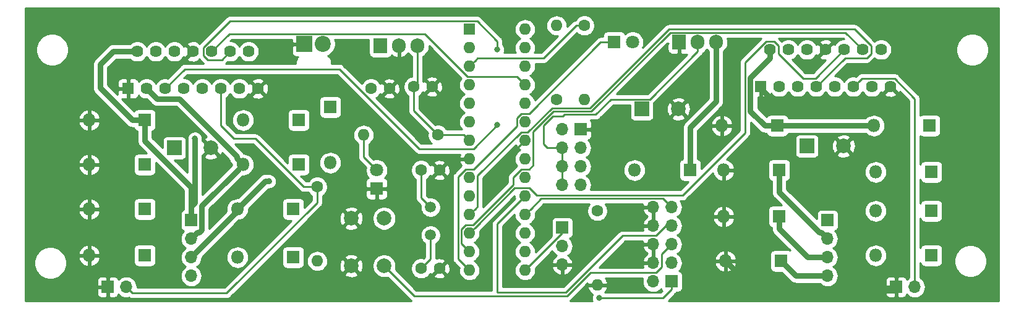
<source format=gbr>
G04 #@! TF.GenerationSoftware,KiCad,Pcbnew,(5.1.4)-1*
G04 #@! TF.CreationDate,2019-12-28T20:01:16+00:00*
G04 #@! TF.ProjectId,Plotter,506c6f74-7465-4722-9e6b-696361645f70,V1.0*
G04 #@! TF.SameCoordinates,Original*
G04 #@! TF.FileFunction,Copper,L1,Top*
G04 #@! TF.FilePolarity,Positive*
%FSLAX46Y46*%
G04 Gerber Fmt 4.6, Leading zero omitted, Abs format (unit mm)*
G04 Created by KiCad (PCBNEW (5.1.4)-1) date 2019-12-28 20:01:16*
%MOMM*%
%LPD*%
G04 APERTURE LIST*
%ADD10R,1.700000X1.700000*%
%ADD11O,1.700000X1.700000*%
%ADD12R,1.620000X1.620000*%
%ADD13C,1.620000*%
%ADD14C,1.600000*%
%ADD15R,1.800000X1.800000*%
%ADD16O,1.800000X1.800000*%
%ADD17C,1.800000*%
%ADD18R,2.200000X2.200000*%
%ADD19C,2.200000*%
%ADD20O,1.600000X1.600000*%
%ADD21C,2.000000*%
%ADD22R,1.600000X1.600000*%
%ADD23R,1.905000X2.000000*%
%ADD24O,1.905000X2.000000*%
%ADD25C,1.500000*%
%ADD26R,2.000000X2.000000*%
%ADD27C,0.800000*%
%ADD28C,0.250000*%
%ADD29C,0.800000*%
%ADD30C,0.254000*%
G04 APERTURE END LIST*
D10*
X160528000Y-112268000D03*
D11*
X160528000Y-114808000D03*
X160528000Y-117348000D03*
D12*
X187706000Y-92964000D03*
D13*
X188976000Y-87884000D03*
X190246000Y-92964000D03*
X191516000Y-87884000D03*
X192786000Y-92964000D03*
X194056000Y-87884000D03*
X195326000Y-92964000D03*
X196596000Y-87884000D03*
X197866000Y-92964000D03*
X199136000Y-87884000D03*
X200406000Y-92964000D03*
X201676000Y-87884000D03*
X202946000Y-92964000D03*
X204216000Y-87884000D03*
X205486000Y-92964000D03*
D14*
X136866000Y-93218000D03*
X134366000Y-93218000D03*
X140208000Y-92964000D03*
X142708000Y-92964000D03*
X141224000Y-117856000D03*
X143724000Y-117856000D03*
X143724000Y-104394000D03*
X141224000Y-104394000D03*
D15*
X128778000Y-95758000D03*
D16*
X128778000Y-103378000D03*
D15*
X135128000Y-106934000D03*
D17*
X135128000Y-104394000D03*
X170180000Y-86868000D03*
D15*
X167640000Y-86868000D03*
D16*
X203200000Y-98298000D03*
D15*
X210820000Y-98298000D03*
D16*
X182372000Y-98298000D03*
D15*
X189992000Y-98298000D03*
D16*
X116840000Y-97536000D03*
D15*
X124460000Y-97536000D03*
D16*
X95758000Y-97536000D03*
D15*
X103378000Y-97536000D03*
X211074000Y-104648000D03*
D16*
X203454000Y-104648000D03*
D15*
X190246000Y-104394000D03*
D16*
X182626000Y-104394000D03*
D15*
X124460000Y-103632000D03*
D16*
X116840000Y-103632000D03*
D15*
X103378000Y-103632000D03*
D16*
X95758000Y-103632000D03*
D15*
X211074000Y-109982000D03*
D16*
X203454000Y-109982000D03*
X182626000Y-110744000D03*
D15*
X190246000Y-110744000D03*
D16*
X116078000Y-109728000D03*
D15*
X123698000Y-109728000D03*
D16*
X95758000Y-109728000D03*
D15*
X103378000Y-109728000D03*
X211074000Y-116078000D03*
D16*
X203454000Y-116078000D03*
D15*
X190500000Y-116840000D03*
D16*
X182880000Y-116840000D03*
D15*
X123698000Y-116332000D03*
D16*
X116078000Y-116332000D03*
X95758000Y-116078000D03*
D15*
X103378000Y-116078000D03*
D18*
X125222000Y-87122000D03*
D19*
X127762000Y-87122000D03*
D10*
X175514000Y-119634000D03*
D11*
X172974000Y-119634000D03*
X175514000Y-117094000D03*
X172974000Y-117094000D03*
X175514000Y-114554000D03*
X172974000Y-114554000D03*
X175514000Y-112014000D03*
X172974000Y-112014000D03*
X175514000Y-109474000D03*
X172974000Y-109474000D03*
D10*
X163068000Y-98806000D03*
D11*
X160528000Y-98806000D03*
X163068000Y-101346000D03*
X160528000Y-101346000D03*
X163068000Y-103886000D03*
X160528000Y-103886000D03*
X163068000Y-106426000D03*
X160528000Y-106426000D03*
D10*
X196850000Y-111252000D03*
D11*
X196850000Y-113792000D03*
X196850000Y-116332000D03*
X196850000Y-118872000D03*
X109728000Y-118872000D03*
X109728000Y-116332000D03*
X109728000Y-113792000D03*
D10*
X109728000Y-111252000D03*
D20*
X133350000Y-99568000D03*
D14*
X143510000Y-99568000D03*
X127000000Y-106680000D03*
D20*
X127000000Y-116840000D03*
D14*
X159766000Y-94742000D03*
D20*
X159766000Y-84582000D03*
D21*
X136144000Y-117498000D03*
X131644000Y-117498000D03*
X136144000Y-110998000D03*
X131644000Y-110998000D03*
D22*
X147828000Y-85090000D03*
D20*
X155448000Y-118110000D03*
X147828000Y-87630000D03*
X155448000Y-115570000D03*
X147828000Y-90170000D03*
X155448000Y-113030000D03*
X147828000Y-92710000D03*
X155448000Y-110490000D03*
X147828000Y-95250000D03*
X155448000Y-107950000D03*
X147828000Y-97790000D03*
X155448000Y-105410000D03*
X147828000Y-100330000D03*
X155448000Y-102870000D03*
X147828000Y-102870000D03*
X155448000Y-100330000D03*
X147828000Y-105410000D03*
X155448000Y-97790000D03*
X147828000Y-107950000D03*
X155448000Y-95250000D03*
X147828000Y-110490000D03*
X155448000Y-92710000D03*
X147828000Y-113030000D03*
X155448000Y-90170000D03*
X147828000Y-115570000D03*
X155448000Y-87630000D03*
X147828000Y-118110000D03*
X155448000Y-85090000D03*
D23*
X135636000Y-87376000D03*
D24*
X138176000Y-87376000D03*
X140716000Y-87376000D03*
D13*
X118872000Y-93218000D03*
X117602000Y-88138000D03*
X116332000Y-93218000D03*
X115062000Y-88138000D03*
X113792000Y-93218000D03*
X112522000Y-88138000D03*
X111252000Y-93218000D03*
X109982000Y-88138000D03*
X108712000Y-93218000D03*
X107442000Y-88138000D03*
X106172000Y-93218000D03*
X104902000Y-88138000D03*
X103632000Y-93218000D03*
X102362000Y-88138000D03*
D12*
X101092000Y-93218000D03*
D25*
X142494000Y-109474000D03*
X142494000Y-113274000D03*
D26*
X171450000Y-96012000D03*
D21*
X176450000Y-96012000D03*
X112442000Y-101346000D03*
D26*
X107442000Y-101346000D03*
X194056000Y-101092000D03*
D21*
X199056000Y-101092000D03*
D15*
X178054000Y-104394000D03*
D16*
X170434000Y-104394000D03*
D14*
X163576000Y-84582000D03*
D20*
X163576000Y-94742000D03*
X165354000Y-120142000D03*
D14*
X165354000Y-109982000D03*
D23*
X176530000Y-86868000D03*
D24*
X179070000Y-86868000D03*
X181610000Y-86868000D03*
D10*
X98298000Y-120396000D03*
D11*
X100838000Y-120396000D03*
X208788000Y-120396000D03*
D10*
X206248000Y-120396000D03*
D27*
X151892000Y-103886000D03*
X189738000Y-95250000D03*
X110236000Y-100076000D03*
X120396000Y-105918000D03*
X165608000Y-121920000D03*
X151638000Y-98190001D03*
X151638000Y-87884000D03*
D28*
X155448000Y-100330000D02*
X151892000Y-103886000D01*
D29*
X187706000Y-92964000D02*
X187706000Y-93218000D01*
X187706000Y-93218000D02*
X189738000Y-95250000D01*
X186944000Y-120904000D02*
X182880000Y-116840000D01*
X206248000Y-120904000D02*
X186944000Y-120904000D01*
D28*
X142494000Y-116586000D02*
X142494000Y-113274000D01*
X141224000Y-117856000D02*
X142494000Y-116586000D01*
X141224000Y-108204000D02*
X142494000Y-109474000D01*
X141224000Y-104394000D02*
X141224000Y-108204000D01*
X133350000Y-102616000D02*
X135128000Y-104394000D01*
X133350000Y-99568000D02*
X133350000Y-102616000D01*
X147028001Y-117310001D02*
X147828000Y-118110000D01*
X146252990Y-116534990D02*
X147028001Y-117310001D01*
X147287999Y-104284999D02*
X146252990Y-105320008D01*
X148368001Y-104284999D02*
X147287999Y-104284999D01*
X154322999Y-98330001D02*
X148368001Y-104284999D01*
X154322999Y-97249999D02*
X154322999Y-98330001D01*
X154907999Y-96664999D02*
X154322999Y-97249999D01*
X146252990Y-105320008D02*
X146252990Y-116534990D01*
X155988001Y-96664999D02*
X154907999Y-96664999D01*
X165785000Y-86868000D02*
X155988001Y-96664999D01*
X167640000Y-86868000D02*
X165785000Y-86868000D01*
D29*
X188292000Y-98298000D02*
X189992000Y-98298000D01*
X186295999Y-96301999D02*
X188292000Y-98298000D01*
X186295999Y-91709513D02*
X186295999Y-96301999D01*
X188976000Y-89029512D02*
X186295999Y-91709513D01*
X188976000Y-87884000D02*
X188976000Y-89029512D01*
X189992000Y-98298000D02*
X203200000Y-98298000D01*
X103378000Y-99236000D02*
X103378000Y-97536000D01*
X103378000Y-100362002D02*
X103378000Y-99236000D01*
X109728000Y-106712002D02*
X103378000Y-100362002D01*
X109728000Y-111252000D02*
X109728000Y-106712002D01*
X99060000Y-88138000D02*
X102362000Y-88138000D01*
X97282000Y-89916000D02*
X99060000Y-88138000D01*
X97282000Y-93140000D02*
X97282000Y-89916000D01*
X103378000Y-97536000D02*
X101678000Y-97536000D01*
X101678000Y-97536000D02*
X97282000Y-93140000D01*
X109728000Y-109602000D02*
X109728000Y-111252000D01*
X109728000Y-109329773D02*
X109728000Y-109602000D01*
X110236000Y-108821773D02*
X109728000Y-109329773D01*
X110236000Y-100076000D02*
X110236000Y-108821773D01*
X196000001Y-112942001D02*
X196850000Y-113792000D01*
X195759999Y-112942001D02*
X196000001Y-112942001D01*
X190246000Y-107428002D02*
X195759999Y-112942001D01*
X190246000Y-104394000D02*
X190246000Y-107428002D01*
X115940001Y-104531999D02*
X116840000Y-103632000D01*
X111178001Y-109293999D02*
X115940001Y-104531999D01*
X111178001Y-112582001D02*
X111178001Y-109293999D01*
X110818001Y-112942001D02*
X111178001Y-112582001D01*
X110577999Y-112942001D02*
X110818001Y-112942001D01*
X109728000Y-113792000D02*
X110577999Y-112942001D01*
X115940001Y-102732001D02*
X116840000Y-103632000D01*
X115940001Y-102475999D02*
X115940001Y-102732001D01*
X108092003Y-94628001D02*
X115940001Y-102475999D01*
X105042001Y-94628001D02*
X108092003Y-94628001D01*
X103632000Y-93218000D02*
X105042001Y-94628001D01*
X195647919Y-116332000D02*
X196850000Y-116332000D01*
X194134000Y-116332000D02*
X195647919Y-116332000D01*
X190246000Y-112444000D02*
X194134000Y-116332000D01*
X190246000Y-110744000D02*
X190246000Y-112444000D01*
X116078000Y-109982000D02*
X116078000Y-109728000D01*
X109728000Y-116332000D02*
X116078000Y-109982000D01*
X119888000Y-105918000D02*
X116078000Y-109728000D01*
X120396000Y-105918000D02*
X119888000Y-105918000D01*
X192532000Y-118872000D02*
X196850000Y-118872000D01*
X190500000Y-116840000D02*
X192532000Y-118872000D01*
D28*
X175514000Y-120734000D02*
X174328000Y-121920000D01*
X175514000Y-119634000D02*
X175514000Y-120734000D01*
X174328000Y-121920000D02*
X165608000Y-121920000D01*
X137143999Y-118497999D02*
X136144000Y-117498000D01*
X140254010Y-121608010D02*
X137143999Y-118497999D01*
X161222400Y-121608010D02*
X140254010Y-121608010D01*
X164371411Y-118458999D02*
X161222400Y-121608010D01*
X173348003Y-118458999D02*
X164371411Y-118458999D01*
X174149001Y-117658001D02*
X173348003Y-118458999D01*
X174149001Y-115918999D02*
X174149001Y-117658001D01*
X175514000Y-114554000D02*
X174149001Y-115918999D01*
X173348003Y-113378999D02*
X168815001Y-113378999D01*
X175514000Y-112014000D02*
X174713002Y-112014000D01*
X174713002Y-112014000D02*
X173348003Y-113378999D01*
X168815001Y-113378999D02*
X161036000Y-121158000D01*
X161036000Y-121158000D02*
X151638000Y-121158000D01*
X151638000Y-111760000D02*
X155448000Y-107950000D01*
X151638000Y-121158000D02*
X151638000Y-111760000D01*
X156247999Y-109690001D02*
X155448000Y-110490000D01*
X157639001Y-108298999D02*
X156247999Y-109690001D01*
X174338999Y-108298999D02*
X157639001Y-108298999D01*
X175514000Y-109474000D02*
X174338999Y-108298999D01*
X148627999Y-89370001D02*
X147828000Y-90170000D01*
X148953001Y-89044999D02*
X148627999Y-89370001D01*
X157981631Y-89044999D02*
X148953001Y-89044999D01*
X162444630Y-84582000D02*
X157981631Y-89044999D01*
X163576000Y-84582000D02*
X162444630Y-84582000D01*
X160528000Y-113030000D02*
X155448000Y-118110000D01*
X160528000Y-112268000D02*
X160528000Y-113030000D01*
X148373000Y-101455001D02*
X151638000Y-98190001D01*
X140937999Y-101455001D02*
X148373000Y-101455001D01*
X130019999Y-90537001D02*
X140937999Y-101455001D01*
X106172000Y-93218000D02*
X108852999Y-90537001D01*
X108852999Y-90537001D02*
X130019999Y-90537001D01*
X148627999Y-109690001D02*
X147828000Y-110490000D01*
X148953001Y-105159997D02*
X148953001Y-109364999D01*
X154907999Y-99204999D02*
X148953001Y-105159997D01*
X159139198Y-95873982D02*
X155808181Y-99204999D01*
X155808181Y-99204999D02*
X154907999Y-99204999D01*
X164350107Y-95873981D02*
X159139198Y-95873982D01*
X148953001Y-109364999D02*
X148627999Y-109690001D01*
X200564792Y-85092990D02*
X175131098Y-85092990D01*
X202811001Y-87339199D02*
X200564792Y-85092990D01*
X202220801Y-89019001D02*
X202811001Y-88428801D01*
X175131098Y-85092990D02*
X164350107Y-95873981D01*
X199270999Y-89019001D02*
X202220801Y-89019001D01*
X202811001Y-88428801D02*
X202811001Y-87339199D01*
X195326000Y-92964000D02*
X199270999Y-89019001D01*
X154648001Y-91910001D02*
X155448000Y-92710000D01*
X154322999Y-91584999D02*
X154648001Y-91910001D01*
X147577997Y-91584999D02*
X154322999Y-91584999D01*
X141689997Y-85696999D02*
X147577997Y-91584999D01*
X114963001Y-85696999D02*
X141689997Y-85696999D01*
X112522000Y-88138000D02*
X114963001Y-85696999D01*
X154033001Y-106824999D02*
X148627999Y-112230001D01*
X155988001Y-106824999D02*
X154033001Y-106824999D01*
X148627999Y-112230001D02*
X147828000Y-113030000D01*
X157011990Y-107848988D02*
X155988001Y-106824999D01*
X176984014Y-107848988D02*
X157011990Y-107848988D01*
X185570989Y-99262013D02*
X176984014Y-107848988D01*
X185570989Y-89609209D02*
X185570989Y-99262013D01*
X188431199Y-86748999D02*
X185570989Y-89609209D01*
X189520801Y-86748999D02*
X188431199Y-86748999D01*
X190111001Y-87339199D02*
X189520801Y-86748999D01*
X190111001Y-88428801D02*
X190111001Y-87339199D01*
X195191001Y-91828999D02*
X193511199Y-91828999D01*
X193511199Y-91828999D02*
X190111001Y-88428801D01*
X199136000Y-87884000D02*
X195191001Y-91828999D01*
X151638000Y-86714998D02*
X151638000Y-87884000D01*
X148888001Y-83964999D02*
X151638000Y-86714998D01*
X113926999Y-89273001D02*
X111977199Y-89273001D01*
X115062000Y-88138000D02*
X113926999Y-89273001D01*
X111977199Y-89273001D02*
X111386999Y-88682801D01*
X111386999Y-88682801D02*
X111386999Y-87593199D01*
X111386999Y-87593199D02*
X115015199Y-83964999D01*
X115015199Y-83964999D02*
X148888001Y-83964999D01*
X147028001Y-114770001D02*
X147828000Y-115570000D01*
X146702999Y-112489999D02*
X146702999Y-114444999D01*
X147287999Y-111904999D02*
X146702999Y-112489999D01*
X148316591Y-111904999D02*
X147287999Y-111904999D01*
X155988001Y-104284999D02*
X154907999Y-104284999D01*
X154907999Y-104284999D02*
X153846600Y-105346398D01*
X156573001Y-103699999D02*
X155988001Y-104284999D01*
X156573001Y-99076589D02*
X156573001Y-103699999D01*
X159325599Y-96323991D02*
X156573001Y-99076589D01*
X164536507Y-96323991D02*
X159325599Y-96323991D01*
X146702999Y-114444999D02*
X147028001Y-114770001D01*
X175317499Y-85542999D02*
X164536507Y-96323991D01*
X199334999Y-85542999D02*
X175317499Y-85542999D01*
X153846600Y-106374990D02*
X148316591Y-111904999D01*
X153846600Y-105346398D02*
X153846600Y-106374990D01*
X201676000Y-87884000D02*
X199334999Y-85542999D01*
X140716000Y-92456000D02*
X140208000Y-92964000D01*
X140716000Y-87376000D02*
X140716000Y-92456000D01*
X140208000Y-96266000D02*
X143510000Y-99568000D01*
X140208000Y-92964000D02*
X140208000Y-96266000D01*
X147066000Y-99568000D02*
X147828000Y-100330000D01*
X143510000Y-99568000D02*
X147066000Y-99568000D01*
X113792000Y-98298000D02*
X113792000Y-93218000D01*
X115570000Y-100076000D02*
X113792000Y-98298000D01*
X118518998Y-100076000D02*
X115570000Y-100076000D01*
X127000000Y-106680000D02*
X125122998Y-106680000D01*
X125122998Y-106680000D02*
X118518998Y-100076000D01*
X127000000Y-107811370D02*
X127000000Y-106680000D01*
X127000000Y-108811002D02*
X127000000Y-107811370D01*
X114565003Y-121245999D02*
X127000000Y-108811002D01*
X101687999Y-121245999D02*
X114565003Y-121245999D01*
X100838000Y-120396000D02*
X101687999Y-121245999D01*
X201215999Y-92154001D02*
X200406000Y-92964000D01*
X201541001Y-91828999D02*
X201215999Y-92154001D01*
X206030801Y-91828999D02*
X201541001Y-91828999D01*
X208788000Y-94586198D02*
X206030801Y-91828999D01*
X208788000Y-120396000D02*
X208788000Y-94586198D01*
D29*
X178054000Y-104394000D02*
X178054000Y-98552000D01*
X181610000Y-94996000D02*
X181610000Y-86868000D01*
X178054000Y-98552000D02*
X181610000Y-94996000D01*
D28*
X172501001Y-94686999D02*
X167187001Y-94686999D01*
X179070000Y-86868000D02*
X179070000Y-88118000D01*
X179070000Y-88118000D02*
X172501001Y-94686999D01*
X167187001Y-94686999D02*
X165100000Y-96774000D01*
X160820998Y-96774000D02*
X160566998Y-97028000D01*
X165100000Y-96774000D02*
X160820998Y-96774000D01*
X160566998Y-97028000D02*
X159258000Y-97028000D01*
X159258000Y-97028000D02*
X157988000Y-98298000D01*
X157988000Y-98298000D02*
X157988000Y-100838000D01*
X158496000Y-101346000D02*
X160528000Y-101346000D01*
X157988000Y-100838000D02*
X158496000Y-101346000D01*
X160528000Y-101346000D02*
X160528000Y-103886000D01*
X160528000Y-103886000D02*
X160528000Y-106426000D01*
D30*
G36*
X171510487Y-119342889D02*
G01*
X171481815Y-119634000D01*
X171510487Y-119925111D01*
X171595401Y-120205034D01*
X171733294Y-120463014D01*
X171918866Y-120689134D01*
X172144986Y-120874706D01*
X172402966Y-121012599D01*
X172682889Y-121097513D01*
X172901050Y-121119000D01*
X173046950Y-121119000D01*
X173265111Y-121097513D01*
X173545034Y-121012599D01*
X173803014Y-120874706D01*
X174029134Y-120689134D01*
X174053607Y-120659313D01*
X174074498Y-120728180D01*
X174133463Y-120838494D01*
X174212815Y-120935185D01*
X174226655Y-120946543D01*
X174013199Y-121160000D01*
X166358692Y-121160000D01*
X166506385Y-120997131D01*
X166651070Y-120755881D01*
X166745909Y-120491040D01*
X166624624Y-120269000D01*
X165481000Y-120269000D01*
X165481000Y-120289000D01*
X165227000Y-120289000D01*
X165227000Y-120269000D01*
X164083376Y-120269000D01*
X163962091Y-120491040D01*
X164056930Y-120755881D01*
X164201615Y-120997131D01*
X164390586Y-121205519D01*
X164616580Y-121373037D01*
X164701779Y-121413306D01*
X164690795Y-121429744D01*
X164612774Y-121618102D01*
X164573000Y-121818061D01*
X164573000Y-122021939D01*
X164612774Y-122221898D01*
X164635184Y-122276000D01*
X161584908Y-122276000D01*
X161646676Y-122242984D01*
X161762401Y-122148011D01*
X161786204Y-122119007D01*
X164015138Y-119890074D01*
X164083376Y-120015000D01*
X165227000Y-120015000D01*
X165227000Y-119995000D01*
X165481000Y-119995000D01*
X165481000Y-120015000D01*
X166624624Y-120015000D01*
X166745909Y-119792960D01*
X166651070Y-119528119D01*
X166506385Y-119286869D01*
X166444839Y-119218999D01*
X171548069Y-119218999D01*
X171510487Y-119342889D01*
X171510487Y-119342889D01*
G37*
X171510487Y-119342889D02*
X171481815Y-119634000D01*
X171510487Y-119925111D01*
X171595401Y-120205034D01*
X171733294Y-120463014D01*
X171918866Y-120689134D01*
X172144986Y-120874706D01*
X172402966Y-121012599D01*
X172682889Y-121097513D01*
X172901050Y-121119000D01*
X173046950Y-121119000D01*
X173265111Y-121097513D01*
X173545034Y-121012599D01*
X173803014Y-120874706D01*
X174029134Y-120689134D01*
X174053607Y-120659313D01*
X174074498Y-120728180D01*
X174133463Y-120838494D01*
X174212815Y-120935185D01*
X174226655Y-120946543D01*
X174013199Y-121160000D01*
X166358692Y-121160000D01*
X166506385Y-120997131D01*
X166651070Y-120755881D01*
X166745909Y-120491040D01*
X166624624Y-120269000D01*
X165481000Y-120269000D01*
X165481000Y-120289000D01*
X165227000Y-120289000D01*
X165227000Y-120269000D01*
X164083376Y-120269000D01*
X163962091Y-120491040D01*
X164056930Y-120755881D01*
X164201615Y-120997131D01*
X164390586Y-121205519D01*
X164616580Y-121373037D01*
X164701779Y-121413306D01*
X164690795Y-121429744D01*
X164612774Y-121618102D01*
X164573000Y-121818061D01*
X164573000Y-122021939D01*
X164612774Y-122221898D01*
X164635184Y-122276000D01*
X161584908Y-122276000D01*
X161646676Y-122242984D01*
X161762401Y-122148011D01*
X161786204Y-122119007D01*
X164015138Y-119890074D01*
X164083376Y-120015000D01*
X165227000Y-120015000D01*
X165227000Y-119995000D01*
X165481000Y-119995000D01*
X165481000Y-120015000D01*
X166624624Y-120015000D01*
X166745909Y-119792960D01*
X166651070Y-119528119D01*
X166506385Y-119286869D01*
X166444839Y-119218999D01*
X171548069Y-119218999D01*
X171510487Y-119342889D01*
G36*
X220320000Y-122276000D02*
G01*
X175046801Y-122276000D01*
X176025003Y-121297799D01*
X176054001Y-121274001D01*
X176076980Y-121246000D01*
X204759928Y-121246000D01*
X204772188Y-121370482D01*
X204808498Y-121490180D01*
X204867463Y-121600494D01*
X204946815Y-121697185D01*
X205043506Y-121776537D01*
X205153820Y-121835502D01*
X205273518Y-121871812D01*
X205398000Y-121884072D01*
X205962250Y-121881000D01*
X206121000Y-121722250D01*
X206121000Y-120523000D01*
X204921750Y-120523000D01*
X204763000Y-120681750D01*
X204759928Y-121246000D01*
X176076980Y-121246000D01*
X176148974Y-121158276D01*
X176168326Y-121122072D01*
X176364000Y-121122072D01*
X176488482Y-121109812D01*
X176608180Y-121073502D01*
X176718494Y-121014537D01*
X176815185Y-120935185D01*
X176894537Y-120838494D01*
X176953502Y-120728180D01*
X176989812Y-120608482D01*
X177002072Y-120484000D01*
X177002072Y-118784000D01*
X176989812Y-118659518D01*
X176953502Y-118539820D01*
X176894537Y-118429506D01*
X176815185Y-118332815D01*
X176718494Y-118253463D01*
X176608180Y-118194498D01*
X176539313Y-118173607D01*
X176569134Y-118149134D01*
X176754706Y-117923014D01*
X176892599Y-117665034D01*
X176977513Y-117385111D01*
X176995278Y-117204740D01*
X181388964Y-117204740D01*
X181437606Y-117365107D01*
X181567764Y-117636414D01*
X181748351Y-117877116D01*
X181972427Y-118077962D01*
X182231380Y-118231234D01*
X182515259Y-118331041D01*
X182753000Y-118210992D01*
X182753000Y-116967000D01*
X183007000Y-116967000D01*
X183007000Y-118210992D01*
X183244741Y-118331041D01*
X183528620Y-118231234D01*
X183787573Y-118077962D01*
X184011649Y-117877116D01*
X184192236Y-117636414D01*
X184322394Y-117365107D01*
X184371036Y-117204740D01*
X184250378Y-116967000D01*
X183007000Y-116967000D01*
X182753000Y-116967000D01*
X181509622Y-116967000D01*
X181388964Y-117204740D01*
X176995278Y-117204740D01*
X177006185Y-117094000D01*
X176977513Y-116802889D01*
X176892599Y-116522966D01*
X176867100Y-116475260D01*
X181388964Y-116475260D01*
X181509622Y-116713000D01*
X182753000Y-116713000D01*
X182753000Y-115469008D01*
X183007000Y-115469008D01*
X183007000Y-116713000D01*
X184250378Y-116713000D01*
X184371036Y-116475260D01*
X184322394Y-116314893D01*
X184192236Y-116043586D01*
X184011649Y-115802884D01*
X183787573Y-115602038D01*
X183528620Y-115448766D01*
X183244741Y-115348959D01*
X183007000Y-115469008D01*
X182753000Y-115469008D01*
X182515259Y-115348959D01*
X182231380Y-115448766D01*
X181972427Y-115602038D01*
X181748351Y-115802884D01*
X181567764Y-116043586D01*
X181437606Y-116314893D01*
X181388964Y-116475260D01*
X176867100Y-116475260D01*
X176754706Y-116264986D01*
X176569134Y-116038866D01*
X176343014Y-115853294D01*
X176288209Y-115824000D01*
X176343014Y-115794706D01*
X176569134Y-115609134D01*
X176754706Y-115383014D01*
X176892599Y-115125034D01*
X176977513Y-114845111D01*
X177006185Y-114554000D01*
X176977513Y-114262889D01*
X176892599Y-113982966D01*
X176754706Y-113724986D01*
X176569134Y-113498866D01*
X176343014Y-113313294D01*
X176288209Y-113284000D01*
X176343014Y-113254706D01*
X176569134Y-113069134D01*
X176754706Y-112843014D01*
X176892599Y-112585034D01*
X176977513Y-112305111D01*
X177006185Y-112014000D01*
X176977513Y-111722889D01*
X176892599Y-111442966D01*
X176754706Y-111184986D01*
X176692133Y-111108740D01*
X181134964Y-111108740D01*
X181183606Y-111269107D01*
X181313764Y-111540414D01*
X181494351Y-111781116D01*
X181718427Y-111981962D01*
X181977380Y-112135234D01*
X182261259Y-112235041D01*
X182499000Y-112114992D01*
X182499000Y-110871000D01*
X182753000Y-110871000D01*
X182753000Y-112114992D01*
X182990741Y-112235041D01*
X183274620Y-112135234D01*
X183533573Y-111981962D01*
X183757649Y-111781116D01*
X183938236Y-111540414D01*
X184068394Y-111269107D01*
X184117036Y-111108740D01*
X183996378Y-110871000D01*
X182753000Y-110871000D01*
X182499000Y-110871000D01*
X181255622Y-110871000D01*
X181134964Y-111108740D01*
X176692133Y-111108740D01*
X176569134Y-110958866D01*
X176343014Y-110773294D01*
X176288209Y-110744000D01*
X176343014Y-110714706D01*
X176569134Y-110529134D01*
X176692132Y-110379260D01*
X181134964Y-110379260D01*
X181255622Y-110617000D01*
X182499000Y-110617000D01*
X182499000Y-109373008D01*
X182753000Y-109373008D01*
X182753000Y-110617000D01*
X183996378Y-110617000D01*
X184117036Y-110379260D01*
X184068394Y-110218893D01*
X183938236Y-109947586D01*
X183757649Y-109706884D01*
X183533573Y-109506038D01*
X183274620Y-109352766D01*
X182990741Y-109252959D01*
X182753000Y-109373008D01*
X182499000Y-109373008D01*
X182261259Y-109252959D01*
X181977380Y-109352766D01*
X181718427Y-109506038D01*
X181494351Y-109706884D01*
X181313764Y-109947586D01*
X181183606Y-110218893D01*
X181134964Y-110379260D01*
X176692132Y-110379260D01*
X176754706Y-110303014D01*
X176892599Y-110045034D01*
X176977513Y-109765111D01*
X177006185Y-109474000D01*
X176977513Y-109182889D01*
X176892599Y-108902966D01*
X176754706Y-108644986D01*
X176725163Y-108608988D01*
X176946692Y-108608988D01*
X176984014Y-108612664D01*
X177021336Y-108608988D01*
X177021347Y-108608988D01*
X177133000Y-108597991D01*
X177276261Y-108554534D01*
X177408290Y-108483962D01*
X177524015Y-108388989D01*
X177547818Y-108359985D01*
X181138245Y-104769558D01*
X181183606Y-104919107D01*
X181313764Y-105190414D01*
X181494351Y-105431116D01*
X181718427Y-105631962D01*
X181977380Y-105785234D01*
X182261259Y-105885041D01*
X182499000Y-105764992D01*
X182499000Y-104521000D01*
X182753000Y-104521000D01*
X182753000Y-105764992D01*
X182990741Y-105885041D01*
X183274620Y-105785234D01*
X183533573Y-105631962D01*
X183757649Y-105431116D01*
X183938236Y-105190414D01*
X184068394Y-104919107D01*
X184117036Y-104758740D01*
X183996378Y-104521000D01*
X182753000Y-104521000D01*
X182499000Y-104521000D01*
X182479000Y-104521000D01*
X182479000Y-104267000D01*
X182499000Y-104267000D01*
X182499000Y-104247000D01*
X182753000Y-104247000D01*
X182753000Y-104267000D01*
X183996378Y-104267000D01*
X184117036Y-104029260D01*
X184068394Y-103868893D01*
X183938236Y-103597586D01*
X183860521Y-103494000D01*
X188707928Y-103494000D01*
X188707928Y-105294000D01*
X188720188Y-105418482D01*
X188756498Y-105538180D01*
X188815463Y-105648494D01*
X188894815Y-105745185D01*
X188991506Y-105824537D01*
X189101820Y-105883502D01*
X189211001Y-105916622D01*
X189211001Y-107377164D01*
X189205994Y-107428002D01*
X189225977Y-107630897D01*
X189285160Y-107825995D01*
X189381266Y-108005799D01*
X189461543Y-108103616D01*
X189510605Y-108163398D01*
X189550093Y-108195805D01*
X190560216Y-109205928D01*
X189346000Y-109205928D01*
X189221518Y-109218188D01*
X189101820Y-109254498D01*
X188991506Y-109313463D01*
X188894815Y-109392815D01*
X188815463Y-109489506D01*
X188756498Y-109599820D01*
X188720188Y-109719518D01*
X188707928Y-109844000D01*
X188707928Y-111644000D01*
X188720188Y-111768482D01*
X188756498Y-111888180D01*
X188815463Y-111998494D01*
X188894815Y-112095185D01*
X188991506Y-112174537D01*
X189101820Y-112233502D01*
X189211001Y-112266622D01*
X189211001Y-112393163D01*
X189205994Y-112444000D01*
X189225977Y-112646895D01*
X189285160Y-112841993D01*
X189381266Y-113021797D01*
X189465941Y-113124973D01*
X189510605Y-113179396D01*
X189550092Y-113211802D01*
X191740011Y-115401722D01*
X191644180Y-115350498D01*
X191524482Y-115314188D01*
X191400000Y-115301928D01*
X189600000Y-115301928D01*
X189475518Y-115314188D01*
X189355820Y-115350498D01*
X189245506Y-115409463D01*
X189148815Y-115488815D01*
X189069463Y-115585506D01*
X189010498Y-115695820D01*
X188974188Y-115815518D01*
X188961928Y-115940000D01*
X188961928Y-117740000D01*
X188974188Y-117864482D01*
X189010498Y-117984180D01*
X189069463Y-118094494D01*
X189148815Y-118191185D01*
X189245506Y-118270537D01*
X189355820Y-118329502D01*
X189475518Y-118365812D01*
X189600000Y-118378072D01*
X190574362Y-118378072D01*
X191764197Y-119567908D01*
X191796604Y-119607396D01*
X191836092Y-119639803D01*
X191954202Y-119736734D01*
X191999650Y-119761026D01*
X192134007Y-119832841D01*
X192329105Y-119892024D01*
X192481162Y-119907000D01*
X192481164Y-119907000D01*
X192532000Y-119912007D01*
X192582835Y-119907000D01*
X195778342Y-119907000D01*
X195794866Y-119927134D01*
X196020986Y-120112706D01*
X196278966Y-120250599D01*
X196558889Y-120335513D01*
X196777050Y-120357000D01*
X196922950Y-120357000D01*
X197141111Y-120335513D01*
X197421034Y-120250599D01*
X197679014Y-120112706D01*
X197905134Y-119927134D01*
X198090706Y-119701014D01*
X198173562Y-119546000D01*
X204759928Y-119546000D01*
X204763000Y-120110250D01*
X204921750Y-120269000D01*
X206121000Y-120269000D01*
X206121000Y-119069750D01*
X205962250Y-118911000D01*
X205398000Y-118907928D01*
X205273518Y-118920188D01*
X205153820Y-118956498D01*
X205043506Y-119015463D01*
X204946815Y-119094815D01*
X204867463Y-119191506D01*
X204808498Y-119301820D01*
X204772188Y-119421518D01*
X204759928Y-119546000D01*
X198173562Y-119546000D01*
X198228599Y-119443034D01*
X198313513Y-119163111D01*
X198342185Y-118872000D01*
X198313513Y-118580889D01*
X198228599Y-118300966D01*
X198090706Y-118042986D01*
X197905134Y-117816866D01*
X197679014Y-117631294D01*
X197624209Y-117602000D01*
X197679014Y-117572706D01*
X197905134Y-117387134D01*
X198090706Y-117161014D01*
X198228599Y-116903034D01*
X198313513Y-116623111D01*
X198342185Y-116332000D01*
X198317169Y-116078000D01*
X201911573Y-116078000D01*
X201941210Y-116378913D01*
X202028983Y-116668261D01*
X202171519Y-116934927D01*
X202363339Y-117168661D01*
X202597073Y-117360481D01*
X202863739Y-117503017D01*
X203153087Y-117590790D01*
X203378592Y-117613000D01*
X203529408Y-117613000D01*
X203754913Y-117590790D01*
X204044261Y-117503017D01*
X204310927Y-117360481D01*
X204544661Y-117168661D01*
X204736481Y-116934927D01*
X204879017Y-116668261D01*
X204966790Y-116378913D01*
X204996427Y-116078000D01*
X204966790Y-115777087D01*
X204879017Y-115487739D01*
X204736481Y-115221073D01*
X204544661Y-114987339D01*
X204310927Y-114795519D01*
X204044261Y-114652983D01*
X203754913Y-114565210D01*
X203529408Y-114543000D01*
X203378592Y-114543000D01*
X203153087Y-114565210D01*
X202863739Y-114652983D01*
X202597073Y-114795519D01*
X202363339Y-114987339D01*
X202171519Y-115221073D01*
X202028983Y-115487739D01*
X201941210Y-115777087D01*
X201911573Y-116078000D01*
X198317169Y-116078000D01*
X198313513Y-116040889D01*
X198228599Y-115760966D01*
X198090706Y-115502986D01*
X197905134Y-115276866D01*
X197679014Y-115091294D01*
X197624209Y-115062000D01*
X197679014Y-115032706D01*
X197905134Y-114847134D01*
X198090706Y-114621014D01*
X198228599Y-114363034D01*
X198313513Y-114083111D01*
X198342185Y-113792000D01*
X198313513Y-113500889D01*
X198228599Y-113220966D01*
X198090706Y-112962986D01*
X197905134Y-112736866D01*
X197875313Y-112712393D01*
X197944180Y-112691502D01*
X198054494Y-112632537D01*
X198151185Y-112553185D01*
X198230537Y-112456494D01*
X198289502Y-112346180D01*
X198325812Y-112226482D01*
X198338072Y-112102000D01*
X198338072Y-110402000D01*
X198325812Y-110277518D01*
X198289502Y-110157820D01*
X198230537Y-110047506D01*
X198176778Y-109982000D01*
X201911573Y-109982000D01*
X201941210Y-110282913D01*
X202028983Y-110572261D01*
X202171519Y-110838927D01*
X202363339Y-111072661D01*
X202597073Y-111264481D01*
X202863739Y-111407017D01*
X203153087Y-111494790D01*
X203378592Y-111517000D01*
X203529408Y-111517000D01*
X203754913Y-111494790D01*
X204044261Y-111407017D01*
X204310927Y-111264481D01*
X204544661Y-111072661D01*
X204736481Y-110838927D01*
X204879017Y-110572261D01*
X204966790Y-110282913D01*
X204996427Y-109982000D01*
X204966790Y-109681087D01*
X204879017Y-109391739D01*
X204736481Y-109125073D01*
X204544661Y-108891339D01*
X204310927Y-108699519D01*
X204044261Y-108556983D01*
X203754913Y-108469210D01*
X203529408Y-108447000D01*
X203378592Y-108447000D01*
X203153087Y-108469210D01*
X202863739Y-108556983D01*
X202597073Y-108699519D01*
X202363339Y-108891339D01*
X202171519Y-109125073D01*
X202028983Y-109391739D01*
X201941210Y-109681087D01*
X201911573Y-109982000D01*
X198176778Y-109982000D01*
X198151185Y-109950815D01*
X198054494Y-109871463D01*
X197944180Y-109812498D01*
X197824482Y-109776188D01*
X197700000Y-109763928D01*
X196000000Y-109763928D01*
X195875518Y-109776188D01*
X195755820Y-109812498D01*
X195645506Y-109871463D01*
X195548815Y-109950815D01*
X195469463Y-110047506D01*
X195410498Y-110157820D01*
X195374188Y-110277518D01*
X195361928Y-110402000D01*
X195361928Y-111080219D01*
X191281000Y-106999292D01*
X191281000Y-105916621D01*
X191390180Y-105883502D01*
X191500494Y-105824537D01*
X191597185Y-105745185D01*
X191676537Y-105648494D01*
X191735502Y-105538180D01*
X191771812Y-105418482D01*
X191784072Y-105294000D01*
X191784072Y-104648000D01*
X201911573Y-104648000D01*
X201941210Y-104948913D01*
X202028983Y-105238261D01*
X202171519Y-105504927D01*
X202363339Y-105738661D01*
X202597073Y-105930481D01*
X202863739Y-106073017D01*
X203153087Y-106160790D01*
X203378592Y-106183000D01*
X203529408Y-106183000D01*
X203754913Y-106160790D01*
X204044261Y-106073017D01*
X204310927Y-105930481D01*
X204544661Y-105738661D01*
X204736481Y-105504927D01*
X204879017Y-105238261D01*
X204966790Y-104948913D01*
X204996427Y-104648000D01*
X204966790Y-104347087D01*
X204879017Y-104057739D01*
X204736481Y-103791073D01*
X204544661Y-103557339D01*
X204310927Y-103365519D01*
X204044261Y-103222983D01*
X203754913Y-103135210D01*
X203529408Y-103113000D01*
X203378592Y-103113000D01*
X203153087Y-103135210D01*
X202863739Y-103222983D01*
X202597073Y-103365519D01*
X202363339Y-103557339D01*
X202171519Y-103791073D01*
X202028983Y-104057739D01*
X201941210Y-104347087D01*
X201911573Y-104648000D01*
X191784072Y-104648000D01*
X191784072Y-103494000D01*
X191771812Y-103369518D01*
X191735502Y-103249820D01*
X191676537Y-103139506D01*
X191597185Y-103042815D01*
X191500494Y-102963463D01*
X191390180Y-102904498D01*
X191270482Y-102868188D01*
X191146000Y-102855928D01*
X189346000Y-102855928D01*
X189221518Y-102868188D01*
X189101820Y-102904498D01*
X188991506Y-102963463D01*
X188894815Y-103042815D01*
X188815463Y-103139506D01*
X188756498Y-103249820D01*
X188720188Y-103369518D01*
X188707928Y-103494000D01*
X183860521Y-103494000D01*
X183757649Y-103356884D01*
X183533573Y-103156038D01*
X183274620Y-103002766D01*
X183001176Y-102906628D01*
X185815804Y-100092000D01*
X192417928Y-100092000D01*
X192417928Y-102092000D01*
X192430188Y-102216482D01*
X192466498Y-102336180D01*
X192525463Y-102446494D01*
X192604815Y-102543185D01*
X192701506Y-102622537D01*
X192811820Y-102681502D01*
X192931518Y-102717812D01*
X193056000Y-102730072D01*
X195056000Y-102730072D01*
X195180482Y-102717812D01*
X195300180Y-102681502D01*
X195410494Y-102622537D01*
X195507185Y-102543185D01*
X195586537Y-102446494D01*
X195645502Y-102336180D01*
X195678496Y-102227413D01*
X198100192Y-102227413D01*
X198195956Y-102491814D01*
X198485571Y-102632704D01*
X198797108Y-102714384D01*
X199118595Y-102733718D01*
X199437675Y-102689961D01*
X199742088Y-102584795D01*
X199916044Y-102491814D01*
X200011808Y-102227413D01*
X199056000Y-101271605D01*
X198100192Y-102227413D01*
X195678496Y-102227413D01*
X195681812Y-102216482D01*
X195694072Y-102092000D01*
X195694072Y-101154595D01*
X197414282Y-101154595D01*
X197458039Y-101473675D01*
X197563205Y-101778088D01*
X197656186Y-101952044D01*
X197920587Y-102047808D01*
X198876395Y-101092000D01*
X199235605Y-101092000D01*
X200191413Y-102047808D01*
X200455814Y-101952044D01*
X200596704Y-101662429D01*
X200678384Y-101350892D01*
X200697718Y-101029405D01*
X200653961Y-100710325D01*
X200548795Y-100405912D01*
X200455814Y-100231956D01*
X200191413Y-100136192D01*
X199235605Y-101092000D01*
X198876395Y-101092000D01*
X197920587Y-100136192D01*
X197656186Y-100231956D01*
X197515296Y-100521571D01*
X197433616Y-100833108D01*
X197414282Y-101154595D01*
X195694072Y-101154595D01*
X195694072Y-100092000D01*
X195681812Y-99967518D01*
X195678497Y-99956587D01*
X198100192Y-99956587D01*
X199056000Y-100912395D01*
X200011808Y-99956587D01*
X199916044Y-99692186D01*
X199626429Y-99551296D01*
X199314892Y-99469616D01*
X198993405Y-99450282D01*
X198674325Y-99494039D01*
X198369912Y-99599205D01*
X198195956Y-99692186D01*
X198100192Y-99956587D01*
X195678497Y-99956587D01*
X195645502Y-99847820D01*
X195586537Y-99737506D01*
X195507185Y-99640815D01*
X195410494Y-99561463D01*
X195300180Y-99502498D01*
X195180482Y-99466188D01*
X195056000Y-99453928D01*
X193056000Y-99453928D01*
X192931518Y-99466188D01*
X192811820Y-99502498D01*
X192701506Y-99561463D01*
X192604815Y-99640815D01*
X192525463Y-99737506D01*
X192466498Y-99847820D01*
X192430188Y-99967518D01*
X192417928Y-100092000D01*
X185815804Y-100092000D01*
X186081992Y-99825812D01*
X186110990Y-99802014D01*
X186205963Y-99686289D01*
X186276535Y-99554260D01*
X186319992Y-99410999D01*
X186330989Y-99299346D01*
X186334666Y-99262013D01*
X186330989Y-99224680D01*
X186330989Y-97800699D01*
X187524197Y-98993908D01*
X187556604Y-99033396D01*
X187596092Y-99065803D01*
X187714202Y-99162734D01*
X187780181Y-99198000D01*
X187894007Y-99258841D01*
X188089105Y-99318024D01*
X188241162Y-99333000D01*
X188241165Y-99333000D01*
X188292000Y-99338007D01*
X188342835Y-99333000D01*
X188469379Y-99333000D01*
X188502498Y-99442180D01*
X188561463Y-99552494D01*
X188640815Y-99649185D01*
X188737506Y-99728537D01*
X188847820Y-99787502D01*
X188967518Y-99823812D01*
X189092000Y-99836072D01*
X190892000Y-99836072D01*
X191016482Y-99823812D01*
X191136180Y-99787502D01*
X191246494Y-99728537D01*
X191343185Y-99649185D01*
X191422537Y-99552494D01*
X191481502Y-99442180D01*
X191514621Y-99333000D01*
X202063659Y-99333000D01*
X202109339Y-99388661D01*
X202343073Y-99580481D01*
X202609739Y-99723017D01*
X202899087Y-99810790D01*
X203124592Y-99833000D01*
X203275408Y-99833000D01*
X203500913Y-99810790D01*
X203790261Y-99723017D01*
X204056927Y-99580481D01*
X204290661Y-99388661D01*
X204482481Y-99154927D01*
X204625017Y-98888261D01*
X204712790Y-98598913D01*
X204742427Y-98298000D01*
X204712790Y-97997087D01*
X204625017Y-97707739D01*
X204482481Y-97441073D01*
X204290661Y-97207339D01*
X204056927Y-97015519D01*
X203790261Y-96872983D01*
X203500913Y-96785210D01*
X203275408Y-96763000D01*
X203124592Y-96763000D01*
X202899087Y-96785210D01*
X202609739Y-96872983D01*
X202343073Y-97015519D01*
X202109339Y-97207339D01*
X202063659Y-97263000D01*
X191514621Y-97263000D01*
X191481502Y-97153820D01*
X191422537Y-97043506D01*
X191343185Y-96946815D01*
X191246494Y-96867463D01*
X191136180Y-96808498D01*
X191016482Y-96772188D01*
X190892000Y-96759928D01*
X189092000Y-96759928D01*
X188967518Y-96772188D01*
X188847820Y-96808498D01*
X188737506Y-96867463D01*
X188640815Y-96946815D01*
X188561463Y-97043506D01*
X188540477Y-97082767D01*
X187330999Y-95873289D01*
X187330999Y-94409523D01*
X187420250Y-94409000D01*
X187579000Y-94250250D01*
X187579000Y-93091000D01*
X187559000Y-93091000D01*
X187559000Y-92837000D01*
X187579000Y-92837000D01*
X187579000Y-92817000D01*
X187833000Y-92817000D01*
X187833000Y-92837000D01*
X187853000Y-92837000D01*
X187853000Y-93091000D01*
X187833000Y-93091000D01*
X187833000Y-94250250D01*
X187991750Y-94409000D01*
X188516000Y-94412072D01*
X188640482Y-94399812D01*
X188760180Y-94363502D01*
X188870494Y-94304537D01*
X188967185Y-94225185D01*
X189046537Y-94128494D01*
X189105502Y-94018180D01*
X189140679Y-93902218D01*
X189324866Y-94086405D01*
X189561536Y-94244543D01*
X189824509Y-94353470D01*
X190103680Y-94409000D01*
X190388320Y-94409000D01*
X190667491Y-94353470D01*
X190930464Y-94244543D01*
X191167134Y-94086405D01*
X191368405Y-93885134D01*
X191516000Y-93664243D01*
X191663595Y-93885134D01*
X191864866Y-94086405D01*
X192101536Y-94244543D01*
X192364509Y-94353470D01*
X192643680Y-94409000D01*
X192928320Y-94409000D01*
X193207491Y-94353470D01*
X193470464Y-94244543D01*
X193707134Y-94086405D01*
X193908405Y-93885134D01*
X194056000Y-93664243D01*
X194203595Y-93885134D01*
X194404866Y-94086405D01*
X194641536Y-94244543D01*
X194904509Y-94353470D01*
X195183680Y-94409000D01*
X195468320Y-94409000D01*
X195747491Y-94353470D01*
X196010464Y-94244543D01*
X196247134Y-94086405D01*
X196448405Y-93885134D01*
X196596000Y-93664243D01*
X196743595Y-93885134D01*
X196944866Y-94086405D01*
X197181536Y-94244543D01*
X197444509Y-94353470D01*
X197723680Y-94409000D01*
X198008320Y-94409000D01*
X198287491Y-94353470D01*
X198550464Y-94244543D01*
X198787134Y-94086405D01*
X198988405Y-93885134D01*
X199136000Y-93664243D01*
X199283595Y-93885134D01*
X199484866Y-94086405D01*
X199721536Y-94244543D01*
X199984509Y-94353470D01*
X200263680Y-94409000D01*
X200548320Y-94409000D01*
X200827491Y-94353470D01*
X201090464Y-94244543D01*
X201327134Y-94086405D01*
X201528405Y-93885134D01*
X201676000Y-93664243D01*
X201823595Y-93885134D01*
X202024866Y-94086405D01*
X202261536Y-94244543D01*
X202524509Y-94353470D01*
X202803680Y-94409000D01*
X203088320Y-94409000D01*
X203367491Y-94353470D01*
X203630464Y-94244543D01*
X203867134Y-94086405D01*
X203989696Y-93963843D01*
X204665762Y-93963843D01*
X204738556Y-94208832D01*
X204995773Y-94330733D01*
X205271829Y-94400110D01*
X205556115Y-94414298D01*
X205837706Y-94372752D01*
X206105783Y-94277068D01*
X206233444Y-94208832D01*
X206306238Y-93963843D01*
X205486000Y-93143605D01*
X204665762Y-93963843D01*
X203989696Y-93963843D01*
X204068405Y-93885134D01*
X204215966Y-93664294D01*
X204241168Y-93711444D01*
X204486157Y-93784238D01*
X205306395Y-92964000D01*
X205292253Y-92949858D01*
X205471858Y-92770253D01*
X205486000Y-92784395D01*
X205500143Y-92770253D01*
X205679748Y-92949858D01*
X205665605Y-92964000D01*
X206485843Y-93784238D01*
X206730832Y-93711444D01*
X206765434Y-93638433D01*
X208028001Y-94901001D01*
X208028000Y-119118405D01*
X207958986Y-119155294D01*
X207732866Y-119340866D01*
X207708393Y-119370687D01*
X207687502Y-119301820D01*
X207628537Y-119191506D01*
X207549185Y-119094815D01*
X207452494Y-119015463D01*
X207342180Y-118956498D01*
X207222482Y-118920188D01*
X207098000Y-118907928D01*
X206533750Y-118911000D01*
X206375000Y-119069750D01*
X206375000Y-120269000D01*
X206395000Y-120269000D01*
X206395000Y-120523000D01*
X206375000Y-120523000D01*
X206375000Y-121722250D01*
X206533750Y-121881000D01*
X207098000Y-121884072D01*
X207222482Y-121871812D01*
X207342180Y-121835502D01*
X207452494Y-121776537D01*
X207549185Y-121697185D01*
X207628537Y-121600494D01*
X207687502Y-121490180D01*
X207708393Y-121421313D01*
X207732866Y-121451134D01*
X207958986Y-121636706D01*
X208216966Y-121774599D01*
X208496889Y-121859513D01*
X208715050Y-121881000D01*
X208860950Y-121881000D01*
X209079111Y-121859513D01*
X209359034Y-121774599D01*
X209617014Y-121636706D01*
X209843134Y-121451134D01*
X210028706Y-121225014D01*
X210166599Y-120967034D01*
X210251513Y-120687111D01*
X210280185Y-120396000D01*
X210251513Y-120104889D01*
X210166599Y-119824966D01*
X210028706Y-119566986D01*
X209843134Y-119340866D01*
X209617014Y-119155294D01*
X209548000Y-119118405D01*
X209548000Y-117100573D01*
X209548188Y-117102482D01*
X209584498Y-117222180D01*
X209643463Y-117332494D01*
X209722815Y-117429185D01*
X209819506Y-117508537D01*
X209929820Y-117567502D01*
X210049518Y-117603812D01*
X210174000Y-117616072D01*
X211974000Y-117616072D01*
X212098482Y-117603812D01*
X212218180Y-117567502D01*
X212328494Y-117508537D01*
X212425185Y-117429185D01*
X212504537Y-117332494D01*
X212563502Y-117222180D01*
X212599812Y-117102482D01*
X212612072Y-116978000D01*
X212612072Y-116619872D01*
X214173000Y-116619872D01*
X214173000Y-117060128D01*
X214258890Y-117491925D01*
X214427369Y-117898669D01*
X214671962Y-118264729D01*
X214983271Y-118576038D01*
X215349331Y-118820631D01*
X215756075Y-118989110D01*
X216187872Y-119075000D01*
X216628128Y-119075000D01*
X217059925Y-118989110D01*
X217466669Y-118820631D01*
X217832729Y-118576038D01*
X218144038Y-118264729D01*
X218388631Y-117898669D01*
X218557110Y-117491925D01*
X218643000Y-117060128D01*
X218643000Y-116619872D01*
X218557110Y-116188075D01*
X218388631Y-115781331D01*
X218144038Y-115415271D01*
X217832729Y-115103962D01*
X217466669Y-114859369D01*
X217059925Y-114690890D01*
X216628128Y-114605000D01*
X216187872Y-114605000D01*
X215756075Y-114690890D01*
X215349331Y-114859369D01*
X214983271Y-115103962D01*
X214671962Y-115415271D01*
X214427369Y-115781331D01*
X214258890Y-116188075D01*
X214173000Y-116619872D01*
X212612072Y-116619872D01*
X212612072Y-115178000D01*
X212599812Y-115053518D01*
X212563502Y-114933820D01*
X212504537Y-114823506D01*
X212425185Y-114726815D01*
X212328494Y-114647463D01*
X212218180Y-114588498D01*
X212098482Y-114552188D01*
X211974000Y-114539928D01*
X210174000Y-114539928D01*
X210049518Y-114552188D01*
X209929820Y-114588498D01*
X209819506Y-114647463D01*
X209722815Y-114726815D01*
X209643463Y-114823506D01*
X209584498Y-114933820D01*
X209548188Y-115053518D01*
X209548000Y-115055427D01*
X209548000Y-111004573D01*
X209548188Y-111006482D01*
X209584498Y-111126180D01*
X209643463Y-111236494D01*
X209722815Y-111333185D01*
X209819506Y-111412537D01*
X209929820Y-111471502D01*
X210049518Y-111507812D01*
X210174000Y-111520072D01*
X211974000Y-111520072D01*
X212098482Y-111507812D01*
X212218180Y-111471502D01*
X212328494Y-111412537D01*
X212425185Y-111333185D01*
X212504537Y-111236494D01*
X212563502Y-111126180D01*
X212599812Y-111006482D01*
X212612072Y-110882000D01*
X212612072Y-109082000D01*
X212599812Y-108957518D01*
X212563502Y-108837820D01*
X212504537Y-108727506D01*
X212425185Y-108630815D01*
X212328494Y-108551463D01*
X212218180Y-108492498D01*
X212098482Y-108456188D01*
X211974000Y-108443928D01*
X210174000Y-108443928D01*
X210049518Y-108456188D01*
X209929820Y-108492498D01*
X209819506Y-108551463D01*
X209722815Y-108630815D01*
X209643463Y-108727506D01*
X209584498Y-108837820D01*
X209548188Y-108957518D01*
X209548000Y-108959427D01*
X209548000Y-105670573D01*
X209548188Y-105672482D01*
X209584498Y-105792180D01*
X209643463Y-105902494D01*
X209722815Y-105999185D01*
X209819506Y-106078537D01*
X209929820Y-106137502D01*
X210049518Y-106173812D01*
X210174000Y-106186072D01*
X211974000Y-106186072D01*
X212098482Y-106173812D01*
X212218180Y-106137502D01*
X212328494Y-106078537D01*
X212425185Y-105999185D01*
X212504537Y-105902494D01*
X212563502Y-105792180D01*
X212599812Y-105672482D01*
X212612072Y-105548000D01*
X212612072Y-103748000D01*
X212599812Y-103623518D01*
X212563502Y-103503820D01*
X212504537Y-103393506D01*
X212425185Y-103296815D01*
X212328494Y-103217463D01*
X212218180Y-103158498D01*
X212098482Y-103122188D01*
X211974000Y-103109928D01*
X210174000Y-103109928D01*
X210049518Y-103122188D01*
X209929820Y-103158498D01*
X209819506Y-103217463D01*
X209722815Y-103296815D01*
X209643463Y-103393506D01*
X209584498Y-103503820D01*
X209548188Y-103623518D01*
X209548000Y-103625427D01*
X209548000Y-99714170D01*
X209565506Y-99728537D01*
X209675820Y-99787502D01*
X209795518Y-99823812D01*
X209920000Y-99836072D01*
X211720000Y-99836072D01*
X211844482Y-99823812D01*
X211964180Y-99787502D01*
X212074494Y-99728537D01*
X212171185Y-99649185D01*
X212250537Y-99552494D01*
X212309502Y-99442180D01*
X212345812Y-99322482D01*
X212358072Y-99198000D01*
X212358072Y-97398000D01*
X212345812Y-97273518D01*
X212309502Y-97153820D01*
X212250537Y-97043506D01*
X212171185Y-96946815D01*
X212074494Y-96867463D01*
X211964180Y-96808498D01*
X211844482Y-96772188D01*
X211720000Y-96759928D01*
X209920000Y-96759928D01*
X209795518Y-96772188D01*
X209675820Y-96808498D01*
X209565506Y-96867463D01*
X209548000Y-96881830D01*
X209548000Y-94623520D01*
X209551676Y-94586197D01*
X209548000Y-94548874D01*
X209548000Y-94548865D01*
X209537003Y-94437212D01*
X209493546Y-94293951D01*
X209422974Y-94161922D01*
X209328001Y-94046197D01*
X209299003Y-94022399D01*
X206594605Y-91318002D01*
X206570802Y-91288998D01*
X206455077Y-91194025D01*
X206323048Y-91123453D01*
X206179787Y-91079996D01*
X206068134Y-91068999D01*
X206068123Y-91068999D01*
X206030801Y-91065323D01*
X205993479Y-91068999D01*
X201578323Y-91068999D01*
X201541000Y-91065323D01*
X201503677Y-91068999D01*
X201503668Y-91068999D01*
X201392015Y-91079996D01*
X201248754Y-91123453D01*
X201116725Y-91194025D01*
X201001000Y-91288998D01*
X200977197Y-91318002D01*
X200738392Y-91556807D01*
X200548320Y-91519000D01*
X200263680Y-91519000D01*
X199984509Y-91574530D01*
X199721536Y-91683457D01*
X199484866Y-91841595D01*
X199283595Y-92042866D01*
X199136000Y-92263757D01*
X198988405Y-92042866D01*
X198787134Y-91841595D01*
X198550464Y-91683457D01*
X198287491Y-91574530D01*
X198008320Y-91519000D01*
X197845802Y-91519000D01*
X199585801Y-89779001D01*
X202183479Y-89779001D01*
X202220801Y-89782677D01*
X202258123Y-89779001D01*
X202258134Y-89779001D01*
X202369787Y-89768004D01*
X202513048Y-89724547D01*
X202645077Y-89653975D01*
X202760802Y-89559002D01*
X202784604Y-89529999D01*
X203302858Y-89011745D01*
X203531536Y-89164543D01*
X203794509Y-89273470D01*
X204073680Y-89329000D01*
X204358320Y-89329000D01*
X204637491Y-89273470D01*
X204900464Y-89164543D01*
X205137134Y-89006405D01*
X205338405Y-88805134D01*
X205496543Y-88568464D01*
X205605470Y-88305491D01*
X205661000Y-88026320D01*
X205661000Y-87741680D01*
X205645524Y-87663872D01*
X214427000Y-87663872D01*
X214427000Y-88104128D01*
X214512890Y-88535925D01*
X214681369Y-88942669D01*
X214925962Y-89308729D01*
X215237271Y-89620038D01*
X215603331Y-89864631D01*
X216010075Y-90033110D01*
X216441872Y-90119000D01*
X216882128Y-90119000D01*
X217313925Y-90033110D01*
X217720669Y-89864631D01*
X218086729Y-89620038D01*
X218398038Y-89308729D01*
X218642631Y-88942669D01*
X218811110Y-88535925D01*
X218897000Y-88104128D01*
X218897000Y-87663872D01*
X218811110Y-87232075D01*
X218642631Y-86825331D01*
X218398038Y-86459271D01*
X218086729Y-86147962D01*
X217720669Y-85903369D01*
X217313925Y-85734890D01*
X216882128Y-85649000D01*
X216441872Y-85649000D01*
X216010075Y-85734890D01*
X215603331Y-85903369D01*
X215237271Y-86147962D01*
X214925962Y-86459271D01*
X214681369Y-86825331D01*
X214512890Y-87232075D01*
X214427000Y-87663872D01*
X205645524Y-87663872D01*
X205605470Y-87462509D01*
X205496543Y-87199536D01*
X205338405Y-86962866D01*
X205137134Y-86761595D01*
X204900464Y-86603457D01*
X204637491Y-86494530D01*
X204358320Y-86439000D01*
X204073680Y-86439000D01*
X203794509Y-86494530D01*
X203531536Y-86603457D01*
X203302859Y-86756255D01*
X201128596Y-84581993D01*
X201104793Y-84552989D01*
X200989068Y-84458016D01*
X200857039Y-84387444D01*
X200713778Y-84343987D01*
X200602125Y-84332990D01*
X200602114Y-84332990D01*
X200564792Y-84329314D01*
X200527470Y-84332990D01*
X175168423Y-84332990D01*
X175131098Y-84329314D01*
X175093773Y-84332990D01*
X175093765Y-84332990D01*
X174982112Y-84343987D01*
X174838851Y-84387444D01*
X174706822Y-84458016D01*
X174591097Y-84552989D01*
X174567299Y-84581987D01*
X171512324Y-87636962D01*
X171540299Y-87595095D01*
X171656011Y-87315743D01*
X171715000Y-87019184D01*
X171715000Y-86716816D01*
X171656011Y-86420257D01*
X171540299Y-86140905D01*
X171372312Y-85889495D01*
X171158505Y-85675688D01*
X170907095Y-85507701D01*
X170627743Y-85391989D01*
X170331184Y-85333000D01*
X170028816Y-85333000D01*
X169732257Y-85391989D01*
X169452905Y-85507701D01*
X169201495Y-85675688D01*
X169135056Y-85742127D01*
X169129502Y-85723820D01*
X169070537Y-85613506D01*
X168991185Y-85516815D01*
X168894494Y-85437463D01*
X168784180Y-85378498D01*
X168664482Y-85342188D01*
X168540000Y-85329928D01*
X166740000Y-85329928D01*
X166615518Y-85342188D01*
X166495820Y-85378498D01*
X166385506Y-85437463D01*
X166288815Y-85516815D01*
X166209463Y-85613506D01*
X166150498Y-85723820D01*
X166114188Y-85843518D01*
X166101928Y-85968000D01*
X166101928Y-86108000D01*
X165822323Y-86108000D01*
X165785000Y-86104324D01*
X165747677Y-86108000D01*
X165747667Y-86108000D01*
X165636014Y-86118997D01*
X165492753Y-86162454D01*
X165360724Y-86233026D01*
X165244999Y-86327999D01*
X165221201Y-86356997D01*
X156803415Y-94774783D01*
X156780182Y-94698192D01*
X156646932Y-94448899D01*
X156467608Y-94230392D01*
X156249101Y-94051068D01*
X156116142Y-93980000D01*
X156249101Y-93908932D01*
X156467608Y-93729608D01*
X156646932Y-93511101D01*
X156780182Y-93261808D01*
X156862236Y-92991309D01*
X156889943Y-92710000D01*
X156862236Y-92428691D01*
X156780182Y-92158192D01*
X156646932Y-91908899D01*
X156467608Y-91690392D01*
X156249101Y-91511068D01*
X156116142Y-91440000D01*
X156249101Y-91368932D01*
X156467608Y-91189608D01*
X156646932Y-90971101D01*
X156780182Y-90721808D01*
X156862236Y-90451309D01*
X156889943Y-90170000D01*
X156862236Y-89888691D01*
X156836849Y-89804999D01*
X157944309Y-89804999D01*
X157981631Y-89808675D01*
X158018953Y-89804999D01*
X158018964Y-89804999D01*
X158130617Y-89794002D01*
X158273878Y-89750545D01*
X158405907Y-89679973D01*
X158521632Y-89585000D01*
X158545435Y-89555996D01*
X162533018Y-85568414D01*
X162661241Y-85696637D01*
X162896273Y-85853680D01*
X163157426Y-85961853D01*
X163434665Y-86017000D01*
X163717335Y-86017000D01*
X163994574Y-85961853D01*
X164255727Y-85853680D01*
X164490759Y-85696637D01*
X164690637Y-85496759D01*
X164847680Y-85261727D01*
X164955853Y-85000574D01*
X165011000Y-84723335D01*
X165011000Y-84440665D01*
X164955853Y-84163426D01*
X164847680Y-83902273D01*
X164690637Y-83667241D01*
X164490759Y-83467363D01*
X164255727Y-83310320D01*
X163994574Y-83202147D01*
X163717335Y-83147000D01*
X163434665Y-83147000D01*
X163157426Y-83202147D01*
X162896273Y-83310320D01*
X162661241Y-83467363D01*
X162461363Y-83667241D01*
X162354481Y-83827202D01*
X162295644Y-83832997D01*
X162152383Y-83876454D01*
X162020354Y-83947026D01*
X161904629Y-84041999D01*
X161880831Y-84070997D01*
X161190256Y-84761572D01*
X161207943Y-84582000D01*
X161180236Y-84300691D01*
X161098182Y-84030192D01*
X160964932Y-83780899D01*
X160785608Y-83562392D01*
X160567101Y-83383068D01*
X160317808Y-83249818D01*
X160047309Y-83167764D01*
X159836492Y-83147000D01*
X159695508Y-83147000D01*
X159484691Y-83167764D01*
X159214192Y-83249818D01*
X158964899Y-83383068D01*
X158746392Y-83562392D01*
X158567068Y-83780899D01*
X158433818Y-84030192D01*
X158351764Y-84300691D01*
X158324057Y-84582000D01*
X158351764Y-84863309D01*
X158433818Y-85133808D01*
X158567068Y-85383101D01*
X158746392Y-85601608D01*
X158964899Y-85780932D01*
X159214192Y-85914182D01*
X159484691Y-85996236D01*
X159695508Y-86017000D01*
X159836492Y-86017000D01*
X159945572Y-86006256D01*
X157666830Y-88284999D01*
X156725025Y-88284999D01*
X156780182Y-88181808D01*
X156862236Y-87911309D01*
X156889943Y-87630000D01*
X156862236Y-87348691D01*
X156780182Y-87078192D01*
X156646932Y-86828899D01*
X156467608Y-86610392D01*
X156249101Y-86431068D01*
X156116142Y-86360000D01*
X156249101Y-86288932D01*
X156467608Y-86109608D01*
X156646932Y-85891101D01*
X156780182Y-85641808D01*
X156862236Y-85371309D01*
X156889943Y-85090000D01*
X156862236Y-84808691D01*
X156780182Y-84538192D01*
X156646932Y-84288899D01*
X156467608Y-84070392D01*
X156249101Y-83891068D01*
X155999808Y-83757818D01*
X155729309Y-83675764D01*
X155518492Y-83655000D01*
X155377508Y-83655000D01*
X155166691Y-83675764D01*
X154896192Y-83757818D01*
X154646899Y-83891068D01*
X154428392Y-84070392D01*
X154249068Y-84288899D01*
X154115818Y-84538192D01*
X154033764Y-84808691D01*
X154006057Y-85090000D01*
X154033764Y-85371309D01*
X154115818Y-85641808D01*
X154249068Y-85891101D01*
X154428392Y-86109608D01*
X154646899Y-86288932D01*
X154779858Y-86360000D01*
X154646899Y-86431068D01*
X154428392Y-86610392D01*
X154249068Y-86828899D01*
X154115818Y-87078192D01*
X154033764Y-87348691D01*
X154006057Y-87630000D01*
X154033764Y-87911309D01*
X154115818Y-88181808D01*
X154170975Y-88284999D01*
X152592177Y-88284999D01*
X152633226Y-88185898D01*
X152673000Y-87985939D01*
X152673000Y-87782061D01*
X152633226Y-87582102D01*
X152555205Y-87393744D01*
X152441937Y-87224226D01*
X152398000Y-87180289D01*
X152398000Y-86752321D01*
X152401676Y-86714998D01*
X152398000Y-86677675D01*
X152398000Y-86677665D01*
X152387003Y-86566012D01*
X152343546Y-86422751D01*
X152318557Y-86376000D01*
X152272974Y-86290721D01*
X152201799Y-86203995D01*
X152178001Y-86174997D01*
X152149004Y-86151200D01*
X149451805Y-83454002D01*
X149428002Y-83424998D01*
X149312277Y-83330025D01*
X149180248Y-83259453D01*
X149036987Y-83215996D01*
X148925334Y-83204999D01*
X148925323Y-83204999D01*
X148888001Y-83201323D01*
X148850679Y-83204999D01*
X115052524Y-83204999D01*
X115015199Y-83201323D01*
X114977874Y-83204999D01*
X114977866Y-83204999D01*
X114866213Y-83215996D01*
X114722952Y-83259453D01*
X114590923Y-83330025D01*
X114475198Y-83424998D01*
X114451400Y-83453996D01*
X110875997Y-87029400D01*
X110846999Y-87053198D01*
X110823201Y-87082196D01*
X110823200Y-87082197D01*
X110795602Y-87115825D01*
X110729444Y-86893168D01*
X110472227Y-86771267D01*
X110196171Y-86701890D01*
X109911885Y-86687702D01*
X109630294Y-86729248D01*
X109362217Y-86824932D01*
X109234556Y-86893168D01*
X109161762Y-87138157D01*
X109982000Y-87958395D01*
X109996143Y-87944253D01*
X110175748Y-88123858D01*
X110161605Y-88138000D01*
X110175748Y-88152143D01*
X109996143Y-88331748D01*
X109982000Y-88317605D01*
X109161762Y-89137843D01*
X109234556Y-89382832D01*
X109491773Y-89504733D01*
X109767829Y-89574110D01*
X110052115Y-89588298D01*
X110333706Y-89546752D01*
X110601783Y-89451068D01*
X110729444Y-89382832D01*
X110795602Y-89160176D01*
X110846998Y-89222802D01*
X110876001Y-89246604D01*
X111406397Y-89777001D01*
X108890321Y-89777001D01*
X108852998Y-89773325D01*
X108815675Y-89777001D01*
X108815666Y-89777001D01*
X108704013Y-89787998D01*
X108560752Y-89831455D01*
X108428722Y-89902027D01*
X108390007Y-89933800D01*
X108312998Y-89997000D01*
X108289200Y-90025998D01*
X106504391Y-91810807D01*
X106314320Y-91773000D01*
X106029680Y-91773000D01*
X105750509Y-91828530D01*
X105487536Y-91937457D01*
X105250866Y-92095595D01*
X105049595Y-92296866D01*
X104902000Y-92517757D01*
X104754405Y-92296866D01*
X104553134Y-92095595D01*
X104316464Y-91937457D01*
X104053491Y-91828530D01*
X103774320Y-91773000D01*
X103489680Y-91773000D01*
X103210509Y-91828530D01*
X102947536Y-91937457D01*
X102710866Y-92095595D01*
X102526679Y-92279782D01*
X102491502Y-92163820D01*
X102432537Y-92053506D01*
X102353185Y-91956815D01*
X102256494Y-91877463D01*
X102146180Y-91818498D01*
X102026482Y-91782188D01*
X101902000Y-91769928D01*
X101377750Y-91773000D01*
X101219000Y-91931750D01*
X101219000Y-93091000D01*
X101239000Y-93091000D01*
X101239000Y-93345000D01*
X101219000Y-93345000D01*
X101219000Y-94504250D01*
X101377750Y-94663000D01*
X101902000Y-94666072D01*
X102026482Y-94653812D01*
X102146180Y-94617502D01*
X102256494Y-94558537D01*
X102353185Y-94479185D01*
X102432537Y-94382494D01*
X102491502Y-94272180D01*
X102526679Y-94156218D01*
X102710866Y-94340405D01*
X102947536Y-94498543D01*
X103210509Y-94607470D01*
X103489680Y-94663000D01*
X103613289Y-94663000D01*
X104274197Y-95323908D01*
X104306605Y-95363397D01*
X104346093Y-95395804D01*
X104464203Y-95492735D01*
X104644007Y-95588842D01*
X104689416Y-95602616D01*
X104839106Y-95648025D01*
X104991163Y-95663001D01*
X104991166Y-95663001D01*
X105042001Y-95668008D01*
X105092836Y-95663001D01*
X107663293Y-95663001D01*
X111828440Y-99828149D01*
X111755912Y-99853205D01*
X111581956Y-99946186D01*
X111486192Y-100210587D01*
X112442000Y-101166395D01*
X112456143Y-101152253D01*
X112635748Y-101331858D01*
X112621605Y-101346000D01*
X113577413Y-102301808D01*
X113841814Y-102206044D01*
X113961110Y-101960819D01*
X114918315Y-102918024D01*
X114919977Y-102934896D01*
X114979160Y-103129994D01*
X115075267Y-103309798D01*
X115204606Y-103467397D01*
X115244093Y-103499803D01*
X115304631Y-103560341D01*
X115297573Y-103632000D01*
X115304631Y-103703659D01*
X115244098Y-103764192D01*
X115244093Y-103764196D01*
X111271000Y-107737290D01*
X111271000Y-102481413D01*
X111486192Y-102481413D01*
X111581956Y-102745814D01*
X111871571Y-102886704D01*
X112183108Y-102968384D01*
X112504595Y-102987718D01*
X112823675Y-102943961D01*
X113128088Y-102838795D01*
X113302044Y-102745814D01*
X113397808Y-102481413D01*
X112442000Y-101525605D01*
X111486192Y-102481413D01*
X111271000Y-102481413D01*
X111271000Y-102288919D01*
X111306587Y-102301808D01*
X112262395Y-101346000D01*
X111306587Y-100390192D01*
X111271000Y-100403081D01*
X111271000Y-99974061D01*
X111261031Y-99923943D01*
X111256024Y-99873105D01*
X111241196Y-99824223D01*
X111231226Y-99774102D01*
X111211669Y-99726887D01*
X111196841Y-99678007D01*
X111172762Y-99632958D01*
X111153205Y-99585744D01*
X111124814Y-99543254D01*
X111100734Y-99498203D01*
X111068328Y-99458716D01*
X111039937Y-99416226D01*
X111003803Y-99380092D01*
X110971396Y-99340604D01*
X110931908Y-99308197D01*
X110895774Y-99272063D01*
X110853284Y-99243672D01*
X110813797Y-99211266D01*
X110768747Y-99187186D01*
X110726256Y-99158795D01*
X110679039Y-99139237D01*
X110633992Y-99115159D01*
X110585116Y-99100332D01*
X110537898Y-99080774D01*
X110487774Y-99070804D01*
X110438894Y-99055976D01*
X110388058Y-99050969D01*
X110337939Y-99041000D01*
X110286838Y-99041000D01*
X110236000Y-99035993D01*
X110185162Y-99041000D01*
X110134061Y-99041000D01*
X110083943Y-99050969D01*
X110033105Y-99055976D01*
X109984223Y-99070804D01*
X109934102Y-99080774D01*
X109886887Y-99100331D01*
X109838007Y-99115159D01*
X109792958Y-99139238D01*
X109745744Y-99158795D01*
X109703254Y-99187186D01*
X109658203Y-99211266D01*
X109618716Y-99243672D01*
X109576226Y-99272063D01*
X109540092Y-99308197D01*
X109500604Y-99340604D01*
X109468197Y-99380092D01*
X109432063Y-99416226D01*
X109403672Y-99458716D01*
X109371266Y-99498203D01*
X109347186Y-99543253D01*
X109318795Y-99585744D01*
X109299237Y-99632961D01*
X109275159Y-99678008D01*
X109260332Y-99726884D01*
X109240774Y-99774102D01*
X109230804Y-99824226D01*
X109215976Y-99873106D01*
X109210969Y-99923942D01*
X109201000Y-99974061D01*
X109201000Y-100025163D01*
X109201001Y-104721292D01*
X107463781Y-102984072D01*
X108442000Y-102984072D01*
X108566482Y-102971812D01*
X108686180Y-102935502D01*
X108796494Y-102876537D01*
X108893185Y-102797185D01*
X108972537Y-102700494D01*
X109031502Y-102590180D01*
X109067812Y-102470482D01*
X109080072Y-102346000D01*
X109080072Y-100346000D01*
X109067812Y-100221518D01*
X109031502Y-100101820D01*
X108972537Y-99991506D01*
X108893185Y-99894815D01*
X108796494Y-99815463D01*
X108686180Y-99756498D01*
X108566482Y-99720188D01*
X108442000Y-99707928D01*
X106442000Y-99707928D01*
X106317518Y-99720188D01*
X106197820Y-99756498D01*
X106087506Y-99815463D01*
X105990815Y-99894815D01*
X105911463Y-99991506D01*
X105852498Y-100101820D01*
X105816188Y-100221518D01*
X105803928Y-100346000D01*
X105803928Y-101324220D01*
X104413000Y-99933292D01*
X104413000Y-99058621D01*
X104522180Y-99025502D01*
X104632494Y-98966537D01*
X104729185Y-98887185D01*
X104808537Y-98790494D01*
X104867502Y-98680180D01*
X104903812Y-98560482D01*
X104916072Y-98436000D01*
X104916072Y-96636000D01*
X104903812Y-96511518D01*
X104867502Y-96391820D01*
X104808537Y-96281506D01*
X104729185Y-96184815D01*
X104632494Y-96105463D01*
X104522180Y-96046498D01*
X104402482Y-96010188D01*
X104278000Y-95997928D01*
X102478000Y-95997928D01*
X102353518Y-96010188D01*
X102233820Y-96046498D01*
X102123506Y-96105463D01*
X102026815Y-96184815D01*
X101947463Y-96281506D01*
X101926477Y-96320767D01*
X100270666Y-94664956D01*
X100282000Y-94666072D01*
X100806250Y-94663000D01*
X100965000Y-94504250D01*
X100965000Y-93345000D01*
X99805750Y-93345000D01*
X99647000Y-93503750D01*
X99643928Y-94028000D01*
X99645044Y-94039334D01*
X98317000Y-92711290D01*
X98317000Y-92408000D01*
X99643928Y-92408000D01*
X99647000Y-92932250D01*
X99805750Y-93091000D01*
X100965000Y-93091000D01*
X100965000Y-91931750D01*
X100806250Y-91773000D01*
X100282000Y-91769928D01*
X100157518Y-91782188D01*
X100037820Y-91818498D01*
X99927506Y-91877463D01*
X99830815Y-91956815D01*
X99751463Y-92053506D01*
X99692498Y-92163820D01*
X99656188Y-92283518D01*
X99643928Y-92408000D01*
X98317000Y-92408000D01*
X98317000Y-90344710D01*
X99488711Y-89173000D01*
X101353461Y-89173000D01*
X101440866Y-89260405D01*
X101677536Y-89418543D01*
X101940509Y-89527470D01*
X102219680Y-89583000D01*
X102504320Y-89583000D01*
X102783491Y-89527470D01*
X103046464Y-89418543D01*
X103283134Y-89260405D01*
X103484405Y-89059134D01*
X103632000Y-88838243D01*
X103779595Y-89059134D01*
X103980866Y-89260405D01*
X104217536Y-89418543D01*
X104480509Y-89527470D01*
X104759680Y-89583000D01*
X105044320Y-89583000D01*
X105323491Y-89527470D01*
X105586464Y-89418543D01*
X105823134Y-89260405D01*
X106024405Y-89059134D01*
X106172000Y-88838243D01*
X106319595Y-89059134D01*
X106520866Y-89260405D01*
X106757536Y-89418543D01*
X107020509Y-89527470D01*
X107299680Y-89583000D01*
X107584320Y-89583000D01*
X107863491Y-89527470D01*
X108126464Y-89418543D01*
X108363134Y-89260405D01*
X108564405Y-89059134D01*
X108711966Y-88838294D01*
X108737168Y-88885444D01*
X108982157Y-88958238D01*
X109802395Y-88138000D01*
X108982157Y-87317762D01*
X108737168Y-87390556D01*
X108713637Y-87440207D01*
X108564405Y-87216866D01*
X108363134Y-87015595D01*
X108126464Y-86857457D01*
X107863491Y-86748530D01*
X107584320Y-86693000D01*
X107299680Y-86693000D01*
X107020509Y-86748530D01*
X106757536Y-86857457D01*
X106520866Y-87015595D01*
X106319595Y-87216866D01*
X106172000Y-87437757D01*
X106024405Y-87216866D01*
X105823134Y-87015595D01*
X105586464Y-86857457D01*
X105323491Y-86748530D01*
X105044320Y-86693000D01*
X104759680Y-86693000D01*
X104480509Y-86748530D01*
X104217536Y-86857457D01*
X103980866Y-87015595D01*
X103779595Y-87216866D01*
X103632000Y-87437757D01*
X103484405Y-87216866D01*
X103283134Y-87015595D01*
X103046464Y-86857457D01*
X102783491Y-86748530D01*
X102504320Y-86693000D01*
X102219680Y-86693000D01*
X101940509Y-86748530D01*
X101677536Y-86857457D01*
X101440866Y-87015595D01*
X101353461Y-87103000D01*
X99110835Y-87103000D01*
X99060000Y-87097993D01*
X99009165Y-87103000D01*
X99009162Y-87103000D01*
X98857105Y-87117976D01*
X98662007Y-87177159D01*
X98587720Y-87216866D01*
X98482202Y-87273266D01*
X98401863Y-87339199D01*
X98324604Y-87402604D01*
X98292197Y-87442092D01*
X96586092Y-89148198D01*
X96546605Y-89180604D01*
X96514198Y-89220092D01*
X96514197Y-89220093D01*
X96417266Y-89338203D01*
X96321160Y-89518007D01*
X96261977Y-89713105D01*
X96241994Y-89916000D01*
X96247001Y-89966838D01*
X96247000Y-93089172D01*
X96241994Y-93140000D01*
X96247000Y-93190828D01*
X96247000Y-93190837D01*
X96261976Y-93342894D01*
X96321159Y-93537992D01*
X96417266Y-93717797D01*
X96546604Y-93875396D01*
X96586097Y-93907807D01*
X100910197Y-98231908D01*
X100942604Y-98271396D01*
X100982092Y-98303803D01*
X101100202Y-98400734D01*
X101166181Y-98436000D01*
X101280007Y-98496841D01*
X101475105Y-98556024D01*
X101627162Y-98571000D01*
X101627165Y-98571000D01*
X101678000Y-98576007D01*
X101728835Y-98571000D01*
X101855379Y-98571000D01*
X101888498Y-98680180D01*
X101947463Y-98790494D01*
X102026815Y-98887185D01*
X102123506Y-98966537D01*
X102233820Y-99025502D01*
X102343000Y-99058621D01*
X102343000Y-99286837D01*
X102343001Y-99286846D01*
X102343000Y-100311173D01*
X102337994Y-100362002D01*
X102343000Y-100412830D01*
X102343000Y-100412839D01*
X102357976Y-100564896D01*
X102417159Y-100759994D01*
X102513266Y-100939799D01*
X102642604Y-101097398D01*
X102682097Y-101129809D01*
X103646216Y-102093928D01*
X102478000Y-102093928D01*
X102353518Y-102106188D01*
X102233820Y-102142498D01*
X102123506Y-102201463D01*
X102026815Y-102280815D01*
X101947463Y-102377506D01*
X101888498Y-102487820D01*
X101852188Y-102607518D01*
X101839928Y-102732000D01*
X101839928Y-104532000D01*
X101852188Y-104656482D01*
X101888498Y-104776180D01*
X101947463Y-104886494D01*
X102026815Y-104983185D01*
X102123506Y-105062537D01*
X102233820Y-105121502D01*
X102353518Y-105157812D01*
X102478000Y-105170072D01*
X104278000Y-105170072D01*
X104402482Y-105157812D01*
X104522180Y-105121502D01*
X104632494Y-105062537D01*
X104729185Y-104983185D01*
X104808537Y-104886494D01*
X104867502Y-104776180D01*
X104903812Y-104656482D01*
X104916072Y-104532000D01*
X104916072Y-103363784D01*
X108693001Y-107140714D01*
X108693000Y-109278941D01*
X108687994Y-109329773D01*
X108693000Y-109380605D01*
X108693000Y-109794546D01*
X108633820Y-109812498D01*
X108523506Y-109871463D01*
X108426815Y-109950815D01*
X108347463Y-110047506D01*
X108288498Y-110157820D01*
X108252188Y-110277518D01*
X108239928Y-110402000D01*
X108239928Y-112102000D01*
X108252188Y-112226482D01*
X108288498Y-112346180D01*
X108347463Y-112456494D01*
X108426815Y-112553185D01*
X108523506Y-112632537D01*
X108633820Y-112691502D01*
X108702687Y-112712393D01*
X108672866Y-112736866D01*
X108487294Y-112962986D01*
X108349401Y-113220966D01*
X108264487Y-113500889D01*
X108235815Y-113792000D01*
X108264487Y-114083111D01*
X108349401Y-114363034D01*
X108487294Y-114621014D01*
X108672866Y-114847134D01*
X108898986Y-115032706D01*
X108953791Y-115062000D01*
X108898986Y-115091294D01*
X108672866Y-115276866D01*
X108487294Y-115502986D01*
X108349401Y-115760966D01*
X108264487Y-116040889D01*
X108235815Y-116332000D01*
X108264487Y-116623111D01*
X108349401Y-116903034D01*
X108487294Y-117161014D01*
X108672866Y-117387134D01*
X108898986Y-117572706D01*
X108953791Y-117602000D01*
X108898986Y-117631294D01*
X108672866Y-117816866D01*
X108487294Y-118042986D01*
X108349401Y-118300966D01*
X108264487Y-118580889D01*
X108235815Y-118872000D01*
X108264487Y-119163111D01*
X108349401Y-119443034D01*
X108487294Y-119701014D01*
X108672866Y-119927134D01*
X108898986Y-120112706D01*
X109156966Y-120250599D01*
X109436889Y-120335513D01*
X109655050Y-120357000D01*
X109800950Y-120357000D01*
X110019111Y-120335513D01*
X110299034Y-120250599D01*
X110557014Y-120112706D01*
X110783134Y-119927134D01*
X110968706Y-119701014D01*
X111106599Y-119443034D01*
X111191513Y-119163111D01*
X111220185Y-118872000D01*
X111191513Y-118580889D01*
X111106599Y-118300966D01*
X110968706Y-118042986D01*
X110783134Y-117816866D01*
X110557014Y-117631294D01*
X110502209Y-117602000D01*
X110557014Y-117572706D01*
X110783134Y-117387134D01*
X110968706Y-117161014D01*
X111106599Y-116903034D01*
X111191513Y-116623111D01*
X111220185Y-116332000D01*
X114535573Y-116332000D01*
X114565210Y-116632913D01*
X114652983Y-116922261D01*
X114795519Y-117188927D01*
X114987339Y-117422661D01*
X115221073Y-117614481D01*
X115487739Y-117757017D01*
X115777087Y-117844790D01*
X116002592Y-117867000D01*
X116153408Y-117867000D01*
X116378913Y-117844790D01*
X116668261Y-117757017D01*
X116934927Y-117614481D01*
X117168661Y-117422661D01*
X117360481Y-117188927D01*
X117503017Y-116922261D01*
X117590790Y-116632913D01*
X117620427Y-116332000D01*
X117590790Y-116031087D01*
X117503017Y-115741739D01*
X117360481Y-115475073D01*
X117168661Y-115241339D01*
X116934927Y-115049519D01*
X116668261Y-114906983D01*
X116378913Y-114819210D01*
X116153408Y-114797000D01*
X116002592Y-114797000D01*
X115777087Y-114819210D01*
X115487739Y-114906983D01*
X115221073Y-115049519D01*
X114987339Y-115241339D01*
X114795519Y-115475073D01*
X114652983Y-115741739D01*
X114565210Y-116031087D01*
X114535573Y-116332000D01*
X111220185Y-116332000D01*
X111217632Y-116306078D01*
X116272434Y-111251277D01*
X116378913Y-111240790D01*
X116668261Y-111153017D01*
X116934927Y-111010481D01*
X117168661Y-110818661D01*
X117360481Y-110584927D01*
X117503017Y-110318261D01*
X117590790Y-110028913D01*
X117620427Y-109728000D01*
X117613369Y-109656341D01*
X120316711Y-106953000D01*
X120497939Y-106953000D01*
X120548057Y-106943031D01*
X120598895Y-106938024D01*
X120647777Y-106923196D01*
X120697898Y-106913226D01*
X120745113Y-106893669D01*
X120793993Y-106878841D01*
X120839042Y-106854762D01*
X120886256Y-106835205D01*
X120928746Y-106806814D01*
X120973797Y-106782734D01*
X121013284Y-106750328D01*
X121055774Y-106721937D01*
X121091908Y-106685803D01*
X121131396Y-106653396D01*
X121163803Y-106613908D01*
X121199937Y-106577774D01*
X121228328Y-106535284D01*
X121260734Y-106495797D01*
X121284814Y-106450746D01*
X121313205Y-106408256D01*
X121332762Y-106361042D01*
X121356841Y-106315993D01*
X121371669Y-106267113D01*
X121391226Y-106219898D01*
X121401196Y-106169777D01*
X121416024Y-106120895D01*
X121421031Y-106070057D01*
X121431000Y-106019939D01*
X121431000Y-105968838D01*
X121436007Y-105918000D01*
X121431000Y-105867162D01*
X121431000Y-105816061D01*
X121421031Y-105765943D01*
X121416024Y-105715105D01*
X121401196Y-105666223D01*
X121391226Y-105616102D01*
X121371669Y-105568887D01*
X121356841Y-105520007D01*
X121332762Y-105474958D01*
X121313205Y-105427744D01*
X121284814Y-105385254D01*
X121260734Y-105340203D01*
X121228328Y-105300716D01*
X121199937Y-105258226D01*
X121163803Y-105222092D01*
X121131396Y-105182604D01*
X121091908Y-105150197D01*
X121055774Y-105114063D01*
X121013284Y-105085672D01*
X120973797Y-105053266D01*
X120928746Y-105029186D01*
X120886256Y-105000795D01*
X120839042Y-104981238D01*
X120793993Y-104957159D01*
X120745113Y-104942331D01*
X120697898Y-104922774D01*
X120647777Y-104912804D01*
X120598895Y-104897976D01*
X120548057Y-104892969D01*
X120497939Y-104883000D01*
X119938835Y-104883000D01*
X119888000Y-104877993D01*
X119837165Y-104883000D01*
X119837162Y-104883000D01*
X119685105Y-104897976D01*
X119490007Y-104957159D01*
X119441316Y-104983185D01*
X119310202Y-105053266D01*
X119192092Y-105150197D01*
X119152604Y-105182604D01*
X119120197Y-105222092D01*
X116149290Y-108193000D01*
X116002592Y-108193000D01*
X115777087Y-108215210D01*
X115487739Y-108302983D01*
X115221073Y-108445519D01*
X114987339Y-108637339D01*
X114795519Y-108871073D01*
X114652983Y-109137739D01*
X114565210Y-109427087D01*
X114535573Y-109728000D01*
X114565210Y-110028913D01*
X114565714Y-110030575D01*
X112213001Y-112383288D01*
X112213001Y-109722709D01*
X116707804Y-105227907D01*
X116707808Y-105227902D01*
X116768710Y-105167000D01*
X116915408Y-105167000D01*
X117140913Y-105144790D01*
X117430261Y-105057017D01*
X117696927Y-104914481D01*
X117930661Y-104722661D01*
X118122481Y-104488927D01*
X118265017Y-104222261D01*
X118352790Y-103932913D01*
X118382427Y-103632000D01*
X118352790Y-103331087D01*
X118265017Y-103041739D01*
X118122481Y-102775073D01*
X117930661Y-102541339D01*
X117696927Y-102349519D01*
X117430261Y-102206983D01*
X117140913Y-102119210D01*
X116915408Y-102097000D01*
X116906604Y-102097000D01*
X116900842Y-102078006D01*
X116849005Y-101981026D01*
X116804735Y-101898201D01*
X116707804Y-101780091D01*
X116675397Y-101740603D01*
X116635909Y-101708196D01*
X115763713Y-100836000D01*
X118204197Y-100836000D01*
X124559199Y-107191003D01*
X124582997Y-107220001D01*
X124698722Y-107314974D01*
X124830751Y-107385546D01*
X124974012Y-107429003D01*
X125085665Y-107440000D01*
X125085674Y-107440000D01*
X125122997Y-107443676D01*
X125160320Y-107440000D01*
X125781957Y-107440000D01*
X125885363Y-107594759D01*
X126085241Y-107794637D01*
X126240001Y-107898044D01*
X126240000Y-108496199D01*
X125236072Y-109500127D01*
X125236072Y-108828000D01*
X125223812Y-108703518D01*
X125187502Y-108583820D01*
X125128537Y-108473506D01*
X125049185Y-108376815D01*
X124952494Y-108297463D01*
X124842180Y-108238498D01*
X124722482Y-108202188D01*
X124598000Y-108189928D01*
X122798000Y-108189928D01*
X122673518Y-108202188D01*
X122553820Y-108238498D01*
X122443506Y-108297463D01*
X122346815Y-108376815D01*
X122267463Y-108473506D01*
X122208498Y-108583820D01*
X122172188Y-108703518D01*
X122159928Y-108828000D01*
X122159928Y-110628000D01*
X122172188Y-110752482D01*
X122208498Y-110872180D01*
X122267463Y-110982494D01*
X122346815Y-111079185D01*
X122443506Y-111158537D01*
X122553820Y-111217502D01*
X122673518Y-111253812D01*
X122798000Y-111266072D01*
X123470127Y-111266072D01*
X114250202Y-120485999D01*
X102321321Y-120485999D01*
X102330185Y-120396000D01*
X102301513Y-120104889D01*
X102216599Y-119824966D01*
X102078706Y-119566986D01*
X101893134Y-119340866D01*
X101667014Y-119155294D01*
X101409034Y-119017401D01*
X101129111Y-118932487D01*
X100910950Y-118911000D01*
X100765050Y-118911000D01*
X100546889Y-118932487D01*
X100266966Y-119017401D01*
X100008986Y-119155294D01*
X99782866Y-119340866D01*
X99758393Y-119370687D01*
X99737502Y-119301820D01*
X99678537Y-119191506D01*
X99599185Y-119094815D01*
X99502494Y-119015463D01*
X99392180Y-118956498D01*
X99272482Y-118920188D01*
X99148000Y-118907928D01*
X98583750Y-118911000D01*
X98425000Y-119069750D01*
X98425000Y-120269000D01*
X98445000Y-120269000D01*
X98445000Y-120523000D01*
X98425000Y-120523000D01*
X98425000Y-121722250D01*
X98583750Y-121881000D01*
X99148000Y-121884072D01*
X99272482Y-121871812D01*
X99392180Y-121835502D01*
X99502494Y-121776537D01*
X99599185Y-121697185D01*
X99678537Y-121600494D01*
X99737502Y-121490180D01*
X99758393Y-121421313D01*
X99782866Y-121451134D01*
X100008986Y-121636706D01*
X100266966Y-121774599D01*
X100546889Y-121859513D01*
X100765050Y-121881000D01*
X100910950Y-121881000D01*
X101129111Y-121859513D01*
X101208302Y-121835491D01*
X101263722Y-121880973D01*
X101395752Y-121951545D01*
X101539013Y-121995002D01*
X101650666Y-122005999D01*
X101650675Y-122005999D01*
X101687998Y-122009675D01*
X101725321Y-122005999D01*
X114527681Y-122005999D01*
X114565003Y-122009675D01*
X114602325Y-122005999D01*
X114602336Y-122005999D01*
X114713989Y-121995002D01*
X114857250Y-121951545D01*
X114989279Y-121880973D01*
X115105004Y-121786000D01*
X115128808Y-121756995D01*
X118252390Y-118633413D01*
X130688192Y-118633413D01*
X130783956Y-118897814D01*
X131073571Y-119038704D01*
X131385108Y-119120384D01*
X131706595Y-119139718D01*
X132025675Y-119095961D01*
X132330088Y-118990795D01*
X132504044Y-118897814D01*
X132599808Y-118633413D01*
X131644000Y-117677605D01*
X130688192Y-118633413D01*
X118252390Y-118633413D01*
X121453804Y-115432000D01*
X122159928Y-115432000D01*
X122159928Y-117232000D01*
X122172188Y-117356482D01*
X122208498Y-117476180D01*
X122267463Y-117586494D01*
X122346815Y-117683185D01*
X122443506Y-117762537D01*
X122553820Y-117821502D01*
X122673518Y-117857812D01*
X122798000Y-117870072D01*
X124598000Y-117870072D01*
X124722482Y-117857812D01*
X124842180Y-117821502D01*
X124952494Y-117762537D01*
X125049185Y-117683185D01*
X125128537Y-117586494D01*
X125187502Y-117476180D01*
X125223812Y-117356482D01*
X125236072Y-117232000D01*
X125236072Y-116840000D01*
X125558057Y-116840000D01*
X125585764Y-117121309D01*
X125667818Y-117391808D01*
X125801068Y-117641101D01*
X125980392Y-117859608D01*
X126198899Y-118038932D01*
X126448192Y-118172182D01*
X126718691Y-118254236D01*
X126929508Y-118275000D01*
X127070492Y-118275000D01*
X127281309Y-118254236D01*
X127551808Y-118172182D01*
X127801101Y-118038932D01*
X128019608Y-117859608D01*
X128198932Y-117641101D01*
X128241963Y-117560595D01*
X130002282Y-117560595D01*
X130046039Y-117879675D01*
X130151205Y-118184088D01*
X130244186Y-118358044D01*
X130508587Y-118453808D01*
X131464395Y-117498000D01*
X131823605Y-117498000D01*
X132779413Y-118453808D01*
X133043814Y-118358044D01*
X133184704Y-118068429D01*
X133266384Y-117756892D01*
X133285718Y-117435405D01*
X133241961Y-117116325D01*
X133136795Y-116811912D01*
X133043814Y-116637956D01*
X132779413Y-116542192D01*
X131823605Y-117498000D01*
X131464395Y-117498000D01*
X130508587Y-116542192D01*
X130244186Y-116637956D01*
X130103296Y-116927571D01*
X130021616Y-117239108D01*
X130002282Y-117560595D01*
X128241963Y-117560595D01*
X128332182Y-117391808D01*
X128414236Y-117121309D01*
X128441943Y-116840000D01*
X128414236Y-116558691D01*
X128354750Y-116362587D01*
X130688192Y-116362587D01*
X131644000Y-117318395D01*
X132599808Y-116362587D01*
X132504044Y-116098186D01*
X132214429Y-115957296D01*
X131902892Y-115875616D01*
X131581405Y-115856282D01*
X131262325Y-115900039D01*
X130957912Y-116005205D01*
X130783956Y-116098186D01*
X130688192Y-116362587D01*
X128354750Y-116362587D01*
X128332182Y-116288192D01*
X128198932Y-116038899D01*
X128019608Y-115820392D01*
X127801101Y-115641068D01*
X127551808Y-115507818D01*
X127281309Y-115425764D01*
X127070492Y-115405000D01*
X126929508Y-115405000D01*
X126718691Y-115425764D01*
X126448192Y-115507818D01*
X126198899Y-115641068D01*
X125980392Y-115820392D01*
X125801068Y-116038899D01*
X125667818Y-116288192D01*
X125585764Y-116558691D01*
X125558057Y-116840000D01*
X125236072Y-116840000D01*
X125236072Y-115432000D01*
X125223812Y-115307518D01*
X125187502Y-115187820D01*
X125128537Y-115077506D01*
X125049185Y-114980815D01*
X124952494Y-114901463D01*
X124842180Y-114842498D01*
X124722482Y-114806188D01*
X124598000Y-114793928D01*
X122798000Y-114793928D01*
X122673518Y-114806188D01*
X122553820Y-114842498D01*
X122443506Y-114901463D01*
X122346815Y-114980815D01*
X122267463Y-115077506D01*
X122208498Y-115187820D01*
X122172188Y-115307518D01*
X122159928Y-115432000D01*
X121453804Y-115432000D01*
X124752391Y-112133413D01*
X130688192Y-112133413D01*
X130783956Y-112397814D01*
X131073571Y-112538704D01*
X131385108Y-112620384D01*
X131706595Y-112639718D01*
X132025675Y-112595961D01*
X132330088Y-112490795D01*
X132504044Y-112397814D01*
X132599808Y-112133413D01*
X131644000Y-111177605D01*
X130688192Y-112133413D01*
X124752391Y-112133413D01*
X125825209Y-111060595D01*
X130002282Y-111060595D01*
X130046039Y-111379675D01*
X130151205Y-111684088D01*
X130244186Y-111858044D01*
X130508587Y-111953808D01*
X131464395Y-110998000D01*
X131823605Y-110998000D01*
X132779413Y-111953808D01*
X133043814Y-111858044D01*
X133184704Y-111568429D01*
X133266384Y-111256892D01*
X133285718Y-110935405D01*
X133272219Y-110836967D01*
X134509000Y-110836967D01*
X134509000Y-111159033D01*
X134571832Y-111474912D01*
X134695082Y-111772463D01*
X134874013Y-112040252D01*
X135101748Y-112267987D01*
X135369537Y-112446918D01*
X135667088Y-112570168D01*
X135982967Y-112633000D01*
X136305033Y-112633000D01*
X136620912Y-112570168D01*
X136918463Y-112446918D01*
X137186252Y-112267987D01*
X137413987Y-112040252D01*
X137592918Y-111772463D01*
X137716168Y-111474912D01*
X137779000Y-111159033D01*
X137779000Y-110836967D01*
X137716168Y-110521088D01*
X137592918Y-110223537D01*
X137413987Y-109955748D01*
X137186252Y-109728013D01*
X136918463Y-109549082D01*
X136620912Y-109425832D01*
X136305033Y-109363000D01*
X135982967Y-109363000D01*
X135667088Y-109425832D01*
X135369537Y-109549082D01*
X135101748Y-109728013D01*
X134874013Y-109955748D01*
X134695082Y-110223537D01*
X134571832Y-110521088D01*
X134509000Y-110836967D01*
X133272219Y-110836967D01*
X133241961Y-110616325D01*
X133136795Y-110311912D01*
X133043814Y-110137956D01*
X132779413Y-110042192D01*
X131823605Y-110998000D01*
X131464395Y-110998000D01*
X130508587Y-110042192D01*
X130244186Y-110137956D01*
X130103296Y-110427571D01*
X130021616Y-110739108D01*
X130002282Y-111060595D01*
X125825209Y-111060595D01*
X127023217Y-109862587D01*
X130688192Y-109862587D01*
X131644000Y-110818395D01*
X132599808Y-109862587D01*
X132504044Y-109598186D01*
X132214429Y-109457296D01*
X131902892Y-109375616D01*
X131581405Y-109356282D01*
X131262325Y-109400039D01*
X130957912Y-109505205D01*
X130783956Y-109598186D01*
X130688192Y-109862587D01*
X127023217Y-109862587D01*
X127511010Y-109374795D01*
X127540001Y-109351003D01*
X127563795Y-109322010D01*
X127563799Y-109322006D01*
X127634973Y-109235279D01*
X127634974Y-109235278D01*
X127705546Y-109103249D01*
X127749003Y-108959988D01*
X127760000Y-108848335D01*
X127760000Y-108848326D01*
X127763676Y-108811003D01*
X127760000Y-108773680D01*
X127760000Y-107898043D01*
X127855847Y-107834000D01*
X133589928Y-107834000D01*
X133602188Y-107958482D01*
X133638498Y-108078180D01*
X133697463Y-108188494D01*
X133776815Y-108285185D01*
X133873506Y-108364537D01*
X133983820Y-108423502D01*
X134103518Y-108459812D01*
X134228000Y-108472072D01*
X134842250Y-108469000D01*
X135001000Y-108310250D01*
X135001000Y-107061000D01*
X135255000Y-107061000D01*
X135255000Y-108310250D01*
X135413750Y-108469000D01*
X136028000Y-108472072D01*
X136152482Y-108459812D01*
X136272180Y-108423502D01*
X136382494Y-108364537D01*
X136479185Y-108285185D01*
X136558537Y-108188494D01*
X136617502Y-108078180D01*
X136653812Y-107958482D01*
X136666072Y-107834000D01*
X136663000Y-107219750D01*
X136504250Y-107061000D01*
X135255000Y-107061000D01*
X135001000Y-107061000D01*
X133751750Y-107061000D01*
X133593000Y-107219750D01*
X133589928Y-107834000D01*
X127855847Y-107834000D01*
X127914759Y-107794637D01*
X128114637Y-107594759D01*
X128271680Y-107359727D01*
X128379853Y-107098574D01*
X128435000Y-106821335D01*
X128435000Y-106538665D01*
X128379853Y-106261426D01*
X128271680Y-106000273D01*
X128114637Y-105765241D01*
X127914759Y-105565363D01*
X127679727Y-105408320D01*
X127418574Y-105300147D01*
X127141335Y-105245000D01*
X126858665Y-105245000D01*
X126581426Y-105300147D01*
X126320273Y-105408320D01*
X126085241Y-105565363D01*
X125885363Y-105765241D01*
X125781957Y-105920000D01*
X125437800Y-105920000D01*
X124687872Y-105170072D01*
X125360000Y-105170072D01*
X125484482Y-105157812D01*
X125604180Y-105121502D01*
X125714494Y-105062537D01*
X125811185Y-104983185D01*
X125890537Y-104886494D01*
X125949502Y-104776180D01*
X125985812Y-104656482D01*
X125998072Y-104532000D01*
X125998072Y-103378000D01*
X127235573Y-103378000D01*
X127265210Y-103678913D01*
X127352983Y-103968261D01*
X127495519Y-104234927D01*
X127687339Y-104468661D01*
X127921073Y-104660481D01*
X128187739Y-104803017D01*
X128477087Y-104890790D01*
X128702592Y-104913000D01*
X128853408Y-104913000D01*
X129078913Y-104890790D01*
X129368261Y-104803017D01*
X129634927Y-104660481D01*
X129868661Y-104468661D01*
X130060481Y-104234927D01*
X130203017Y-103968261D01*
X130290790Y-103678913D01*
X130320427Y-103378000D01*
X130290790Y-103077087D01*
X130203017Y-102787739D01*
X130060481Y-102521073D01*
X129868661Y-102287339D01*
X129634927Y-102095519D01*
X129368261Y-101952983D01*
X129078913Y-101865210D01*
X128853408Y-101843000D01*
X128702592Y-101843000D01*
X128477087Y-101865210D01*
X128187739Y-101952983D01*
X127921073Y-102095519D01*
X127687339Y-102287339D01*
X127495519Y-102521073D01*
X127352983Y-102787739D01*
X127265210Y-103077087D01*
X127235573Y-103378000D01*
X125998072Y-103378000D01*
X125998072Y-102732000D01*
X125985812Y-102607518D01*
X125949502Y-102487820D01*
X125890537Y-102377506D01*
X125811185Y-102280815D01*
X125714494Y-102201463D01*
X125604180Y-102142498D01*
X125484482Y-102106188D01*
X125360000Y-102093928D01*
X123560000Y-102093928D01*
X123435518Y-102106188D01*
X123315820Y-102142498D01*
X123205506Y-102201463D01*
X123108815Y-102280815D01*
X123029463Y-102377506D01*
X122970498Y-102487820D01*
X122934188Y-102607518D01*
X122921928Y-102732000D01*
X122921928Y-103404128D01*
X119085800Y-99568000D01*
X131908057Y-99568000D01*
X131935764Y-99849309D01*
X132017818Y-100119808D01*
X132151068Y-100369101D01*
X132330392Y-100587608D01*
X132548899Y-100766932D01*
X132590000Y-100788901D01*
X132590001Y-102578668D01*
X132586324Y-102616000D01*
X132590001Y-102653333D01*
X132592519Y-102678893D01*
X132600998Y-102764985D01*
X132644454Y-102908246D01*
X132715026Y-103040276D01*
X132774710Y-103113000D01*
X132810000Y-103156001D01*
X132838998Y-103179799D01*
X133644269Y-103985070D01*
X133593000Y-104242816D01*
X133593000Y-104545184D01*
X133651989Y-104841743D01*
X133767701Y-105121095D01*
X133935688Y-105372505D01*
X134002127Y-105438944D01*
X133983820Y-105444498D01*
X133873506Y-105503463D01*
X133776815Y-105582815D01*
X133697463Y-105679506D01*
X133638498Y-105789820D01*
X133602188Y-105909518D01*
X133589928Y-106034000D01*
X133593000Y-106648250D01*
X133751750Y-106807000D01*
X135001000Y-106807000D01*
X135001000Y-106787000D01*
X135255000Y-106787000D01*
X135255000Y-106807000D01*
X136504250Y-106807000D01*
X136663000Y-106648250D01*
X136666072Y-106034000D01*
X136653812Y-105909518D01*
X136617502Y-105789820D01*
X136558537Y-105679506D01*
X136479185Y-105582815D01*
X136382494Y-105503463D01*
X136272180Y-105444498D01*
X136253873Y-105438944D01*
X136320312Y-105372505D01*
X136488299Y-105121095D01*
X136604011Y-104841743D01*
X136663000Y-104545184D01*
X136663000Y-104252665D01*
X139789000Y-104252665D01*
X139789000Y-104535335D01*
X139844147Y-104812574D01*
X139952320Y-105073727D01*
X140109363Y-105308759D01*
X140309241Y-105508637D01*
X140464000Y-105612044D01*
X140464001Y-108166668D01*
X140460324Y-108204000D01*
X140464001Y-108241333D01*
X140473401Y-108336766D01*
X140474998Y-108352985D01*
X140518454Y-108496246D01*
X140589026Y-108628276D01*
X140650776Y-108703518D01*
X140684000Y-108744001D01*
X140712998Y-108767799D01*
X141137833Y-109192635D01*
X141109000Y-109337589D01*
X141109000Y-109610411D01*
X141162225Y-109877989D01*
X141266629Y-110130043D01*
X141418201Y-110356886D01*
X141611114Y-110549799D01*
X141837957Y-110701371D01*
X142090011Y-110805775D01*
X142357589Y-110859000D01*
X142630411Y-110859000D01*
X142897989Y-110805775D01*
X143150043Y-110701371D01*
X143376886Y-110549799D01*
X143569799Y-110356886D01*
X143721371Y-110130043D01*
X143825775Y-109877989D01*
X143879000Y-109610411D01*
X143879000Y-109337589D01*
X143825775Y-109070011D01*
X143721371Y-108817957D01*
X143569799Y-108591114D01*
X143376886Y-108398201D01*
X143150043Y-108246629D01*
X142897989Y-108142225D01*
X142630411Y-108089000D01*
X142357589Y-108089000D01*
X142212635Y-108117833D01*
X141984000Y-107889199D01*
X141984000Y-105612043D01*
X142138759Y-105508637D01*
X142260694Y-105386702D01*
X142910903Y-105386702D01*
X142982486Y-105630671D01*
X143237996Y-105751571D01*
X143512184Y-105820300D01*
X143794512Y-105834217D01*
X144074130Y-105792787D01*
X144340292Y-105697603D01*
X144465514Y-105630671D01*
X144537097Y-105386702D01*
X143724000Y-104573605D01*
X142910903Y-105386702D01*
X142260694Y-105386702D01*
X142338637Y-105308759D01*
X142472692Y-105108131D01*
X142487329Y-105135514D01*
X142731298Y-105207097D01*
X143544395Y-104394000D01*
X143903605Y-104394000D01*
X144716702Y-105207097D01*
X144960671Y-105135514D01*
X145081571Y-104880004D01*
X145150300Y-104605816D01*
X145164217Y-104323488D01*
X145122787Y-104043870D01*
X145027603Y-103777708D01*
X144960671Y-103652486D01*
X144716702Y-103580903D01*
X143903605Y-104394000D01*
X143544395Y-104394000D01*
X142731298Y-103580903D01*
X142487329Y-103652486D01*
X142473676Y-103681341D01*
X142338637Y-103479241D01*
X142260694Y-103401298D01*
X142910903Y-103401298D01*
X143724000Y-104214395D01*
X144537097Y-103401298D01*
X144465514Y-103157329D01*
X144210004Y-103036429D01*
X143935816Y-102967700D01*
X143653488Y-102953783D01*
X143373870Y-102995213D01*
X143107708Y-103090397D01*
X142982486Y-103157329D01*
X142910903Y-103401298D01*
X142260694Y-103401298D01*
X142138759Y-103279363D01*
X141903727Y-103122320D01*
X141642574Y-103014147D01*
X141365335Y-102959000D01*
X141082665Y-102959000D01*
X140805426Y-103014147D01*
X140544273Y-103122320D01*
X140309241Y-103279363D01*
X140109363Y-103479241D01*
X139952320Y-103714273D01*
X139844147Y-103975426D01*
X139789000Y-104252665D01*
X136663000Y-104252665D01*
X136663000Y-104242816D01*
X136604011Y-103946257D01*
X136488299Y-103666905D01*
X136320312Y-103415495D01*
X136106505Y-103201688D01*
X135855095Y-103033701D01*
X135575743Y-102917989D01*
X135279184Y-102859000D01*
X134976816Y-102859000D01*
X134719070Y-102910269D01*
X134110000Y-102301199D01*
X134110000Y-100788901D01*
X134151101Y-100766932D01*
X134369608Y-100587608D01*
X134548932Y-100369101D01*
X134682182Y-100119808D01*
X134764236Y-99849309D01*
X134791943Y-99568000D01*
X134764236Y-99286691D01*
X134682182Y-99016192D01*
X134548932Y-98766899D01*
X134369608Y-98548392D01*
X134151101Y-98369068D01*
X133901808Y-98235818D01*
X133631309Y-98153764D01*
X133420492Y-98133000D01*
X133279508Y-98133000D01*
X133068691Y-98153764D01*
X132798192Y-98235818D01*
X132548899Y-98369068D01*
X132330392Y-98548392D01*
X132151068Y-98766899D01*
X132017818Y-99016192D01*
X131935764Y-99286691D01*
X131908057Y-99568000D01*
X119085800Y-99568000D01*
X119082802Y-99565003D01*
X119058999Y-99535999D01*
X118943274Y-99441026D01*
X118811245Y-99370454D01*
X118667984Y-99326997D01*
X118556331Y-99316000D01*
X118556320Y-99316000D01*
X118518998Y-99312324D01*
X118481676Y-99316000D01*
X115884802Y-99316000D01*
X114552000Y-97983199D01*
X114552000Y-97536000D01*
X115297573Y-97536000D01*
X115327210Y-97836913D01*
X115414983Y-98126261D01*
X115557519Y-98392927D01*
X115749339Y-98626661D01*
X115983073Y-98818481D01*
X116249739Y-98961017D01*
X116539087Y-99048790D01*
X116764592Y-99071000D01*
X116915408Y-99071000D01*
X117140913Y-99048790D01*
X117430261Y-98961017D01*
X117696927Y-98818481D01*
X117930661Y-98626661D01*
X118122481Y-98392927D01*
X118265017Y-98126261D01*
X118352790Y-97836913D01*
X118382427Y-97536000D01*
X118352790Y-97235087D01*
X118265017Y-96945739D01*
X118122481Y-96679073D01*
X118087133Y-96636000D01*
X122921928Y-96636000D01*
X122921928Y-98436000D01*
X122934188Y-98560482D01*
X122970498Y-98680180D01*
X123029463Y-98790494D01*
X123108815Y-98887185D01*
X123205506Y-98966537D01*
X123315820Y-99025502D01*
X123435518Y-99061812D01*
X123560000Y-99074072D01*
X125360000Y-99074072D01*
X125484482Y-99061812D01*
X125604180Y-99025502D01*
X125714494Y-98966537D01*
X125811185Y-98887185D01*
X125890537Y-98790494D01*
X125949502Y-98680180D01*
X125985812Y-98560482D01*
X125998072Y-98436000D01*
X125998072Y-96636000D01*
X125985812Y-96511518D01*
X125949502Y-96391820D01*
X125890537Y-96281506D01*
X125811185Y-96184815D01*
X125714494Y-96105463D01*
X125604180Y-96046498D01*
X125484482Y-96010188D01*
X125360000Y-95997928D01*
X123560000Y-95997928D01*
X123435518Y-96010188D01*
X123315820Y-96046498D01*
X123205506Y-96105463D01*
X123108815Y-96184815D01*
X123029463Y-96281506D01*
X122970498Y-96391820D01*
X122934188Y-96511518D01*
X122921928Y-96636000D01*
X118087133Y-96636000D01*
X117930661Y-96445339D01*
X117696927Y-96253519D01*
X117430261Y-96110983D01*
X117140913Y-96023210D01*
X116915408Y-96001000D01*
X116764592Y-96001000D01*
X116539087Y-96023210D01*
X116249739Y-96110983D01*
X115983073Y-96253519D01*
X115749339Y-96445339D01*
X115557519Y-96679073D01*
X115414983Y-96945739D01*
X115327210Y-97235087D01*
X115297573Y-97536000D01*
X114552000Y-97536000D01*
X114552000Y-94858000D01*
X127239928Y-94858000D01*
X127239928Y-96658000D01*
X127252188Y-96782482D01*
X127288498Y-96902180D01*
X127347463Y-97012494D01*
X127426815Y-97109185D01*
X127523506Y-97188537D01*
X127633820Y-97247502D01*
X127753518Y-97283812D01*
X127878000Y-97296072D01*
X129678000Y-97296072D01*
X129802482Y-97283812D01*
X129922180Y-97247502D01*
X130032494Y-97188537D01*
X130129185Y-97109185D01*
X130208537Y-97012494D01*
X130267502Y-96902180D01*
X130303812Y-96782482D01*
X130316072Y-96658000D01*
X130316072Y-94858000D01*
X130303812Y-94733518D01*
X130267502Y-94613820D01*
X130208537Y-94503506D01*
X130129185Y-94406815D01*
X130032494Y-94327463D01*
X129922180Y-94268498D01*
X129802482Y-94232188D01*
X129678000Y-94219928D01*
X127878000Y-94219928D01*
X127753518Y-94232188D01*
X127633820Y-94268498D01*
X127523506Y-94327463D01*
X127426815Y-94406815D01*
X127347463Y-94503506D01*
X127288498Y-94613820D01*
X127252188Y-94733518D01*
X127239928Y-94858000D01*
X114552000Y-94858000D01*
X114552000Y-94448071D01*
X114713134Y-94340405D01*
X114914405Y-94139134D01*
X115062000Y-93918243D01*
X115209595Y-94139134D01*
X115410866Y-94340405D01*
X115647536Y-94498543D01*
X115910509Y-94607470D01*
X116189680Y-94663000D01*
X116474320Y-94663000D01*
X116753491Y-94607470D01*
X117016464Y-94498543D01*
X117253134Y-94340405D01*
X117375696Y-94217843D01*
X118051762Y-94217843D01*
X118124556Y-94462832D01*
X118381773Y-94584733D01*
X118657829Y-94654110D01*
X118942115Y-94668298D01*
X119223706Y-94626752D01*
X119491783Y-94531068D01*
X119619444Y-94462832D01*
X119692238Y-94217843D01*
X118872000Y-93397605D01*
X118051762Y-94217843D01*
X117375696Y-94217843D01*
X117454405Y-94139134D01*
X117601966Y-93918294D01*
X117627168Y-93965444D01*
X117872157Y-94038238D01*
X118692395Y-93218000D01*
X119051605Y-93218000D01*
X119871843Y-94038238D01*
X120116832Y-93965444D01*
X120238733Y-93708227D01*
X120308110Y-93432171D01*
X120322298Y-93147885D01*
X120280752Y-92866294D01*
X120185068Y-92598217D01*
X120116832Y-92470556D01*
X119871843Y-92397762D01*
X119051605Y-93218000D01*
X118692395Y-93218000D01*
X117872157Y-92397762D01*
X117627168Y-92470556D01*
X117603637Y-92520207D01*
X117454405Y-92296866D01*
X117375696Y-92218157D01*
X118051762Y-92218157D01*
X118872000Y-93038395D01*
X119692238Y-92218157D01*
X119619444Y-91973168D01*
X119362227Y-91851267D01*
X119086171Y-91781890D01*
X118801885Y-91767702D01*
X118520294Y-91809248D01*
X118252217Y-91904932D01*
X118124556Y-91973168D01*
X118051762Y-92218157D01*
X117375696Y-92218157D01*
X117253134Y-92095595D01*
X117016464Y-91937457D01*
X116753491Y-91828530D01*
X116474320Y-91773000D01*
X116189680Y-91773000D01*
X115910509Y-91828530D01*
X115647536Y-91937457D01*
X115410866Y-92095595D01*
X115209595Y-92296866D01*
X115062000Y-92517757D01*
X114914405Y-92296866D01*
X114713134Y-92095595D01*
X114476464Y-91937457D01*
X114213491Y-91828530D01*
X113934320Y-91773000D01*
X113649680Y-91773000D01*
X113370509Y-91828530D01*
X113107536Y-91937457D01*
X112870866Y-92095595D01*
X112669595Y-92296866D01*
X112522000Y-92517757D01*
X112374405Y-92296866D01*
X112173134Y-92095595D01*
X111936464Y-91937457D01*
X111673491Y-91828530D01*
X111394320Y-91773000D01*
X111109680Y-91773000D01*
X110830509Y-91828530D01*
X110567536Y-91937457D01*
X110330866Y-92095595D01*
X110129595Y-92296866D01*
X109982000Y-92517757D01*
X109834405Y-92296866D01*
X109633134Y-92095595D01*
X109396464Y-91937457D01*
X109133491Y-91828530D01*
X108854320Y-91773000D01*
X108691802Y-91773000D01*
X109167801Y-91297001D01*
X129705198Y-91297001D01*
X140374200Y-101966004D01*
X140397998Y-101995002D01*
X140513723Y-102089975D01*
X140645752Y-102160547D01*
X140789013Y-102204004D01*
X140900666Y-102215001D01*
X140900674Y-102215001D01*
X140937999Y-102218677D01*
X140975324Y-102215001D01*
X146558007Y-102215001D01*
X146476754Y-102386913D01*
X146436096Y-102520961D01*
X146558085Y-102743000D01*
X147701000Y-102743000D01*
X147701000Y-102723000D01*
X147955000Y-102723000D01*
X147955000Y-102743000D01*
X147975000Y-102743000D01*
X147975000Y-102997000D01*
X147955000Y-102997000D01*
X147955000Y-103017000D01*
X147701000Y-103017000D01*
X147701000Y-102997000D01*
X146558085Y-102997000D01*
X146436096Y-103219039D01*
X146476754Y-103353087D01*
X146596963Y-103607420D01*
X146722039Y-103776157D01*
X145741992Y-104756204D01*
X145712989Y-104780007D01*
X145681583Y-104818276D01*
X145618016Y-104895732D01*
X145577358Y-104971797D01*
X145547444Y-105027762D01*
X145503987Y-105171023D01*
X145492990Y-105282676D01*
X145492990Y-105282686D01*
X145489314Y-105320008D01*
X145492990Y-105357330D01*
X145492991Y-116497658D01*
X145489314Y-116534990D01*
X145492991Y-116572323D01*
X145503988Y-116683976D01*
X145517170Y-116727432D01*
X145547444Y-116827236D01*
X145618016Y-116959266D01*
X145686656Y-117042903D01*
X145712990Y-117074991D01*
X145741988Y-117098789D01*
X146427292Y-117784094D01*
X146413764Y-117828691D01*
X146386057Y-118110000D01*
X146413764Y-118391309D01*
X146495818Y-118661808D01*
X146629068Y-118911101D01*
X146808392Y-119129608D01*
X147026899Y-119308932D01*
X147276192Y-119442182D01*
X147546691Y-119524236D01*
X147757508Y-119545000D01*
X147898492Y-119545000D01*
X148109309Y-119524236D01*
X148379808Y-119442182D01*
X148629101Y-119308932D01*
X148847608Y-119129608D01*
X149026932Y-118911101D01*
X149160182Y-118661808D01*
X149242236Y-118391309D01*
X149269943Y-118110000D01*
X149242236Y-117828691D01*
X149160182Y-117558192D01*
X149026932Y-117308899D01*
X148847608Y-117090392D01*
X148629101Y-116911068D01*
X148496142Y-116840000D01*
X148629101Y-116768932D01*
X148847608Y-116589608D01*
X149026932Y-116371101D01*
X149160182Y-116121808D01*
X149242236Y-115851309D01*
X149269943Y-115570000D01*
X149242236Y-115288691D01*
X149160182Y-115018192D01*
X149026932Y-114768899D01*
X148847608Y-114550392D01*
X148629101Y-114371068D01*
X148496142Y-114300000D01*
X148629101Y-114228932D01*
X148847608Y-114049608D01*
X149026932Y-113831101D01*
X149160182Y-113581808D01*
X149242236Y-113311309D01*
X149269943Y-113030000D01*
X149242236Y-112748691D01*
X149228708Y-112704093D01*
X154008598Y-107924204D01*
X154006057Y-107950000D01*
X154033764Y-108231309D01*
X154047292Y-108275906D01*
X151126998Y-111196201D01*
X151098000Y-111219999D01*
X151074202Y-111248997D01*
X151074201Y-111248998D01*
X151003026Y-111335724D01*
X150932454Y-111467754D01*
X150903873Y-111561978D01*
X150888998Y-111611014D01*
X150879386Y-111708604D01*
X150874324Y-111760000D01*
X150878001Y-111797332D01*
X150878000Y-120848010D01*
X140568812Y-120848010D01*
X137710177Y-117989376D01*
X137716168Y-117974912D01*
X137767934Y-117714665D01*
X139789000Y-117714665D01*
X139789000Y-117997335D01*
X139844147Y-118274574D01*
X139952320Y-118535727D01*
X140109363Y-118770759D01*
X140309241Y-118970637D01*
X140544273Y-119127680D01*
X140805426Y-119235853D01*
X141082665Y-119291000D01*
X141365335Y-119291000D01*
X141642574Y-119235853D01*
X141903727Y-119127680D01*
X142138759Y-118970637D01*
X142260694Y-118848702D01*
X142910903Y-118848702D01*
X142982486Y-119092671D01*
X143237996Y-119213571D01*
X143512184Y-119282300D01*
X143794512Y-119296217D01*
X144074130Y-119254787D01*
X144340292Y-119159603D01*
X144465514Y-119092671D01*
X144537097Y-118848702D01*
X143724000Y-118035605D01*
X142910903Y-118848702D01*
X142260694Y-118848702D01*
X142338637Y-118770759D01*
X142472692Y-118570131D01*
X142487329Y-118597514D01*
X142731298Y-118669097D01*
X143544395Y-117856000D01*
X143903605Y-117856000D01*
X144716702Y-118669097D01*
X144960671Y-118597514D01*
X145081571Y-118342004D01*
X145150300Y-118067816D01*
X145164217Y-117785488D01*
X145122787Y-117505870D01*
X145027603Y-117239708D01*
X144960671Y-117114486D01*
X144716702Y-117042903D01*
X143903605Y-117856000D01*
X143544395Y-117856000D01*
X143530253Y-117841858D01*
X143709858Y-117662253D01*
X143724000Y-117676395D01*
X144537097Y-116863298D01*
X144465514Y-116619329D01*
X144210004Y-116498429D01*
X143935816Y-116429700D01*
X143653488Y-116415783D01*
X143373870Y-116457213D01*
X143254000Y-116500081D01*
X143254000Y-114431909D01*
X143376886Y-114349799D01*
X143569799Y-114156886D01*
X143721371Y-113930043D01*
X143825775Y-113677989D01*
X143879000Y-113410411D01*
X143879000Y-113137589D01*
X143825775Y-112870011D01*
X143721371Y-112617957D01*
X143569799Y-112391114D01*
X143376886Y-112198201D01*
X143150043Y-112046629D01*
X142897989Y-111942225D01*
X142630411Y-111889000D01*
X142357589Y-111889000D01*
X142090011Y-111942225D01*
X141837957Y-112046629D01*
X141611114Y-112198201D01*
X141418201Y-112391114D01*
X141266629Y-112617957D01*
X141162225Y-112870011D01*
X141109000Y-113137589D01*
X141109000Y-113410411D01*
X141162225Y-113677989D01*
X141266629Y-113930043D01*
X141418201Y-114156886D01*
X141611114Y-114349799D01*
X141734001Y-114431909D01*
X141734000Y-116271198D01*
X141547886Y-116457312D01*
X141365335Y-116421000D01*
X141082665Y-116421000D01*
X140805426Y-116476147D01*
X140544273Y-116584320D01*
X140309241Y-116741363D01*
X140109363Y-116941241D01*
X139952320Y-117176273D01*
X139844147Y-117437426D01*
X139789000Y-117714665D01*
X137767934Y-117714665D01*
X137779000Y-117659033D01*
X137779000Y-117336967D01*
X137716168Y-117021088D01*
X137592918Y-116723537D01*
X137413987Y-116455748D01*
X137186252Y-116228013D01*
X136918463Y-116049082D01*
X136620912Y-115925832D01*
X136305033Y-115863000D01*
X135982967Y-115863000D01*
X135667088Y-115925832D01*
X135369537Y-116049082D01*
X135101748Y-116228013D01*
X134874013Y-116455748D01*
X134695082Y-116723537D01*
X134571832Y-117021088D01*
X134509000Y-117336967D01*
X134509000Y-117659033D01*
X134571832Y-117974912D01*
X134695082Y-118272463D01*
X134874013Y-118540252D01*
X135101748Y-118767987D01*
X135369537Y-118946918D01*
X135667088Y-119070168D01*
X135982967Y-119133000D01*
X136305033Y-119133000D01*
X136620912Y-119070168D01*
X136635376Y-119064177D01*
X139690211Y-122119013D01*
X139714009Y-122148011D01*
X139829734Y-122242984D01*
X139891502Y-122276000D01*
X87020000Y-122276000D01*
X87020000Y-121246000D01*
X96809928Y-121246000D01*
X96822188Y-121370482D01*
X96858498Y-121490180D01*
X96917463Y-121600494D01*
X96996815Y-121697185D01*
X97093506Y-121776537D01*
X97203820Y-121835502D01*
X97323518Y-121871812D01*
X97448000Y-121884072D01*
X98012250Y-121881000D01*
X98171000Y-121722250D01*
X98171000Y-120523000D01*
X96971750Y-120523000D01*
X96813000Y-120681750D01*
X96809928Y-121246000D01*
X87020000Y-121246000D01*
X87020000Y-119546000D01*
X96809928Y-119546000D01*
X96813000Y-120110250D01*
X96971750Y-120269000D01*
X98171000Y-120269000D01*
X98171000Y-119069750D01*
X98012250Y-118911000D01*
X97448000Y-118907928D01*
X97323518Y-118920188D01*
X97203820Y-118956498D01*
X97093506Y-119015463D01*
X96996815Y-119094815D01*
X96917463Y-119191506D01*
X96858498Y-119301820D01*
X96822188Y-119421518D01*
X96809928Y-119546000D01*
X87020000Y-119546000D01*
X87020000Y-116873872D01*
X88189000Y-116873872D01*
X88189000Y-117314128D01*
X88274890Y-117745925D01*
X88443369Y-118152669D01*
X88687962Y-118518729D01*
X88999271Y-118830038D01*
X89365331Y-119074631D01*
X89772075Y-119243110D01*
X90203872Y-119329000D01*
X90644128Y-119329000D01*
X91075925Y-119243110D01*
X91482669Y-119074631D01*
X91848729Y-118830038D01*
X92160038Y-118518729D01*
X92404631Y-118152669D01*
X92573110Y-117745925D01*
X92659000Y-117314128D01*
X92659000Y-116873872D01*
X92573243Y-116442740D01*
X94266964Y-116442740D01*
X94315606Y-116603107D01*
X94445764Y-116874414D01*
X94626351Y-117115116D01*
X94850427Y-117315962D01*
X95109380Y-117469234D01*
X95393259Y-117569041D01*
X95631000Y-117448992D01*
X95631000Y-116205000D01*
X95885000Y-116205000D01*
X95885000Y-117448992D01*
X96122741Y-117569041D01*
X96406620Y-117469234D01*
X96665573Y-117315962D01*
X96889649Y-117115116D01*
X97070236Y-116874414D01*
X97200394Y-116603107D01*
X97249036Y-116442740D01*
X97128378Y-116205000D01*
X95885000Y-116205000D01*
X95631000Y-116205000D01*
X94387622Y-116205000D01*
X94266964Y-116442740D01*
X92573243Y-116442740D01*
X92573110Y-116442075D01*
X92404631Y-116035331D01*
X92189431Y-115713260D01*
X94266964Y-115713260D01*
X94387622Y-115951000D01*
X95631000Y-115951000D01*
X95631000Y-114707008D01*
X95885000Y-114707008D01*
X95885000Y-115951000D01*
X97128378Y-115951000D01*
X97249036Y-115713260D01*
X97200394Y-115552893D01*
X97070236Y-115281586D01*
X96992521Y-115178000D01*
X101839928Y-115178000D01*
X101839928Y-116978000D01*
X101852188Y-117102482D01*
X101888498Y-117222180D01*
X101947463Y-117332494D01*
X102026815Y-117429185D01*
X102123506Y-117508537D01*
X102233820Y-117567502D01*
X102353518Y-117603812D01*
X102478000Y-117616072D01*
X104278000Y-117616072D01*
X104402482Y-117603812D01*
X104522180Y-117567502D01*
X104632494Y-117508537D01*
X104729185Y-117429185D01*
X104808537Y-117332494D01*
X104867502Y-117222180D01*
X104903812Y-117102482D01*
X104916072Y-116978000D01*
X104916072Y-115178000D01*
X104903812Y-115053518D01*
X104867502Y-114933820D01*
X104808537Y-114823506D01*
X104729185Y-114726815D01*
X104632494Y-114647463D01*
X104522180Y-114588498D01*
X104402482Y-114552188D01*
X104278000Y-114539928D01*
X102478000Y-114539928D01*
X102353518Y-114552188D01*
X102233820Y-114588498D01*
X102123506Y-114647463D01*
X102026815Y-114726815D01*
X101947463Y-114823506D01*
X101888498Y-114933820D01*
X101852188Y-115053518D01*
X101839928Y-115178000D01*
X96992521Y-115178000D01*
X96889649Y-115040884D01*
X96665573Y-114840038D01*
X96406620Y-114686766D01*
X96122741Y-114586959D01*
X95885000Y-114707008D01*
X95631000Y-114707008D01*
X95393259Y-114586959D01*
X95109380Y-114686766D01*
X94850427Y-114840038D01*
X94626351Y-115040884D01*
X94445764Y-115281586D01*
X94315606Y-115552893D01*
X94266964Y-115713260D01*
X92189431Y-115713260D01*
X92160038Y-115669271D01*
X91848729Y-115357962D01*
X91482669Y-115113369D01*
X91075925Y-114944890D01*
X90644128Y-114859000D01*
X90203872Y-114859000D01*
X89772075Y-114944890D01*
X89365331Y-115113369D01*
X88999271Y-115357962D01*
X88687962Y-115669271D01*
X88443369Y-116035331D01*
X88274890Y-116442075D01*
X88189000Y-116873872D01*
X87020000Y-116873872D01*
X87020000Y-110092740D01*
X94266964Y-110092740D01*
X94315606Y-110253107D01*
X94445764Y-110524414D01*
X94626351Y-110765116D01*
X94850427Y-110965962D01*
X95109380Y-111119234D01*
X95393259Y-111219041D01*
X95631000Y-111098992D01*
X95631000Y-109855000D01*
X95885000Y-109855000D01*
X95885000Y-111098992D01*
X96122741Y-111219041D01*
X96406620Y-111119234D01*
X96665573Y-110965962D01*
X96889649Y-110765116D01*
X97070236Y-110524414D01*
X97200394Y-110253107D01*
X97249036Y-110092740D01*
X97128378Y-109855000D01*
X95885000Y-109855000D01*
X95631000Y-109855000D01*
X94387622Y-109855000D01*
X94266964Y-110092740D01*
X87020000Y-110092740D01*
X87020000Y-109363260D01*
X94266964Y-109363260D01*
X94387622Y-109601000D01*
X95631000Y-109601000D01*
X95631000Y-108357008D01*
X95885000Y-108357008D01*
X95885000Y-109601000D01*
X97128378Y-109601000D01*
X97249036Y-109363260D01*
X97200394Y-109202893D01*
X97070236Y-108931586D01*
X96992521Y-108828000D01*
X101839928Y-108828000D01*
X101839928Y-110628000D01*
X101852188Y-110752482D01*
X101888498Y-110872180D01*
X101947463Y-110982494D01*
X102026815Y-111079185D01*
X102123506Y-111158537D01*
X102233820Y-111217502D01*
X102353518Y-111253812D01*
X102478000Y-111266072D01*
X104278000Y-111266072D01*
X104402482Y-111253812D01*
X104522180Y-111217502D01*
X104632494Y-111158537D01*
X104729185Y-111079185D01*
X104808537Y-110982494D01*
X104867502Y-110872180D01*
X104903812Y-110752482D01*
X104916072Y-110628000D01*
X104916072Y-108828000D01*
X104903812Y-108703518D01*
X104867502Y-108583820D01*
X104808537Y-108473506D01*
X104729185Y-108376815D01*
X104632494Y-108297463D01*
X104522180Y-108238498D01*
X104402482Y-108202188D01*
X104278000Y-108189928D01*
X102478000Y-108189928D01*
X102353518Y-108202188D01*
X102233820Y-108238498D01*
X102123506Y-108297463D01*
X102026815Y-108376815D01*
X101947463Y-108473506D01*
X101888498Y-108583820D01*
X101852188Y-108703518D01*
X101839928Y-108828000D01*
X96992521Y-108828000D01*
X96889649Y-108690884D01*
X96665573Y-108490038D01*
X96406620Y-108336766D01*
X96122741Y-108236959D01*
X95885000Y-108357008D01*
X95631000Y-108357008D01*
X95393259Y-108236959D01*
X95109380Y-108336766D01*
X94850427Y-108490038D01*
X94626351Y-108690884D01*
X94445764Y-108931586D01*
X94315606Y-109202893D01*
X94266964Y-109363260D01*
X87020000Y-109363260D01*
X87020000Y-103996740D01*
X94266964Y-103996740D01*
X94315606Y-104157107D01*
X94445764Y-104428414D01*
X94626351Y-104669116D01*
X94850427Y-104869962D01*
X95109380Y-105023234D01*
X95393259Y-105123041D01*
X95631000Y-105002992D01*
X95631000Y-103759000D01*
X95885000Y-103759000D01*
X95885000Y-105002992D01*
X96122741Y-105123041D01*
X96406620Y-105023234D01*
X96665573Y-104869962D01*
X96889649Y-104669116D01*
X97070236Y-104428414D01*
X97200394Y-104157107D01*
X97249036Y-103996740D01*
X97128378Y-103759000D01*
X95885000Y-103759000D01*
X95631000Y-103759000D01*
X94387622Y-103759000D01*
X94266964Y-103996740D01*
X87020000Y-103996740D01*
X87020000Y-103267260D01*
X94266964Y-103267260D01*
X94387622Y-103505000D01*
X95631000Y-103505000D01*
X95631000Y-102261008D01*
X95885000Y-102261008D01*
X95885000Y-103505000D01*
X97128378Y-103505000D01*
X97249036Y-103267260D01*
X97200394Y-103106893D01*
X97070236Y-102835586D01*
X96889649Y-102594884D01*
X96665573Y-102394038D01*
X96406620Y-102240766D01*
X96122741Y-102140959D01*
X95885000Y-102261008D01*
X95631000Y-102261008D01*
X95393259Y-102140959D01*
X95109380Y-102240766D01*
X94850427Y-102394038D01*
X94626351Y-102594884D01*
X94445764Y-102835586D01*
X94315606Y-103106893D01*
X94266964Y-103267260D01*
X87020000Y-103267260D01*
X87020000Y-97900740D01*
X94266964Y-97900740D01*
X94315606Y-98061107D01*
X94445764Y-98332414D01*
X94626351Y-98573116D01*
X94850427Y-98773962D01*
X95109380Y-98927234D01*
X95393259Y-99027041D01*
X95631000Y-98906992D01*
X95631000Y-97663000D01*
X95885000Y-97663000D01*
X95885000Y-98906992D01*
X96122741Y-99027041D01*
X96406620Y-98927234D01*
X96665573Y-98773962D01*
X96889649Y-98573116D01*
X97070236Y-98332414D01*
X97200394Y-98061107D01*
X97249036Y-97900740D01*
X97128378Y-97663000D01*
X95885000Y-97663000D01*
X95631000Y-97663000D01*
X94387622Y-97663000D01*
X94266964Y-97900740D01*
X87020000Y-97900740D01*
X87020000Y-97171260D01*
X94266964Y-97171260D01*
X94387622Y-97409000D01*
X95631000Y-97409000D01*
X95631000Y-96165008D01*
X95885000Y-96165008D01*
X95885000Y-97409000D01*
X97128378Y-97409000D01*
X97249036Y-97171260D01*
X97200394Y-97010893D01*
X97070236Y-96739586D01*
X96889649Y-96498884D01*
X96665573Y-96298038D01*
X96406620Y-96144766D01*
X96122741Y-96044959D01*
X95885000Y-96165008D01*
X95631000Y-96165008D01*
X95393259Y-96044959D01*
X95109380Y-96144766D01*
X94850427Y-96298038D01*
X94626351Y-96498884D01*
X94445764Y-96739586D01*
X94315606Y-97010893D01*
X94266964Y-97171260D01*
X87020000Y-97171260D01*
X87020000Y-87663872D01*
X88443000Y-87663872D01*
X88443000Y-88104128D01*
X88528890Y-88535925D01*
X88697369Y-88942669D01*
X88941962Y-89308729D01*
X89253271Y-89620038D01*
X89619331Y-89864631D01*
X90026075Y-90033110D01*
X90457872Y-90119000D01*
X90898128Y-90119000D01*
X91329925Y-90033110D01*
X91736669Y-89864631D01*
X92102729Y-89620038D01*
X92414038Y-89308729D01*
X92658631Y-88942669D01*
X92827110Y-88535925D01*
X92913000Y-88104128D01*
X92913000Y-87663872D01*
X92827110Y-87232075D01*
X92658631Y-86825331D01*
X92414038Y-86459271D01*
X92102729Y-86147962D01*
X91736669Y-85903369D01*
X91329925Y-85734890D01*
X90898128Y-85649000D01*
X90457872Y-85649000D01*
X90026075Y-85734890D01*
X89619331Y-85903369D01*
X89253271Y-86147962D01*
X88941962Y-86459271D01*
X88697369Y-86825331D01*
X88528890Y-87232075D01*
X88443000Y-87663872D01*
X87020000Y-87663872D01*
X87020000Y-82194000D01*
X220320001Y-82194000D01*
X220320000Y-122276000D01*
X220320000Y-122276000D01*
G37*
X220320000Y-122276000D02*
X175046801Y-122276000D01*
X176025003Y-121297799D01*
X176054001Y-121274001D01*
X176076980Y-121246000D01*
X204759928Y-121246000D01*
X204772188Y-121370482D01*
X204808498Y-121490180D01*
X204867463Y-121600494D01*
X204946815Y-121697185D01*
X205043506Y-121776537D01*
X205153820Y-121835502D01*
X205273518Y-121871812D01*
X205398000Y-121884072D01*
X205962250Y-121881000D01*
X206121000Y-121722250D01*
X206121000Y-120523000D01*
X204921750Y-120523000D01*
X204763000Y-120681750D01*
X204759928Y-121246000D01*
X176076980Y-121246000D01*
X176148974Y-121158276D01*
X176168326Y-121122072D01*
X176364000Y-121122072D01*
X176488482Y-121109812D01*
X176608180Y-121073502D01*
X176718494Y-121014537D01*
X176815185Y-120935185D01*
X176894537Y-120838494D01*
X176953502Y-120728180D01*
X176989812Y-120608482D01*
X177002072Y-120484000D01*
X177002072Y-118784000D01*
X176989812Y-118659518D01*
X176953502Y-118539820D01*
X176894537Y-118429506D01*
X176815185Y-118332815D01*
X176718494Y-118253463D01*
X176608180Y-118194498D01*
X176539313Y-118173607D01*
X176569134Y-118149134D01*
X176754706Y-117923014D01*
X176892599Y-117665034D01*
X176977513Y-117385111D01*
X176995278Y-117204740D01*
X181388964Y-117204740D01*
X181437606Y-117365107D01*
X181567764Y-117636414D01*
X181748351Y-117877116D01*
X181972427Y-118077962D01*
X182231380Y-118231234D01*
X182515259Y-118331041D01*
X182753000Y-118210992D01*
X182753000Y-116967000D01*
X183007000Y-116967000D01*
X183007000Y-118210992D01*
X183244741Y-118331041D01*
X183528620Y-118231234D01*
X183787573Y-118077962D01*
X184011649Y-117877116D01*
X184192236Y-117636414D01*
X184322394Y-117365107D01*
X184371036Y-117204740D01*
X184250378Y-116967000D01*
X183007000Y-116967000D01*
X182753000Y-116967000D01*
X181509622Y-116967000D01*
X181388964Y-117204740D01*
X176995278Y-117204740D01*
X177006185Y-117094000D01*
X176977513Y-116802889D01*
X176892599Y-116522966D01*
X176867100Y-116475260D01*
X181388964Y-116475260D01*
X181509622Y-116713000D01*
X182753000Y-116713000D01*
X182753000Y-115469008D01*
X183007000Y-115469008D01*
X183007000Y-116713000D01*
X184250378Y-116713000D01*
X184371036Y-116475260D01*
X184322394Y-116314893D01*
X184192236Y-116043586D01*
X184011649Y-115802884D01*
X183787573Y-115602038D01*
X183528620Y-115448766D01*
X183244741Y-115348959D01*
X183007000Y-115469008D01*
X182753000Y-115469008D01*
X182515259Y-115348959D01*
X182231380Y-115448766D01*
X181972427Y-115602038D01*
X181748351Y-115802884D01*
X181567764Y-116043586D01*
X181437606Y-116314893D01*
X181388964Y-116475260D01*
X176867100Y-116475260D01*
X176754706Y-116264986D01*
X176569134Y-116038866D01*
X176343014Y-115853294D01*
X176288209Y-115824000D01*
X176343014Y-115794706D01*
X176569134Y-115609134D01*
X176754706Y-115383014D01*
X176892599Y-115125034D01*
X176977513Y-114845111D01*
X177006185Y-114554000D01*
X176977513Y-114262889D01*
X176892599Y-113982966D01*
X176754706Y-113724986D01*
X176569134Y-113498866D01*
X176343014Y-113313294D01*
X176288209Y-113284000D01*
X176343014Y-113254706D01*
X176569134Y-113069134D01*
X176754706Y-112843014D01*
X176892599Y-112585034D01*
X176977513Y-112305111D01*
X177006185Y-112014000D01*
X176977513Y-111722889D01*
X176892599Y-111442966D01*
X176754706Y-111184986D01*
X176692133Y-111108740D01*
X181134964Y-111108740D01*
X181183606Y-111269107D01*
X181313764Y-111540414D01*
X181494351Y-111781116D01*
X181718427Y-111981962D01*
X181977380Y-112135234D01*
X182261259Y-112235041D01*
X182499000Y-112114992D01*
X182499000Y-110871000D01*
X182753000Y-110871000D01*
X182753000Y-112114992D01*
X182990741Y-112235041D01*
X183274620Y-112135234D01*
X183533573Y-111981962D01*
X183757649Y-111781116D01*
X183938236Y-111540414D01*
X184068394Y-111269107D01*
X184117036Y-111108740D01*
X183996378Y-110871000D01*
X182753000Y-110871000D01*
X182499000Y-110871000D01*
X181255622Y-110871000D01*
X181134964Y-111108740D01*
X176692133Y-111108740D01*
X176569134Y-110958866D01*
X176343014Y-110773294D01*
X176288209Y-110744000D01*
X176343014Y-110714706D01*
X176569134Y-110529134D01*
X176692132Y-110379260D01*
X181134964Y-110379260D01*
X181255622Y-110617000D01*
X182499000Y-110617000D01*
X182499000Y-109373008D01*
X182753000Y-109373008D01*
X182753000Y-110617000D01*
X183996378Y-110617000D01*
X184117036Y-110379260D01*
X184068394Y-110218893D01*
X183938236Y-109947586D01*
X183757649Y-109706884D01*
X183533573Y-109506038D01*
X183274620Y-109352766D01*
X182990741Y-109252959D01*
X182753000Y-109373008D01*
X182499000Y-109373008D01*
X182261259Y-109252959D01*
X181977380Y-109352766D01*
X181718427Y-109506038D01*
X181494351Y-109706884D01*
X181313764Y-109947586D01*
X181183606Y-110218893D01*
X181134964Y-110379260D01*
X176692132Y-110379260D01*
X176754706Y-110303014D01*
X176892599Y-110045034D01*
X176977513Y-109765111D01*
X177006185Y-109474000D01*
X176977513Y-109182889D01*
X176892599Y-108902966D01*
X176754706Y-108644986D01*
X176725163Y-108608988D01*
X176946692Y-108608988D01*
X176984014Y-108612664D01*
X177021336Y-108608988D01*
X177021347Y-108608988D01*
X177133000Y-108597991D01*
X177276261Y-108554534D01*
X177408290Y-108483962D01*
X177524015Y-108388989D01*
X177547818Y-108359985D01*
X181138245Y-104769558D01*
X181183606Y-104919107D01*
X181313764Y-105190414D01*
X181494351Y-105431116D01*
X181718427Y-105631962D01*
X181977380Y-105785234D01*
X182261259Y-105885041D01*
X182499000Y-105764992D01*
X182499000Y-104521000D01*
X182753000Y-104521000D01*
X182753000Y-105764992D01*
X182990741Y-105885041D01*
X183274620Y-105785234D01*
X183533573Y-105631962D01*
X183757649Y-105431116D01*
X183938236Y-105190414D01*
X184068394Y-104919107D01*
X184117036Y-104758740D01*
X183996378Y-104521000D01*
X182753000Y-104521000D01*
X182499000Y-104521000D01*
X182479000Y-104521000D01*
X182479000Y-104267000D01*
X182499000Y-104267000D01*
X182499000Y-104247000D01*
X182753000Y-104247000D01*
X182753000Y-104267000D01*
X183996378Y-104267000D01*
X184117036Y-104029260D01*
X184068394Y-103868893D01*
X183938236Y-103597586D01*
X183860521Y-103494000D01*
X188707928Y-103494000D01*
X188707928Y-105294000D01*
X188720188Y-105418482D01*
X188756498Y-105538180D01*
X188815463Y-105648494D01*
X188894815Y-105745185D01*
X188991506Y-105824537D01*
X189101820Y-105883502D01*
X189211001Y-105916622D01*
X189211001Y-107377164D01*
X189205994Y-107428002D01*
X189225977Y-107630897D01*
X189285160Y-107825995D01*
X189381266Y-108005799D01*
X189461543Y-108103616D01*
X189510605Y-108163398D01*
X189550093Y-108195805D01*
X190560216Y-109205928D01*
X189346000Y-109205928D01*
X189221518Y-109218188D01*
X189101820Y-109254498D01*
X188991506Y-109313463D01*
X188894815Y-109392815D01*
X188815463Y-109489506D01*
X188756498Y-109599820D01*
X188720188Y-109719518D01*
X188707928Y-109844000D01*
X188707928Y-111644000D01*
X188720188Y-111768482D01*
X188756498Y-111888180D01*
X188815463Y-111998494D01*
X188894815Y-112095185D01*
X188991506Y-112174537D01*
X189101820Y-112233502D01*
X189211001Y-112266622D01*
X189211001Y-112393163D01*
X189205994Y-112444000D01*
X189225977Y-112646895D01*
X189285160Y-112841993D01*
X189381266Y-113021797D01*
X189465941Y-113124973D01*
X189510605Y-113179396D01*
X189550092Y-113211802D01*
X191740011Y-115401722D01*
X191644180Y-115350498D01*
X191524482Y-115314188D01*
X191400000Y-115301928D01*
X189600000Y-115301928D01*
X189475518Y-115314188D01*
X189355820Y-115350498D01*
X189245506Y-115409463D01*
X189148815Y-115488815D01*
X189069463Y-115585506D01*
X189010498Y-115695820D01*
X188974188Y-115815518D01*
X188961928Y-115940000D01*
X188961928Y-117740000D01*
X188974188Y-117864482D01*
X189010498Y-117984180D01*
X189069463Y-118094494D01*
X189148815Y-118191185D01*
X189245506Y-118270537D01*
X189355820Y-118329502D01*
X189475518Y-118365812D01*
X189600000Y-118378072D01*
X190574362Y-118378072D01*
X191764197Y-119567908D01*
X191796604Y-119607396D01*
X191836092Y-119639803D01*
X191954202Y-119736734D01*
X191999650Y-119761026D01*
X192134007Y-119832841D01*
X192329105Y-119892024D01*
X192481162Y-119907000D01*
X192481164Y-119907000D01*
X192532000Y-119912007D01*
X192582835Y-119907000D01*
X195778342Y-119907000D01*
X195794866Y-119927134D01*
X196020986Y-120112706D01*
X196278966Y-120250599D01*
X196558889Y-120335513D01*
X196777050Y-120357000D01*
X196922950Y-120357000D01*
X197141111Y-120335513D01*
X197421034Y-120250599D01*
X197679014Y-120112706D01*
X197905134Y-119927134D01*
X198090706Y-119701014D01*
X198173562Y-119546000D01*
X204759928Y-119546000D01*
X204763000Y-120110250D01*
X204921750Y-120269000D01*
X206121000Y-120269000D01*
X206121000Y-119069750D01*
X205962250Y-118911000D01*
X205398000Y-118907928D01*
X205273518Y-118920188D01*
X205153820Y-118956498D01*
X205043506Y-119015463D01*
X204946815Y-119094815D01*
X204867463Y-119191506D01*
X204808498Y-119301820D01*
X204772188Y-119421518D01*
X204759928Y-119546000D01*
X198173562Y-119546000D01*
X198228599Y-119443034D01*
X198313513Y-119163111D01*
X198342185Y-118872000D01*
X198313513Y-118580889D01*
X198228599Y-118300966D01*
X198090706Y-118042986D01*
X197905134Y-117816866D01*
X197679014Y-117631294D01*
X197624209Y-117602000D01*
X197679014Y-117572706D01*
X197905134Y-117387134D01*
X198090706Y-117161014D01*
X198228599Y-116903034D01*
X198313513Y-116623111D01*
X198342185Y-116332000D01*
X198317169Y-116078000D01*
X201911573Y-116078000D01*
X201941210Y-116378913D01*
X202028983Y-116668261D01*
X202171519Y-116934927D01*
X202363339Y-117168661D01*
X202597073Y-117360481D01*
X202863739Y-117503017D01*
X203153087Y-117590790D01*
X203378592Y-117613000D01*
X203529408Y-117613000D01*
X203754913Y-117590790D01*
X204044261Y-117503017D01*
X204310927Y-117360481D01*
X204544661Y-117168661D01*
X204736481Y-116934927D01*
X204879017Y-116668261D01*
X204966790Y-116378913D01*
X204996427Y-116078000D01*
X204966790Y-115777087D01*
X204879017Y-115487739D01*
X204736481Y-115221073D01*
X204544661Y-114987339D01*
X204310927Y-114795519D01*
X204044261Y-114652983D01*
X203754913Y-114565210D01*
X203529408Y-114543000D01*
X203378592Y-114543000D01*
X203153087Y-114565210D01*
X202863739Y-114652983D01*
X202597073Y-114795519D01*
X202363339Y-114987339D01*
X202171519Y-115221073D01*
X202028983Y-115487739D01*
X201941210Y-115777087D01*
X201911573Y-116078000D01*
X198317169Y-116078000D01*
X198313513Y-116040889D01*
X198228599Y-115760966D01*
X198090706Y-115502986D01*
X197905134Y-115276866D01*
X197679014Y-115091294D01*
X197624209Y-115062000D01*
X197679014Y-115032706D01*
X197905134Y-114847134D01*
X198090706Y-114621014D01*
X198228599Y-114363034D01*
X198313513Y-114083111D01*
X198342185Y-113792000D01*
X198313513Y-113500889D01*
X198228599Y-113220966D01*
X198090706Y-112962986D01*
X197905134Y-112736866D01*
X197875313Y-112712393D01*
X197944180Y-112691502D01*
X198054494Y-112632537D01*
X198151185Y-112553185D01*
X198230537Y-112456494D01*
X198289502Y-112346180D01*
X198325812Y-112226482D01*
X198338072Y-112102000D01*
X198338072Y-110402000D01*
X198325812Y-110277518D01*
X198289502Y-110157820D01*
X198230537Y-110047506D01*
X198176778Y-109982000D01*
X201911573Y-109982000D01*
X201941210Y-110282913D01*
X202028983Y-110572261D01*
X202171519Y-110838927D01*
X202363339Y-111072661D01*
X202597073Y-111264481D01*
X202863739Y-111407017D01*
X203153087Y-111494790D01*
X203378592Y-111517000D01*
X203529408Y-111517000D01*
X203754913Y-111494790D01*
X204044261Y-111407017D01*
X204310927Y-111264481D01*
X204544661Y-111072661D01*
X204736481Y-110838927D01*
X204879017Y-110572261D01*
X204966790Y-110282913D01*
X204996427Y-109982000D01*
X204966790Y-109681087D01*
X204879017Y-109391739D01*
X204736481Y-109125073D01*
X204544661Y-108891339D01*
X204310927Y-108699519D01*
X204044261Y-108556983D01*
X203754913Y-108469210D01*
X203529408Y-108447000D01*
X203378592Y-108447000D01*
X203153087Y-108469210D01*
X202863739Y-108556983D01*
X202597073Y-108699519D01*
X202363339Y-108891339D01*
X202171519Y-109125073D01*
X202028983Y-109391739D01*
X201941210Y-109681087D01*
X201911573Y-109982000D01*
X198176778Y-109982000D01*
X198151185Y-109950815D01*
X198054494Y-109871463D01*
X197944180Y-109812498D01*
X197824482Y-109776188D01*
X197700000Y-109763928D01*
X196000000Y-109763928D01*
X195875518Y-109776188D01*
X195755820Y-109812498D01*
X195645506Y-109871463D01*
X195548815Y-109950815D01*
X195469463Y-110047506D01*
X195410498Y-110157820D01*
X195374188Y-110277518D01*
X195361928Y-110402000D01*
X195361928Y-111080219D01*
X191281000Y-106999292D01*
X191281000Y-105916621D01*
X191390180Y-105883502D01*
X191500494Y-105824537D01*
X191597185Y-105745185D01*
X191676537Y-105648494D01*
X191735502Y-105538180D01*
X191771812Y-105418482D01*
X191784072Y-105294000D01*
X191784072Y-104648000D01*
X201911573Y-104648000D01*
X201941210Y-104948913D01*
X202028983Y-105238261D01*
X202171519Y-105504927D01*
X202363339Y-105738661D01*
X202597073Y-105930481D01*
X202863739Y-106073017D01*
X203153087Y-106160790D01*
X203378592Y-106183000D01*
X203529408Y-106183000D01*
X203754913Y-106160790D01*
X204044261Y-106073017D01*
X204310927Y-105930481D01*
X204544661Y-105738661D01*
X204736481Y-105504927D01*
X204879017Y-105238261D01*
X204966790Y-104948913D01*
X204996427Y-104648000D01*
X204966790Y-104347087D01*
X204879017Y-104057739D01*
X204736481Y-103791073D01*
X204544661Y-103557339D01*
X204310927Y-103365519D01*
X204044261Y-103222983D01*
X203754913Y-103135210D01*
X203529408Y-103113000D01*
X203378592Y-103113000D01*
X203153087Y-103135210D01*
X202863739Y-103222983D01*
X202597073Y-103365519D01*
X202363339Y-103557339D01*
X202171519Y-103791073D01*
X202028983Y-104057739D01*
X201941210Y-104347087D01*
X201911573Y-104648000D01*
X191784072Y-104648000D01*
X191784072Y-103494000D01*
X191771812Y-103369518D01*
X191735502Y-103249820D01*
X191676537Y-103139506D01*
X191597185Y-103042815D01*
X191500494Y-102963463D01*
X191390180Y-102904498D01*
X191270482Y-102868188D01*
X191146000Y-102855928D01*
X189346000Y-102855928D01*
X189221518Y-102868188D01*
X189101820Y-102904498D01*
X188991506Y-102963463D01*
X188894815Y-103042815D01*
X188815463Y-103139506D01*
X188756498Y-103249820D01*
X188720188Y-103369518D01*
X188707928Y-103494000D01*
X183860521Y-103494000D01*
X183757649Y-103356884D01*
X183533573Y-103156038D01*
X183274620Y-103002766D01*
X183001176Y-102906628D01*
X185815804Y-100092000D01*
X192417928Y-100092000D01*
X192417928Y-102092000D01*
X192430188Y-102216482D01*
X192466498Y-102336180D01*
X192525463Y-102446494D01*
X192604815Y-102543185D01*
X192701506Y-102622537D01*
X192811820Y-102681502D01*
X192931518Y-102717812D01*
X193056000Y-102730072D01*
X195056000Y-102730072D01*
X195180482Y-102717812D01*
X195300180Y-102681502D01*
X195410494Y-102622537D01*
X195507185Y-102543185D01*
X195586537Y-102446494D01*
X195645502Y-102336180D01*
X195678496Y-102227413D01*
X198100192Y-102227413D01*
X198195956Y-102491814D01*
X198485571Y-102632704D01*
X198797108Y-102714384D01*
X199118595Y-102733718D01*
X199437675Y-102689961D01*
X199742088Y-102584795D01*
X199916044Y-102491814D01*
X200011808Y-102227413D01*
X199056000Y-101271605D01*
X198100192Y-102227413D01*
X195678496Y-102227413D01*
X195681812Y-102216482D01*
X195694072Y-102092000D01*
X195694072Y-101154595D01*
X197414282Y-101154595D01*
X197458039Y-101473675D01*
X197563205Y-101778088D01*
X197656186Y-101952044D01*
X197920587Y-102047808D01*
X198876395Y-101092000D01*
X199235605Y-101092000D01*
X200191413Y-102047808D01*
X200455814Y-101952044D01*
X200596704Y-101662429D01*
X200678384Y-101350892D01*
X200697718Y-101029405D01*
X200653961Y-100710325D01*
X200548795Y-100405912D01*
X200455814Y-100231956D01*
X200191413Y-100136192D01*
X199235605Y-101092000D01*
X198876395Y-101092000D01*
X197920587Y-100136192D01*
X197656186Y-100231956D01*
X197515296Y-100521571D01*
X197433616Y-100833108D01*
X197414282Y-101154595D01*
X195694072Y-101154595D01*
X195694072Y-100092000D01*
X195681812Y-99967518D01*
X195678497Y-99956587D01*
X198100192Y-99956587D01*
X199056000Y-100912395D01*
X200011808Y-99956587D01*
X199916044Y-99692186D01*
X199626429Y-99551296D01*
X199314892Y-99469616D01*
X198993405Y-99450282D01*
X198674325Y-99494039D01*
X198369912Y-99599205D01*
X198195956Y-99692186D01*
X198100192Y-99956587D01*
X195678497Y-99956587D01*
X195645502Y-99847820D01*
X195586537Y-99737506D01*
X195507185Y-99640815D01*
X195410494Y-99561463D01*
X195300180Y-99502498D01*
X195180482Y-99466188D01*
X195056000Y-99453928D01*
X193056000Y-99453928D01*
X192931518Y-99466188D01*
X192811820Y-99502498D01*
X192701506Y-99561463D01*
X192604815Y-99640815D01*
X192525463Y-99737506D01*
X192466498Y-99847820D01*
X192430188Y-99967518D01*
X192417928Y-100092000D01*
X185815804Y-100092000D01*
X186081992Y-99825812D01*
X186110990Y-99802014D01*
X186205963Y-99686289D01*
X186276535Y-99554260D01*
X186319992Y-99410999D01*
X186330989Y-99299346D01*
X186334666Y-99262013D01*
X186330989Y-99224680D01*
X186330989Y-97800699D01*
X187524197Y-98993908D01*
X187556604Y-99033396D01*
X187596092Y-99065803D01*
X187714202Y-99162734D01*
X187780181Y-99198000D01*
X187894007Y-99258841D01*
X188089105Y-99318024D01*
X188241162Y-99333000D01*
X188241165Y-99333000D01*
X188292000Y-99338007D01*
X188342835Y-99333000D01*
X188469379Y-99333000D01*
X188502498Y-99442180D01*
X188561463Y-99552494D01*
X188640815Y-99649185D01*
X188737506Y-99728537D01*
X188847820Y-99787502D01*
X188967518Y-99823812D01*
X189092000Y-99836072D01*
X190892000Y-99836072D01*
X191016482Y-99823812D01*
X191136180Y-99787502D01*
X191246494Y-99728537D01*
X191343185Y-99649185D01*
X191422537Y-99552494D01*
X191481502Y-99442180D01*
X191514621Y-99333000D01*
X202063659Y-99333000D01*
X202109339Y-99388661D01*
X202343073Y-99580481D01*
X202609739Y-99723017D01*
X202899087Y-99810790D01*
X203124592Y-99833000D01*
X203275408Y-99833000D01*
X203500913Y-99810790D01*
X203790261Y-99723017D01*
X204056927Y-99580481D01*
X204290661Y-99388661D01*
X204482481Y-99154927D01*
X204625017Y-98888261D01*
X204712790Y-98598913D01*
X204742427Y-98298000D01*
X204712790Y-97997087D01*
X204625017Y-97707739D01*
X204482481Y-97441073D01*
X204290661Y-97207339D01*
X204056927Y-97015519D01*
X203790261Y-96872983D01*
X203500913Y-96785210D01*
X203275408Y-96763000D01*
X203124592Y-96763000D01*
X202899087Y-96785210D01*
X202609739Y-96872983D01*
X202343073Y-97015519D01*
X202109339Y-97207339D01*
X202063659Y-97263000D01*
X191514621Y-97263000D01*
X191481502Y-97153820D01*
X191422537Y-97043506D01*
X191343185Y-96946815D01*
X191246494Y-96867463D01*
X191136180Y-96808498D01*
X191016482Y-96772188D01*
X190892000Y-96759928D01*
X189092000Y-96759928D01*
X188967518Y-96772188D01*
X188847820Y-96808498D01*
X188737506Y-96867463D01*
X188640815Y-96946815D01*
X188561463Y-97043506D01*
X188540477Y-97082767D01*
X187330999Y-95873289D01*
X187330999Y-94409523D01*
X187420250Y-94409000D01*
X187579000Y-94250250D01*
X187579000Y-93091000D01*
X187559000Y-93091000D01*
X187559000Y-92837000D01*
X187579000Y-92837000D01*
X187579000Y-92817000D01*
X187833000Y-92817000D01*
X187833000Y-92837000D01*
X187853000Y-92837000D01*
X187853000Y-93091000D01*
X187833000Y-93091000D01*
X187833000Y-94250250D01*
X187991750Y-94409000D01*
X188516000Y-94412072D01*
X188640482Y-94399812D01*
X188760180Y-94363502D01*
X188870494Y-94304537D01*
X188967185Y-94225185D01*
X189046537Y-94128494D01*
X189105502Y-94018180D01*
X189140679Y-93902218D01*
X189324866Y-94086405D01*
X189561536Y-94244543D01*
X189824509Y-94353470D01*
X190103680Y-94409000D01*
X190388320Y-94409000D01*
X190667491Y-94353470D01*
X190930464Y-94244543D01*
X191167134Y-94086405D01*
X191368405Y-93885134D01*
X191516000Y-93664243D01*
X191663595Y-93885134D01*
X191864866Y-94086405D01*
X192101536Y-94244543D01*
X192364509Y-94353470D01*
X192643680Y-94409000D01*
X192928320Y-94409000D01*
X193207491Y-94353470D01*
X193470464Y-94244543D01*
X193707134Y-94086405D01*
X193908405Y-93885134D01*
X194056000Y-93664243D01*
X194203595Y-93885134D01*
X194404866Y-94086405D01*
X194641536Y-94244543D01*
X194904509Y-94353470D01*
X195183680Y-94409000D01*
X195468320Y-94409000D01*
X195747491Y-94353470D01*
X196010464Y-94244543D01*
X196247134Y-94086405D01*
X196448405Y-93885134D01*
X196596000Y-93664243D01*
X196743595Y-93885134D01*
X196944866Y-94086405D01*
X197181536Y-94244543D01*
X197444509Y-94353470D01*
X197723680Y-94409000D01*
X198008320Y-94409000D01*
X198287491Y-94353470D01*
X198550464Y-94244543D01*
X198787134Y-94086405D01*
X198988405Y-93885134D01*
X199136000Y-93664243D01*
X199283595Y-93885134D01*
X199484866Y-94086405D01*
X199721536Y-94244543D01*
X199984509Y-94353470D01*
X200263680Y-94409000D01*
X200548320Y-94409000D01*
X200827491Y-94353470D01*
X201090464Y-94244543D01*
X201327134Y-94086405D01*
X201528405Y-93885134D01*
X201676000Y-93664243D01*
X201823595Y-93885134D01*
X202024866Y-94086405D01*
X202261536Y-94244543D01*
X202524509Y-94353470D01*
X202803680Y-94409000D01*
X203088320Y-94409000D01*
X203367491Y-94353470D01*
X203630464Y-94244543D01*
X203867134Y-94086405D01*
X203989696Y-93963843D01*
X204665762Y-93963843D01*
X204738556Y-94208832D01*
X204995773Y-94330733D01*
X205271829Y-94400110D01*
X205556115Y-94414298D01*
X205837706Y-94372752D01*
X206105783Y-94277068D01*
X206233444Y-94208832D01*
X206306238Y-93963843D01*
X205486000Y-93143605D01*
X204665762Y-93963843D01*
X203989696Y-93963843D01*
X204068405Y-93885134D01*
X204215966Y-93664294D01*
X204241168Y-93711444D01*
X204486157Y-93784238D01*
X205306395Y-92964000D01*
X205292253Y-92949858D01*
X205471858Y-92770253D01*
X205486000Y-92784395D01*
X205500143Y-92770253D01*
X205679748Y-92949858D01*
X205665605Y-92964000D01*
X206485843Y-93784238D01*
X206730832Y-93711444D01*
X206765434Y-93638433D01*
X208028001Y-94901001D01*
X208028000Y-119118405D01*
X207958986Y-119155294D01*
X207732866Y-119340866D01*
X207708393Y-119370687D01*
X207687502Y-119301820D01*
X207628537Y-119191506D01*
X207549185Y-119094815D01*
X207452494Y-119015463D01*
X207342180Y-118956498D01*
X207222482Y-118920188D01*
X207098000Y-118907928D01*
X206533750Y-118911000D01*
X206375000Y-119069750D01*
X206375000Y-120269000D01*
X206395000Y-120269000D01*
X206395000Y-120523000D01*
X206375000Y-120523000D01*
X206375000Y-121722250D01*
X206533750Y-121881000D01*
X207098000Y-121884072D01*
X207222482Y-121871812D01*
X207342180Y-121835502D01*
X207452494Y-121776537D01*
X207549185Y-121697185D01*
X207628537Y-121600494D01*
X207687502Y-121490180D01*
X207708393Y-121421313D01*
X207732866Y-121451134D01*
X207958986Y-121636706D01*
X208216966Y-121774599D01*
X208496889Y-121859513D01*
X208715050Y-121881000D01*
X208860950Y-121881000D01*
X209079111Y-121859513D01*
X209359034Y-121774599D01*
X209617014Y-121636706D01*
X209843134Y-121451134D01*
X210028706Y-121225014D01*
X210166599Y-120967034D01*
X210251513Y-120687111D01*
X210280185Y-120396000D01*
X210251513Y-120104889D01*
X210166599Y-119824966D01*
X210028706Y-119566986D01*
X209843134Y-119340866D01*
X209617014Y-119155294D01*
X209548000Y-119118405D01*
X209548000Y-117100573D01*
X209548188Y-117102482D01*
X209584498Y-117222180D01*
X209643463Y-117332494D01*
X209722815Y-117429185D01*
X209819506Y-117508537D01*
X209929820Y-117567502D01*
X210049518Y-117603812D01*
X210174000Y-117616072D01*
X211974000Y-117616072D01*
X212098482Y-117603812D01*
X212218180Y-117567502D01*
X212328494Y-117508537D01*
X212425185Y-117429185D01*
X212504537Y-117332494D01*
X212563502Y-117222180D01*
X212599812Y-117102482D01*
X212612072Y-116978000D01*
X212612072Y-116619872D01*
X214173000Y-116619872D01*
X214173000Y-117060128D01*
X214258890Y-117491925D01*
X214427369Y-117898669D01*
X214671962Y-118264729D01*
X214983271Y-118576038D01*
X215349331Y-118820631D01*
X215756075Y-118989110D01*
X216187872Y-119075000D01*
X216628128Y-119075000D01*
X217059925Y-118989110D01*
X217466669Y-118820631D01*
X217832729Y-118576038D01*
X218144038Y-118264729D01*
X218388631Y-117898669D01*
X218557110Y-117491925D01*
X218643000Y-117060128D01*
X218643000Y-116619872D01*
X218557110Y-116188075D01*
X218388631Y-115781331D01*
X218144038Y-115415271D01*
X217832729Y-115103962D01*
X217466669Y-114859369D01*
X217059925Y-114690890D01*
X216628128Y-114605000D01*
X216187872Y-114605000D01*
X215756075Y-114690890D01*
X215349331Y-114859369D01*
X214983271Y-115103962D01*
X214671962Y-115415271D01*
X214427369Y-115781331D01*
X214258890Y-116188075D01*
X214173000Y-116619872D01*
X212612072Y-116619872D01*
X212612072Y-115178000D01*
X212599812Y-115053518D01*
X212563502Y-114933820D01*
X212504537Y-114823506D01*
X212425185Y-114726815D01*
X212328494Y-114647463D01*
X212218180Y-114588498D01*
X212098482Y-114552188D01*
X211974000Y-114539928D01*
X210174000Y-114539928D01*
X210049518Y-114552188D01*
X209929820Y-114588498D01*
X209819506Y-114647463D01*
X209722815Y-114726815D01*
X209643463Y-114823506D01*
X209584498Y-114933820D01*
X209548188Y-115053518D01*
X209548000Y-115055427D01*
X209548000Y-111004573D01*
X209548188Y-111006482D01*
X209584498Y-111126180D01*
X209643463Y-111236494D01*
X209722815Y-111333185D01*
X209819506Y-111412537D01*
X209929820Y-111471502D01*
X210049518Y-111507812D01*
X210174000Y-111520072D01*
X211974000Y-111520072D01*
X212098482Y-111507812D01*
X212218180Y-111471502D01*
X212328494Y-111412537D01*
X212425185Y-111333185D01*
X212504537Y-111236494D01*
X212563502Y-111126180D01*
X212599812Y-111006482D01*
X212612072Y-110882000D01*
X212612072Y-109082000D01*
X212599812Y-108957518D01*
X212563502Y-108837820D01*
X212504537Y-108727506D01*
X212425185Y-108630815D01*
X212328494Y-108551463D01*
X212218180Y-108492498D01*
X212098482Y-108456188D01*
X211974000Y-108443928D01*
X210174000Y-108443928D01*
X210049518Y-108456188D01*
X209929820Y-108492498D01*
X209819506Y-108551463D01*
X209722815Y-108630815D01*
X209643463Y-108727506D01*
X209584498Y-108837820D01*
X209548188Y-108957518D01*
X209548000Y-108959427D01*
X209548000Y-105670573D01*
X209548188Y-105672482D01*
X209584498Y-105792180D01*
X209643463Y-105902494D01*
X209722815Y-105999185D01*
X209819506Y-106078537D01*
X209929820Y-106137502D01*
X210049518Y-106173812D01*
X210174000Y-106186072D01*
X211974000Y-106186072D01*
X212098482Y-106173812D01*
X212218180Y-106137502D01*
X212328494Y-106078537D01*
X212425185Y-105999185D01*
X212504537Y-105902494D01*
X212563502Y-105792180D01*
X212599812Y-105672482D01*
X212612072Y-105548000D01*
X212612072Y-103748000D01*
X212599812Y-103623518D01*
X212563502Y-103503820D01*
X212504537Y-103393506D01*
X212425185Y-103296815D01*
X212328494Y-103217463D01*
X212218180Y-103158498D01*
X212098482Y-103122188D01*
X211974000Y-103109928D01*
X210174000Y-103109928D01*
X210049518Y-103122188D01*
X209929820Y-103158498D01*
X209819506Y-103217463D01*
X209722815Y-103296815D01*
X209643463Y-103393506D01*
X209584498Y-103503820D01*
X209548188Y-103623518D01*
X209548000Y-103625427D01*
X209548000Y-99714170D01*
X209565506Y-99728537D01*
X209675820Y-99787502D01*
X209795518Y-99823812D01*
X209920000Y-99836072D01*
X211720000Y-99836072D01*
X211844482Y-99823812D01*
X211964180Y-99787502D01*
X212074494Y-99728537D01*
X212171185Y-99649185D01*
X212250537Y-99552494D01*
X212309502Y-99442180D01*
X212345812Y-99322482D01*
X212358072Y-99198000D01*
X212358072Y-97398000D01*
X212345812Y-97273518D01*
X212309502Y-97153820D01*
X212250537Y-97043506D01*
X212171185Y-96946815D01*
X212074494Y-96867463D01*
X211964180Y-96808498D01*
X211844482Y-96772188D01*
X211720000Y-96759928D01*
X209920000Y-96759928D01*
X209795518Y-96772188D01*
X209675820Y-96808498D01*
X209565506Y-96867463D01*
X209548000Y-96881830D01*
X209548000Y-94623520D01*
X209551676Y-94586197D01*
X209548000Y-94548874D01*
X209548000Y-94548865D01*
X209537003Y-94437212D01*
X209493546Y-94293951D01*
X209422974Y-94161922D01*
X209328001Y-94046197D01*
X209299003Y-94022399D01*
X206594605Y-91318002D01*
X206570802Y-91288998D01*
X206455077Y-91194025D01*
X206323048Y-91123453D01*
X206179787Y-91079996D01*
X206068134Y-91068999D01*
X206068123Y-91068999D01*
X206030801Y-91065323D01*
X205993479Y-91068999D01*
X201578323Y-91068999D01*
X201541000Y-91065323D01*
X201503677Y-91068999D01*
X201503668Y-91068999D01*
X201392015Y-91079996D01*
X201248754Y-91123453D01*
X201116725Y-91194025D01*
X201001000Y-91288998D01*
X200977197Y-91318002D01*
X200738392Y-91556807D01*
X200548320Y-91519000D01*
X200263680Y-91519000D01*
X199984509Y-91574530D01*
X199721536Y-91683457D01*
X199484866Y-91841595D01*
X199283595Y-92042866D01*
X199136000Y-92263757D01*
X198988405Y-92042866D01*
X198787134Y-91841595D01*
X198550464Y-91683457D01*
X198287491Y-91574530D01*
X198008320Y-91519000D01*
X197845802Y-91519000D01*
X199585801Y-89779001D01*
X202183479Y-89779001D01*
X202220801Y-89782677D01*
X202258123Y-89779001D01*
X202258134Y-89779001D01*
X202369787Y-89768004D01*
X202513048Y-89724547D01*
X202645077Y-89653975D01*
X202760802Y-89559002D01*
X202784604Y-89529999D01*
X203302858Y-89011745D01*
X203531536Y-89164543D01*
X203794509Y-89273470D01*
X204073680Y-89329000D01*
X204358320Y-89329000D01*
X204637491Y-89273470D01*
X204900464Y-89164543D01*
X205137134Y-89006405D01*
X205338405Y-88805134D01*
X205496543Y-88568464D01*
X205605470Y-88305491D01*
X205661000Y-88026320D01*
X205661000Y-87741680D01*
X205645524Y-87663872D01*
X214427000Y-87663872D01*
X214427000Y-88104128D01*
X214512890Y-88535925D01*
X214681369Y-88942669D01*
X214925962Y-89308729D01*
X215237271Y-89620038D01*
X215603331Y-89864631D01*
X216010075Y-90033110D01*
X216441872Y-90119000D01*
X216882128Y-90119000D01*
X217313925Y-90033110D01*
X217720669Y-89864631D01*
X218086729Y-89620038D01*
X218398038Y-89308729D01*
X218642631Y-88942669D01*
X218811110Y-88535925D01*
X218897000Y-88104128D01*
X218897000Y-87663872D01*
X218811110Y-87232075D01*
X218642631Y-86825331D01*
X218398038Y-86459271D01*
X218086729Y-86147962D01*
X217720669Y-85903369D01*
X217313925Y-85734890D01*
X216882128Y-85649000D01*
X216441872Y-85649000D01*
X216010075Y-85734890D01*
X215603331Y-85903369D01*
X215237271Y-86147962D01*
X214925962Y-86459271D01*
X214681369Y-86825331D01*
X214512890Y-87232075D01*
X214427000Y-87663872D01*
X205645524Y-87663872D01*
X205605470Y-87462509D01*
X205496543Y-87199536D01*
X205338405Y-86962866D01*
X205137134Y-86761595D01*
X204900464Y-86603457D01*
X204637491Y-86494530D01*
X204358320Y-86439000D01*
X204073680Y-86439000D01*
X203794509Y-86494530D01*
X203531536Y-86603457D01*
X203302859Y-86756255D01*
X201128596Y-84581993D01*
X201104793Y-84552989D01*
X200989068Y-84458016D01*
X200857039Y-84387444D01*
X200713778Y-84343987D01*
X200602125Y-84332990D01*
X200602114Y-84332990D01*
X200564792Y-84329314D01*
X200527470Y-84332990D01*
X175168423Y-84332990D01*
X175131098Y-84329314D01*
X175093773Y-84332990D01*
X175093765Y-84332990D01*
X174982112Y-84343987D01*
X174838851Y-84387444D01*
X174706822Y-84458016D01*
X174591097Y-84552989D01*
X174567299Y-84581987D01*
X171512324Y-87636962D01*
X171540299Y-87595095D01*
X171656011Y-87315743D01*
X171715000Y-87019184D01*
X171715000Y-86716816D01*
X171656011Y-86420257D01*
X171540299Y-86140905D01*
X171372312Y-85889495D01*
X171158505Y-85675688D01*
X170907095Y-85507701D01*
X170627743Y-85391989D01*
X170331184Y-85333000D01*
X170028816Y-85333000D01*
X169732257Y-85391989D01*
X169452905Y-85507701D01*
X169201495Y-85675688D01*
X169135056Y-85742127D01*
X169129502Y-85723820D01*
X169070537Y-85613506D01*
X168991185Y-85516815D01*
X168894494Y-85437463D01*
X168784180Y-85378498D01*
X168664482Y-85342188D01*
X168540000Y-85329928D01*
X166740000Y-85329928D01*
X166615518Y-85342188D01*
X166495820Y-85378498D01*
X166385506Y-85437463D01*
X166288815Y-85516815D01*
X166209463Y-85613506D01*
X166150498Y-85723820D01*
X166114188Y-85843518D01*
X166101928Y-85968000D01*
X166101928Y-86108000D01*
X165822323Y-86108000D01*
X165785000Y-86104324D01*
X165747677Y-86108000D01*
X165747667Y-86108000D01*
X165636014Y-86118997D01*
X165492753Y-86162454D01*
X165360724Y-86233026D01*
X165244999Y-86327999D01*
X165221201Y-86356997D01*
X156803415Y-94774783D01*
X156780182Y-94698192D01*
X156646932Y-94448899D01*
X156467608Y-94230392D01*
X156249101Y-94051068D01*
X156116142Y-93980000D01*
X156249101Y-93908932D01*
X156467608Y-93729608D01*
X156646932Y-93511101D01*
X156780182Y-93261808D01*
X156862236Y-92991309D01*
X156889943Y-92710000D01*
X156862236Y-92428691D01*
X156780182Y-92158192D01*
X156646932Y-91908899D01*
X156467608Y-91690392D01*
X156249101Y-91511068D01*
X156116142Y-91440000D01*
X156249101Y-91368932D01*
X156467608Y-91189608D01*
X156646932Y-90971101D01*
X156780182Y-90721808D01*
X156862236Y-90451309D01*
X156889943Y-90170000D01*
X156862236Y-89888691D01*
X156836849Y-89804999D01*
X157944309Y-89804999D01*
X157981631Y-89808675D01*
X158018953Y-89804999D01*
X158018964Y-89804999D01*
X158130617Y-89794002D01*
X158273878Y-89750545D01*
X158405907Y-89679973D01*
X158521632Y-89585000D01*
X158545435Y-89555996D01*
X162533018Y-85568414D01*
X162661241Y-85696637D01*
X162896273Y-85853680D01*
X163157426Y-85961853D01*
X163434665Y-86017000D01*
X163717335Y-86017000D01*
X163994574Y-85961853D01*
X164255727Y-85853680D01*
X164490759Y-85696637D01*
X164690637Y-85496759D01*
X164847680Y-85261727D01*
X164955853Y-85000574D01*
X165011000Y-84723335D01*
X165011000Y-84440665D01*
X164955853Y-84163426D01*
X164847680Y-83902273D01*
X164690637Y-83667241D01*
X164490759Y-83467363D01*
X164255727Y-83310320D01*
X163994574Y-83202147D01*
X163717335Y-83147000D01*
X163434665Y-83147000D01*
X163157426Y-83202147D01*
X162896273Y-83310320D01*
X162661241Y-83467363D01*
X162461363Y-83667241D01*
X162354481Y-83827202D01*
X162295644Y-83832997D01*
X162152383Y-83876454D01*
X162020354Y-83947026D01*
X161904629Y-84041999D01*
X161880831Y-84070997D01*
X161190256Y-84761572D01*
X161207943Y-84582000D01*
X161180236Y-84300691D01*
X161098182Y-84030192D01*
X160964932Y-83780899D01*
X160785608Y-83562392D01*
X160567101Y-83383068D01*
X160317808Y-83249818D01*
X160047309Y-83167764D01*
X159836492Y-83147000D01*
X159695508Y-83147000D01*
X159484691Y-83167764D01*
X159214192Y-83249818D01*
X158964899Y-83383068D01*
X158746392Y-83562392D01*
X158567068Y-83780899D01*
X158433818Y-84030192D01*
X158351764Y-84300691D01*
X158324057Y-84582000D01*
X158351764Y-84863309D01*
X158433818Y-85133808D01*
X158567068Y-85383101D01*
X158746392Y-85601608D01*
X158964899Y-85780932D01*
X159214192Y-85914182D01*
X159484691Y-85996236D01*
X159695508Y-86017000D01*
X159836492Y-86017000D01*
X159945572Y-86006256D01*
X157666830Y-88284999D01*
X156725025Y-88284999D01*
X156780182Y-88181808D01*
X156862236Y-87911309D01*
X156889943Y-87630000D01*
X156862236Y-87348691D01*
X156780182Y-87078192D01*
X156646932Y-86828899D01*
X156467608Y-86610392D01*
X156249101Y-86431068D01*
X156116142Y-86360000D01*
X156249101Y-86288932D01*
X156467608Y-86109608D01*
X156646932Y-85891101D01*
X156780182Y-85641808D01*
X156862236Y-85371309D01*
X156889943Y-85090000D01*
X156862236Y-84808691D01*
X156780182Y-84538192D01*
X156646932Y-84288899D01*
X156467608Y-84070392D01*
X156249101Y-83891068D01*
X155999808Y-83757818D01*
X155729309Y-83675764D01*
X155518492Y-83655000D01*
X155377508Y-83655000D01*
X155166691Y-83675764D01*
X154896192Y-83757818D01*
X154646899Y-83891068D01*
X154428392Y-84070392D01*
X154249068Y-84288899D01*
X154115818Y-84538192D01*
X154033764Y-84808691D01*
X154006057Y-85090000D01*
X154033764Y-85371309D01*
X154115818Y-85641808D01*
X154249068Y-85891101D01*
X154428392Y-86109608D01*
X154646899Y-86288932D01*
X154779858Y-86360000D01*
X154646899Y-86431068D01*
X154428392Y-86610392D01*
X154249068Y-86828899D01*
X154115818Y-87078192D01*
X154033764Y-87348691D01*
X154006057Y-87630000D01*
X154033764Y-87911309D01*
X154115818Y-88181808D01*
X154170975Y-88284999D01*
X152592177Y-88284999D01*
X152633226Y-88185898D01*
X152673000Y-87985939D01*
X152673000Y-87782061D01*
X152633226Y-87582102D01*
X152555205Y-87393744D01*
X152441937Y-87224226D01*
X152398000Y-87180289D01*
X152398000Y-86752321D01*
X152401676Y-86714998D01*
X152398000Y-86677675D01*
X152398000Y-86677665D01*
X152387003Y-86566012D01*
X152343546Y-86422751D01*
X152318557Y-86376000D01*
X152272974Y-86290721D01*
X152201799Y-86203995D01*
X152178001Y-86174997D01*
X152149004Y-86151200D01*
X149451805Y-83454002D01*
X149428002Y-83424998D01*
X149312277Y-83330025D01*
X149180248Y-83259453D01*
X149036987Y-83215996D01*
X148925334Y-83204999D01*
X148925323Y-83204999D01*
X148888001Y-83201323D01*
X148850679Y-83204999D01*
X115052524Y-83204999D01*
X115015199Y-83201323D01*
X114977874Y-83204999D01*
X114977866Y-83204999D01*
X114866213Y-83215996D01*
X114722952Y-83259453D01*
X114590923Y-83330025D01*
X114475198Y-83424998D01*
X114451400Y-83453996D01*
X110875997Y-87029400D01*
X110846999Y-87053198D01*
X110823201Y-87082196D01*
X110823200Y-87082197D01*
X110795602Y-87115825D01*
X110729444Y-86893168D01*
X110472227Y-86771267D01*
X110196171Y-86701890D01*
X109911885Y-86687702D01*
X109630294Y-86729248D01*
X109362217Y-86824932D01*
X109234556Y-86893168D01*
X109161762Y-87138157D01*
X109982000Y-87958395D01*
X109996143Y-87944253D01*
X110175748Y-88123858D01*
X110161605Y-88138000D01*
X110175748Y-88152143D01*
X109996143Y-88331748D01*
X109982000Y-88317605D01*
X109161762Y-89137843D01*
X109234556Y-89382832D01*
X109491773Y-89504733D01*
X109767829Y-89574110D01*
X110052115Y-89588298D01*
X110333706Y-89546752D01*
X110601783Y-89451068D01*
X110729444Y-89382832D01*
X110795602Y-89160176D01*
X110846998Y-89222802D01*
X110876001Y-89246604D01*
X111406397Y-89777001D01*
X108890321Y-89777001D01*
X108852998Y-89773325D01*
X108815675Y-89777001D01*
X108815666Y-89777001D01*
X108704013Y-89787998D01*
X108560752Y-89831455D01*
X108428722Y-89902027D01*
X108390007Y-89933800D01*
X108312998Y-89997000D01*
X108289200Y-90025998D01*
X106504391Y-91810807D01*
X106314320Y-91773000D01*
X106029680Y-91773000D01*
X105750509Y-91828530D01*
X105487536Y-91937457D01*
X105250866Y-92095595D01*
X105049595Y-92296866D01*
X104902000Y-92517757D01*
X104754405Y-92296866D01*
X104553134Y-92095595D01*
X104316464Y-91937457D01*
X104053491Y-91828530D01*
X103774320Y-91773000D01*
X103489680Y-91773000D01*
X103210509Y-91828530D01*
X102947536Y-91937457D01*
X102710866Y-92095595D01*
X102526679Y-92279782D01*
X102491502Y-92163820D01*
X102432537Y-92053506D01*
X102353185Y-91956815D01*
X102256494Y-91877463D01*
X102146180Y-91818498D01*
X102026482Y-91782188D01*
X101902000Y-91769928D01*
X101377750Y-91773000D01*
X101219000Y-91931750D01*
X101219000Y-93091000D01*
X101239000Y-93091000D01*
X101239000Y-93345000D01*
X101219000Y-93345000D01*
X101219000Y-94504250D01*
X101377750Y-94663000D01*
X101902000Y-94666072D01*
X102026482Y-94653812D01*
X102146180Y-94617502D01*
X102256494Y-94558537D01*
X102353185Y-94479185D01*
X102432537Y-94382494D01*
X102491502Y-94272180D01*
X102526679Y-94156218D01*
X102710866Y-94340405D01*
X102947536Y-94498543D01*
X103210509Y-94607470D01*
X103489680Y-94663000D01*
X103613289Y-94663000D01*
X104274197Y-95323908D01*
X104306605Y-95363397D01*
X104346093Y-95395804D01*
X104464203Y-95492735D01*
X104644007Y-95588842D01*
X104689416Y-95602616D01*
X104839106Y-95648025D01*
X104991163Y-95663001D01*
X104991166Y-95663001D01*
X105042001Y-95668008D01*
X105092836Y-95663001D01*
X107663293Y-95663001D01*
X111828440Y-99828149D01*
X111755912Y-99853205D01*
X111581956Y-99946186D01*
X111486192Y-100210587D01*
X112442000Y-101166395D01*
X112456143Y-101152253D01*
X112635748Y-101331858D01*
X112621605Y-101346000D01*
X113577413Y-102301808D01*
X113841814Y-102206044D01*
X113961110Y-101960819D01*
X114918315Y-102918024D01*
X114919977Y-102934896D01*
X114979160Y-103129994D01*
X115075267Y-103309798D01*
X115204606Y-103467397D01*
X115244093Y-103499803D01*
X115304631Y-103560341D01*
X115297573Y-103632000D01*
X115304631Y-103703659D01*
X115244098Y-103764192D01*
X115244093Y-103764196D01*
X111271000Y-107737290D01*
X111271000Y-102481413D01*
X111486192Y-102481413D01*
X111581956Y-102745814D01*
X111871571Y-102886704D01*
X112183108Y-102968384D01*
X112504595Y-102987718D01*
X112823675Y-102943961D01*
X113128088Y-102838795D01*
X113302044Y-102745814D01*
X113397808Y-102481413D01*
X112442000Y-101525605D01*
X111486192Y-102481413D01*
X111271000Y-102481413D01*
X111271000Y-102288919D01*
X111306587Y-102301808D01*
X112262395Y-101346000D01*
X111306587Y-100390192D01*
X111271000Y-100403081D01*
X111271000Y-99974061D01*
X111261031Y-99923943D01*
X111256024Y-99873105D01*
X111241196Y-99824223D01*
X111231226Y-99774102D01*
X111211669Y-99726887D01*
X111196841Y-99678007D01*
X111172762Y-99632958D01*
X111153205Y-99585744D01*
X111124814Y-99543254D01*
X111100734Y-99498203D01*
X111068328Y-99458716D01*
X111039937Y-99416226D01*
X111003803Y-99380092D01*
X110971396Y-99340604D01*
X110931908Y-99308197D01*
X110895774Y-99272063D01*
X110853284Y-99243672D01*
X110813797Y-99211266D01*
X110768747Y-99187186D01*
X110726256Y-99158795D01*
X110679039Y-99139237D01*
X110633992Y-99115159D01*
X110585116Y-99100332D01*
X110537898Y-99080774D01*
X110487774Y-99070804D01*
X110438894Y-99055976D01*
X110388058Y-99050969D01*
X110337939Y-99041000D01*
X110286838Y-99041000D01*
X110236000Y-99035993D01*
X110185162Y-99041000D01*
X110134061Y-99041000D01*
X110083943Y-99050969D01*
X110033105Y-99055976D01*
X109984223Y-99070804D01*
X109934102Y-99080774D01*
X109886887Y-99100331D01*
X109838007Y-99115159D01*
X109792958Y-99139238D01*
X109745744Y-99158795D01*
X109703254Y-99187186D01*
X109658203Y-99211266D01*
X109618716Y-99243672D01*
X109576226Y-99272063D01*
X109540092Y-99308197D01*
X109500604Y-99340604D01*
X109468197Y-99380092D01*
X109432063Y-99416226D01*
X109403672Y-99458716D01*
X109371266Y-99498203D01*
X109347186Y-99543253D01*
X109318795Y-99585744D01*
X109299237Y-99632961D01*
X109275159Y-99678008D01*
X109260332Y-99726884D01*
X109240774Y-99774102D01*
X109230804Y-99824226D01*
X109215976Y-99873106D01*
X109210969Y-99923942D01*
X109201000Y-99974061D01*
X109201000Y-100025163D01*
X109201001Y-104721292D01*
X107463781Y-102984072D01*
X108442000Y-102984072D01*
X108566482Y-102971812D01*
X108686180Y-102935502D01*
X108796494Y-102876537D01*
X108893185Y-102797185D01*
X108972537Y-102700494D01*
X109031502Y-102590180D01*
X109067812Y-102470482D01*
X109080072Y-102346000D01*
X109080072Y-100346000D01*
X109067812Y-100221518D01*
X109031502Y-100101820D01*
X108972537Y-99991506D01*
X108893185Y-99894815D01*
X108796494Y-99815463D01*
X108686180Y-99756498D01*
X108566482Y-99720188D01*
X108442000Y-99707928D01*
X106442000Y-99707928D01*
X106317518Y-99720188D01*
X106197820Y-99756498D01*
X106087506Y-99815463D01*
X105990815Y-99894815D01*
X105911463Y-99991506D01*
X105852498Y-100101820D01*
X105816188Y-100221518D01*
X105803928Y-100346000D01*
X105803928Y-101324220D01*
X104413000Y-99933292D01*
X104413000Y-99058621D01*
X104522180Y-99025502D01*
X104632494Y-98966537D01*
X104729185Y-98887185D01*
X104808537Y-98790494D01*
X104867502Y-98680180D01*
X104903812Y-98560482D01*
X104916072Y-98436000D01*
X104916072Y-96636000D01*
X104903812Y-96511518D01*
X104867502Y-96391820D01*
X104808537Y-96281506D01*
X104729185Y-96184815D01*
X104632494Y-96105463D01*
X104522180Y-96046498D01*
X104402482Y-96010188D01*
X104278000Y-95997928D01*
X102478000Y-95997928D01*
X102353518Y-96010188D01*
X102233820Y-96046498D01*
X102123506Y-96105463D01*
X102026815Y-96184815D01*
X101947463Y-96281506D01*
X101926477Y-96320767D01*
X100270666Y-94664956D01*
X100282000Y-94666072D01*
X100806250Y-94663000D01*
X100965000Y-94504250D01*
X100965000Y-93345000D01*
X99805750Y-93345000D01*
X99647000Y-93503750D01*
X99643928Y-94028000D01*
X99645044Y-94039334D01*
X98317000Y-92711290D01*
X98317000Y-92408000D01*
X99643928Y-92408000D01*
X99647000Y-92932250D01*
X99805750Y-93091000D01*
X100965000Y-93091000D01*
X100965000Y-91931750D01*
X100806250Y-91773000D01*
X100282000Y-91769928D01*
X100157518Y-91782188D01*
X100037820Y-91818498D01*
X99927506Y-91877463D01*
X99830815Y-91956815D01*
X99751463Y-92053506D01*
X99692498Y-92163820D01*
X99656188Y-92283518D01*
X99643928Y-92408000D01*
X98317000Y-92408000D01*
X98317000Y-90344710D01*
X99488711Y-89173000D01*
X101353461Y-89173000D01*
X101440866Y-89260405D01*
X101677536Y-89418543D01*
X101940509Y-89527470D01*
X102219680Y-89583000D01*
X102504320Y-89583000D01*
X102783491Y-89527470D01*
X103046464Y-89418543D01*
X103283134Y-89260405D01*
X103484405Y-89059134D01*
X103632000Y-88838243D01*
X103779595Y-89059134D01*
X103980866Y-89260405D01*
X104217536Y-89418543D01*
X104480509Y-89527470D01*
X104759680Y-89583000D01*
X105044320Y-89583000D01*
X105323491Y-89527470D01*
X105586464Y-89418543D01*
X105823134Y-89260405D01*
X106024405Y-89059134D01*
X106172000Y-88838243D01*
X106319595Y-89059134D01*
X106520866Y-89260405D01*
X106757536Y-89418543D01*
X107020509Y-89527470D01*
X107299680Y-89583000D01*
X107584320Y-89583000D01*
X107863491Y-89527470D01*
X108126464Y-89418543D01*
X108363134Y-89260405D01*
X108564405Y-89059134D01*
X108711966Y-88838294D01*
X108737168Y-88885444D01*
X108982157Y-88958238D01*
X109802395Y-88138000D01*
X108982157Y-87317762D01*
X108737168Y-87390556D01*
X108713637Y-87440207D01*
X108564405Y-87216866D01*
X108363134Y-87015595D01*
X108126464Y-86857457D01*
X107863491Y-86748530D01*
X107584320Y-86693000D01*
X107299680Y-86693000D01*
X107020509Y-86748530D01*
X106757536Y-86857457D01*
X106520866Y-87015595D01*
X106319595Y-87216866D01*
X106172000Y-87437757D01*
X106024405Y-87216866D01*
X105823134Y-87015595D01*
X105586464Y-86857457D01*
X105323491Y-86748530D01*
X105044320Y-86693000D01*
X104759680Y-86693000D01*
X104480509Y-86748530D01*
X104217536Y-86857457D01*
X103980866Y-87015595D01*
X103779595Y-87216866D01*
X103632000Y-87437757D01*
X103484405Y-87216866D01*
X103283134Y-87015595D01*
X103046464Y-86857457D01*
X102783491Y-86748530D01*
X102504320Y-86693000D01*
X102219680Y-86693000D01*
X101940509Y-86748530D01*
X101677536Y-86857457D01*
X101440866Y-87015595D01*
X101353461Y-87103000D01*
X99110835Y-87103000D01*
X99060000Y-87097993D01*
X99009165Y-87103000D01*
X99009162Y-87103000D01*
X98857105Y-87117976D01*
X98662007Y-87177159D01*
X98587720Y-87216866D01*
X98482202Y-87273266D01*
X98401863Y-87339199D01*
X98324604Y-87402604D01*
X98292197Y-87442092D01*
X96586092Y-89148198D01*
X96546605Y-89180604D01*
X96514198Y-89220092D01*
X96514197Y-89220093D01*
X96417266Y-89338203D01*
X96321160Y-89518007D01*
X96261977Y-89713105D01*
X96241994Y-89916000D01*
X96247001Y-89966838D01*
X96247000Y-93089172D01*
X96241994Y-93140000D01*
X96247000Y-93190828D01*
X96247000Y-93190837D01*
X96261976Y-93342894D01*
X96321159Y-93537992D01*
X96417266Y-93717797D01*
X96546604Y-93875396D01*
X96586097Y-93907807D01*
X100910197Y-98231908D01*
X100942604Y-98271396D01*
X100982092Y-98303803D01*
X101100202Y-98400734D01*
X101166181Y-98436000D01*
X101280007Y-98496841D01*
X101475105Y-98556024D01*
X101627162Y-98571000D01*
X101627165Y-98571000D01*
X101678000Y-98576007D01*
X101728835Y-98571000D01*
X101855379Y-98571000D01*
X101888498Y-98680180D01*
X101947463Y-98790494D01*
X102026815Y-98887185D01*
X102123506Y-98966537D01*
X102233820Y-99025502D01*
X102343000Y-99058621D01*
X102343000Y-99286837D01*
X102343001Y-99286846D01*
X102343000Y-100311173D01*
X102337994Y-100362002D01*
X102343000Y-100412830D01*
X102343000Y-100412839D01*
X102357976Y-100564896D01*
X102417159Y-100759994D01*
X102513266Y-100939799D01*
X102642604Y-101097398D01*
X102682097Y-101129809D01*
X103646216Y-102093928D01*
X102478000Y-102093928D01*
X102353518Y-102106188D01*
X102233820Y-102142498D01*
X102123506Y-102201463D01*
X102026815Y-102280815D01*
X101947463Y-102377506D01*
X101888498Y-102487820D01*
X101852188Y-102607518D01*
X101839928Y-102732000D01*
X101839928Y-104532000D01*
X101852188Y-104656482D01*
X101888498Y-104776180D01*
X101947463Y-104886494D01*
X102026815Y-104983185D01*
X102123506Y-105062537D01*
X102233820Y-105121502D01*
X102353518Y-105157812D01*
X102478000Y-105170072D01*
X104278000Y-105170072D01*
X104402482Y-105157812D01*
X104522180Y-105121502D01*
X104632494Y-105062537D01*
X104729185Y-104983185D01*
X104808537Y-104886494D01*
X104867502Y-104776180D01*
X104903812Y-104656482D01*
X104916072Y-104532000D01*
X104916072Y-103363784D01*
X108693001Y-107140714D01*
X108693000Y-109278941D01*
X108687994Y-109329773D01*
X108693000Y-109380605D01*
X108693000Y-109794546D01*
X108633820Y-109812498D01*
X108523506Y-109871463D01*
X108426815Y-109950815D01*
X108347463Y-110047506D01*
X108288498Y-110157820D01*
X108252188Y-110277518D01*
X108239928Y-110402000D01*
X108239928Y-112102000D01*
X108252188Y-112226482D01*
X108288498Y-112346180D01*
X108347463Y-112456494D01*
X108426815Y-112553185D01*
X108523506Y-112632537D01*
X108633820Y-112691502D01*
X108702687Y-112712393D01*
X108672866Y-112736866D01*
X108487294Y-112962986D01*
X108349401Y-113220966D01*
X108264487Y-113500889D01*
X108235815Y-113792000D01*
X108264487Y-114083111D01*
X108349401Y-114363034D01*
X108487294Y-114621014D01*
X108672866Y-114847134D01*
X108898986Y-115032706D01*
X108953791Y-115062000D01*
X108898986Y-115091294D01*
X108672866Y-115276866D01*
X108487294Y-115502986D01*
X108349401Y-115760966D01*
X108264487Y-116040889D01*
X108235815Y-116332000D01*
X108264487Y-116623111D01*
X108349401Y-116903034D01*
X108487294Y-117161014D01*
X108672866Y-117387134D01*
X108898986Y-117572706D01*
X108953791Y-117602000D01*
X108898986Y-117631294D01*
X108672866Y-117816866D01*
X108487294Y-118042986D01*
X108349401Y-118300966D01*
X108264487Y-118580889D01*
X108235815Y-118872000D01*
X108264487Y-119163111D01*
X108349401Y-119443034D01*
X108487294Y-119701014D01*
X108672866Y-119927134D01*
X108898986Y-120112706D01*
X109156966Y-120250599D01*
X109436889Y-120335513D01*
X109655050Y-120357000D01*
X109800950Y-120357000D01*
X110019111Y-120335513D01*
X110299034Y-120250599D01*
X110557014Y-120112706D01*
X110783134Y-119927134D01*
X110968706Y-119701014D01*
X111106599Y-119443034D01*
X111191513Y-119163111D01*
X111220185Y-118872000D01*
X111191513Y-118580889D01*
X111106599Y-118300966D01*
X110968706Y-118042986D01*
X110783134Y-117816866D01*
X110557014Y-117631294D01*
X110502209Y-117602000D01*
X110557014Y-117572706D01*
X110783134Y-117387134D01*
X110968706Y-117161014D01*
X111106599Y-116903034D01*
X111191513Y-116623111D01*
X111220185Y-116332000D01*
X114535573Y-116332000D01*
X114565210Y-116632913D01*
X114652983Y-116922261D01*
X114795519Y-117188927D01*
X114987339Y-117422661D01*
X115221073Y-117614481D01*
X115487739Y-117757017D01*
X115777087Y-117844790D01*
X116002592Y-117867000D01*
X116153408Y-117867000D01*
X116378913Y-117844790D01*
X116668261Y-117757017D01*
X116934927Y-117614481D01*
X117168661Y-117422661D01*
X117360481Y-117188927D01*
X117503017Y-116922261D01*
X117590790Y-116632913D01*
X117620427Y-116332000D01*
X117590790Y-116031087D01*
X117503017Y-115741739D01*
X117360481Y-115475073D01*
X117168661Y-115241339D01*
X116934927Y-115049519D01*
X116668261Y-114906983D01*
X116378913Y-114819210D01*
X116153408Y-114797000D01*
X116002592Y-114797000D01*
X115777087Y-114819210D01*
X115487739Y-114906983D01*
X115221073Y-115049519D01*
X114987339Y-115241339D01*
X114795519Y-115475073D01*
X114652983Y-115741739D01*
X114565210Y-116031087D01*
X114535573Y-116332000D01*
X111220185Y-116332000D01*
X111217632Y-116306078D01*
X116272434Y-111251277D01*
X116378913Y-111240790D01*
X116668261Y-111153017D01*
X116934927Y-111010481D01*
X117168661Y-110818661D01*
X117360481Y-110584927D01*
X117503017Y-110318261D01*
X117590790Y-110028913D01*
X117620427Y-109728000D01*
X117613369Y-109656341D01*
X120316711Y-106953000D01*
X120497939Y-106953000D01*
X120548057Y-106943031D01*
X120598895Y-106938024D01*
X120647777Y-106923196D01*
X120697898Y-106913226D01*
X120745113Y-106893669D01*
X120793993Y-106878841D01*
X120839042Y-106854762D01*
X120886256Y-106835205D01*
X120928746Y-106806814D01*
X120973797Y-106782734D01*
X121013284Y-106750328D01*
X121055774Y-106721937D01*
X121091908Y-106685803D01*
X121131396Y-106653396D01*
X121163803Y-106613908D01*
X121199937Y-106577774D01*
X121228328Y-106535284D01*
X121260734Y-106495797D01*
X121284814Y-106450746D01*
X121313205Y-106408256D01*
X121332762Y-106361042D01*
X121356841Y-106315993D01*
X121371669Y-106267113D01*
X121391226Y-106219898D01*
X121401196Y-106169777D01*
X121416024Y-106120895D01*
X121421031Y-106070057D01*
X121431000Y-106019939D01*
X121431000Y-105968838D01*
X121436007Y-105918000D01*
X121431000Y-105867162D01*
X121431000Y-105816061D01*
X121421031Y-105765943D01*
X121416024Y-105715105D01*
X121401196Y-105666223D01*
X121391226Y-105616102D01*
X121371669Y-105568887D01*
X121356841Y-105520007D01*
X121332762Y-105474958D01*
X121313205Y-105427744D01*
X121284814Y-105385254D01*
X121260734Y-105340203D01*
X121228328Y-105300716D01*
X121199937Y-105258226D01*
X121163803Y-105222092D01*
X121131396Y-105182604D01*
X121091908Y-105150197D01*
X121055774Y-105114063D01*
X121013284Y-105085672D01*
X120973797Y-105053266D01*
X120928746Y-105029186D01*
X120886256Y-105000795D01*
X120839042Y-104981238D01*
X120793993Y-104957159D01*
X120745113Y-104942331D01*
X120697898Y-104922774D01*
X120647777Y-104912804D01*
X120598895Y-104897976D01*
X120548057Y-104892969D01*
X120497939Y-104883000D01*
X119938835Y-104883000D01*
X119888000Y-104877993D01*
X119837165Y-104883000D01*
X119837162Y-104883000D01*
X119685105Y-104897976D01*
X119490007Y-104957159D01*
X119441316Y-104983185D01*
X119310202Y-105053266D01*
X119192092Y-105150197D01*
X119152604Y-105182604D01*
X119120197Y-105222092D01*
X116149290Y-108193000D01*
X116002592Y-108193000D01*
X115777087Y-108215210D01*
X115487739Y-108302983D01*
X115221073Y-108445519D01*
X114987339Y-108637339D01*
X114795519Y-108871073D01*
X114652983Y-109137739D01*
X114565210Y-109427087D01*
X114535573Y-109728000D01*
X114565210Y-110028913D01*
X114565714Y-110030575D01*
X112213001Y-112383288D01*
X112213001Y-109722709D01*
X116707804Y-105227907D01*
X116707808Y-105227902D01*
X116768710Y-105167000D01*
X116915408Y-105167000D01*
X117140913Y-105144790D01*
X117430261Y-105057017D01*
X117696927Y-104914481D01*
X117930661Y-104722661D01*
X118122481Y-104488927D01*
X118265017Y-104222261D01*
X118352790Y-103932913D01*
X118382427Y-103632000D01*
X118352790Y-103331087D01*
X118265017Y-103041739D01*
X118122481Y-102775073D01*
X117930661Y-102541339D01*
X117696927Y-102349519D01*
X117430261Y-102206983D01*
X117140913Y-102119210D01*
X116915408Y-102097000D01*
X116906604Y-102097000D01*
X116900842Y-102078006D01*
X116849005Y-101981026D01*
X116804735Y-101898201D01*
X116707804Y-101780091D01*
X116675397Y-101740603D01*
X116635909Y-101708196D01*
X115763713Y-100836000D01*
X118204197Y-100836000D01*
X124559199Y-107191003D01*
X124582997Y-107220001D01*
X124698722Y-107314974D01*
X124830751Y-107385546D01*
X124974012Y-107429003D01*
X125085665Y-107440000D01*
X125085674Y-107440000D01*
X125122997Y-107443676D01*
X125160320Y-107440000D01*
X125781957Y-107440000D01*
X125885363Y-107594759D01*
X126085241Y-107794637D01*
X126240001Y-107898044D01*
X126240000Y-108496199D01*
X125236072Y-109500127D01*
X125236072Y-108828000D01*
X125223812Y-108703518D01*
X125187502Y-108583820D01*
X125128537Y-108473506D01*
X125049185Y-108376815D01*
X124952494Y-108297463D01*
X124842180Y-108238498D01*
X124722482Y-108202188D01*
X124598000Y-108189928D01*
X122798000Y-108189928D01*
X122673518Y-108202188D01*
X122553820Y-108238498D01*
X122443506Y-108297463D01*
X122346815Y-108376815D01*
X122267463Y-108473506D01*
X122208498Y-108583820D01*
X122172188Y-108703518D01*
X122159928Y-108828000D01*
X122159928Y-110628000D01*
X122172188Y-110752482D01*
X122208498Y-110872180D01*
X122267463Y-110982494D01*
X122346815Y-111079185D01*
X122443506Y-111158537D01*
X122553820Y-111217502D01*
X122673518Y-111253812D01*
X122798000Y-111266072D01*
X123470127Y-111266072D01*
X114250202Y-120485999D01*
X102321321Y-120485999D01*
X102330185Y-120396000D01*
X102301513Y-120104889D01*
X102216599Y-119824966D01*
X102078706Y-119566986D01*
X101893134Y-119340866D01*
X101667014Y-119155294D01*
X101409034Y-119017401D01*
X101129111Y-118932487D01*
X100910950Y-118911000D01*
X100765050Y-118911000D01*
X100546889Y-118932487D01*
X100266966Y-119017401D01*
X100008986Y-119155294D01*
X99782866Y-119340866D01*
X99758393Y-119370687D01*
X99737502Y-119301820D01*
X99678537Y-119191506D01*
X99599185Y-119094815D01*
X99502494Y-119015463D01*
X99392180Y-118956498D01*
X99272482Y-118920188D01*
X99148000Y-118907928D01*
X98583750Y-118911000D01*
X98425000Y-119069750D01*
X98425000Y-120269000D01*
X98445000Y-120269000D01*
X98445000Y-120523000D01*
X98425000Y-120523000D01*
X98425000Y-121722250D01*
X98583750Y-121881000D01*
X99148000Y-121884072D01*
X99272482Y-121871812D01*
X99392180Y-121835502D01*
X99502494Y-121776537D01*
X99599185Y-121697185D01*
X99678537Y-121600494D01*
X99737502Y-121490180D01*
X99758393Y-121421313D01*
X99782866Y-121451134D01*
X100008986Y-121636706D01*
X100266966Y-121774599D01*
X100546889Y-121859513D01*
X100765050Y-121881000D01*
X100910950Y-121881000D01*
X101129111Y-121859513D01*
X101208302Y-121835491D01*
X101263722Y-121880973D01*
X101395752Y-121951545D01*
X101539013Y-121995002D01*
X101650666Y-122005999D01*
X101650675Y-122005999D01*
X101687998Y-122009675D01*
X101725321Y-122005999D01*
X114527681Y-122005999D01*
X114565003Y-122009675D01*
X114602325Y-122005999D01*
X114602336Y-122005999D01*
X114713989Y-121995002D01*
X114857250Y-121951545D01*
X114989279Y-121880973D01*
X115105004Y-121786000D01*
X115128808Y-121756995D01*
X118252390Y-118633413D01*
X130688192Y-118633413D01*
X130783956Y-118897814D01*
X131073571Y-119038704D01*
X131385108Y-119120384D01*
X131706595Y-119139718D01*
X132025675Y-119095961D01*
X132330088Y-118990795D01*
X132504044Y-118897814D01*
X132599808Y-118633413D01*
X131644000Y-117677605D01*
X130688192Y-118633413D01*
X118252390Y-118633413D01*
X121453804Y-115432000D01*
X122159928Y-115432000D01*
X122159928Y-117232000D01*
X122172188Y-117356482D01*
X122208498Y-117476180D01*
X122267463Y-117586494D01*
X122346815Y-117683185D01*
X122443506Y-117762537D01*
X122553820Y-117821502D01*
X122673518Y-117857812D01*
X122798000Y-117870072D01*
X124598000Y-117870072D01*
X124722482Y-117857812D01*
X124842180Y-117821502D01*
X124952494Y-117762537D01*
X125049185Y-117683185D01*
X125128537Y-117586494D01*
X125187502Y-117476180D01*
X125223812Y-117356482D01*
X125236072Y-117232000D01*
X125236072Y-116840000D01*
X125558057Y-116840000D01*
X125585764Y-117121309D01*
X125667818Y-117391808D01*
X125801068Y-117641101D01*
X125980392Y-117859608D01*
X126198899Y-118038932D01*
X126448192Y-118172182D01*
X126718691Y-118254236D01*
X126929508Y-118275000D01*
X127070492Y-118275000D01*
X127281309Y-118254236D01*
X127551808Y-118172182D01*
X127801101Y-118038932D01*
X128019608Y-117859608D01*
X128198932Y-117641101D01*
X128241963Y-117560595D01*
X130002282Y-117560595D01*
X130046039Y-117879675D01*
X130151205Y-118184088D01*
X130244186Y-118358044D01*
X130508587Y-118453808D01*
X131464395Y-117498000D01*
X131823605Y-117498000D01*
X132779413Y-118453808D01*
X133043814Y-118358044D01*
X133184704Y-118068429D01*
X133266384Y-117756892D01*
X133285718Y-117435405D01*
X133241961Y-117116325D01*
X133136795Y-116811912D01*
X133043814Y-116637956D01*
X132779413Y-116542192D01*
X131823605Y-117498000D01*
X131464395Y-117498000D01*
X130508587Y-116542192D01*
X130244186Y-116637956D01*
X130103296Y-116927571D01*
X130021616Y-117239108D01*
X130002282Y-117560595D01*
X128241963Y-117560595D01*
X128332182Y-117391808D01*
X128414236Y-117121309D01*
X128441943Y-116840000D01*
X128414236Y-116558691D01*
X128354750Y-116362587D01*
X130688192Y-116362587D01*
X131644000Y-117318395D01*
X132599808Y-116362587D01*
X132504044Y-116098186D01*
X132214429Y-115957296D01*
X131902892Y-115875616D01*
X131581405Y-115856282D01*
X131262325Y-115900039D01*
X130957912Y-116005205D01*
X130783956Y-116098186D01*
X130688192Y-116362587D01*
X128354750Y-116362587D01*
X128332182Y-116288192D01*
X128198932Y-116038899D01*
X128019608Y-115820392D01*
X127801101Y-115641068D01*
X127551808Y-115507818D01*
X127281309Y-115425764D01*
X127070492Y-115405000D01*
X126929508Y-115405000D01*
X126718691Y-115425764D01*
X126448192Y-115507818D01*
X126198899Y-115641068D01*
X125980392Y-115820392D01*
X125801068Y-116038899D01*
X125667818Y-116288192D01*
X125585764Y-116558691D01*
X125558057Y-116840000D01*
X125236072Y-116840000D01*
X125236072Y-115432000D01*
X125223812Y-115307518D01*
X125187502Y-115187820D01*
X125128537Y-115077506D01*
X125049185Y-114980815D01*
X124952494Y-114901463D01*
X124842180Y-114842498D01*
X124722482Y-114806188D01*
X124598000Y-114793928D01*
X122798000Y-114793928D01*
X122673518Y-114806188D01*
X122553820Y-114842498D01*
X122443506Y-114901463D01*
X122346815Y-114980815D01*
X122267463Y-115077506D01*
X122208498Y-115187820D01*
X122172188Y-115307518D01*
X122159928Y-115432000D01*
X121453804Y-115432000D01*
X124752391Y-112133413D01*
X130688192Y-112133413D01*
X130783956Y-112397814D01*
X131073571Y-112538704D01*
X131385108Y-112620384D01*
X131706595Y-112639718D01*
X132025675Y-112595961D01*
X132330088Y-112490795D01*
X132504044Y-112397814D01*
X132599808Y-112133413D01*
X131644000Y-111177605D01*
X130688192Y-112133413D01*
X124752391Y-112133413D01*
X125825209Y-111060595D01*
X130002282Y-111060595D01*
X130046039Y-111379675D01*
X130151205Y-111684088D01*
X130244186Y-111858044D01*
X130508587Y-111953808D01*
X131464395Y-110998000D01*
X131823605Y-110998000D01*
X132779413Y-111953808D01*
X133043814Y-111858044D01*
X133184704Y-111568429D01*
X133266384Y-111256892D01*
X133285718Y-110935405D01*
X133272219Y-110836967D01*
X134509000Y-110836967D01*
X134509000Y-111159033D01*
X134571832Y-111474912D01*
X134695082Y-111772463D01*
X134874013Y-112040252D01*
X135101748Y-112267987D01*
X135369537Y-112446918D01*
X135667088Y-112570168D01*
X135982967Y-112633000D01*
X136305033Y-112633000D01*
X136620912Y-112570168D01*
X136918463Y-112446918D01*
X137186252Y-112267987D01*
X137413987Y-112040252D01*
X137592918Y-111772463D01*
X137716168Y-111474912D01*
X137779000Y-111159033D01*
X137779000Y-110836967D01*
X137716168Y-110521088D01*
X137592918Y-110223537D01*
X137413987Y-109955748D01*
X137186252Y-109728013D01*
X136918463Y-109549082D01*
X136620912Y-109425832D01*
X136305033Y-109363000D01*
X135982967Y-109363000D01*
X135667088Y-109425832D01*
X135369537Y-109549082D01*
X135101748Y-109728013D01*
X134874013Y-109955748D01*
X134695082Y-110223537D01*
X134571832Y-110521088D01*
X134509000Y-110836967D01*
X133272219Y-110836967D01*
X133241961Y-110616325D01*
X133136795Y-110311912D01*
X133043814Y-110137956D01*
X132779413Y-110042192D01*
X131823605Y-110998000D01*
X131464395Y-110998000D01*
X130508587Y-110042192D01*
X130244186Y-110137956D01*
X130103296Y-110427571D01*
X130021616Y-110739108D01*
X130002282Y-111060595D01*
X125825209Y-111060595D01*
X127023217Y-109862587D01*
X130688192Y-109862587D01*
X131644000Y-110818395D01*
X132599808Y-109862587D01*
X132504044Y-109598186D01*
X132214429Y-109457296D01*
X131902892Y-109375616D01*
X131581405Y-109356282D01*
X131262325Y-109400039D01*
X130957912Y-109505205D01*
X130783956Y-109598186D01*
X130688192Y-109862587D01*
X127023217Y-109862587D01*
X127511010Y-109374795D01*
X127540001Y-109351003D01*
X127563795Y-109322010D01*
X127563799Y-109322006D01*
X127634973Y-109235279D01*
X127634974Y-109235278D01*
X127705546Y-109103249D01*
X127749003Y-108959988D01*
X127760000Y-108848335D01*
X127760000Y-108848326D01*
X127763676Y-108811003D01*
X127760000Y-108773680D01*
X127760000Y-107898043D01*
X127855847Y-107834000D01*
X133589928Y-107834000D01*
X133602188Y-107958482D01*
X133638498Y-108078180D01*
X133697463Y-108188494D01*
X133776815Y-108285185D01*
X133873506Y-108364537D01*
X133983820Y-108423502D01*
X134103518Y-108459812D01*
X134228000Y-108472072D01*
X134842250Y-108469000D01*
X135001000Y-108310250D01*
X135001000Y-107061000D01*
X135255000Y-107061000D01*
X135255000Y-108310250D01*
X135413750Y-108469000D01*
X136028000Y-108472072D01*
X136152482Y-108459812D01*
X136272180Y-108423502D01*
X136382494Y-108364537D01*
X136479185Y-108285185D01*
X136558537Y-108188494D01*
X136617502Y-108078180D01*
X136653812Y-107958482D01*
X136666072Y-107834000D01*
X136663000Y-107219750D01*
X136504250Y-107061000D01*
X135255000Y-107061000D01*
X135001000Y-107061000D01*
X133751750Y-107061000D01*
X133593000Y-107219750D01*
X133589928Y-107834000D01*
X127855847Y-107834000D01*
X127914759Y-107794637D01*
X128114637Y-107594759D01*
X128271680Y-107359727D01*
X128379853Y-107098574D01*
X128435000Y-106821335D01*
X128435000Y-106538665D01*
X128379853Y-106261426D01*
X128271680Y-106000273D01*
X128114637Y-105765241D01*
X127914759Y-105565363D01*
X127679727Y-105408320D01*
X127418574Y-105300147D01*
X127141335Y-105245000D01*
X126858665Y-105245000D01*
X126581426Y-105300147D01*
X126320273Y-105408320D01*
X126085241Y-105565363D01*
X125885363Y-105765241D01*
X125781957Y-105920000D01*
X125437800Y-105920000D01*
X124687872Y-105170072D01*
X125360000Y-105170072D01*
X125484482Y-105157812D01*
X125604180Y-105121502D01*
X125714494Y-105062537D01*
X125811185Y-104983185D01*
X125890537Y-104886494D01*
X125949502Y-104776180D01*
X125985812Y-104656482D01*
X125998072Y-104532000D01*
X125998072Y-103378000D01*
X127235573Y-103378000D01*
X127265210Y-103678913D01*
X127352983Y-103968261D01*
X127495519Y-104234927D01*
X127687339Y-104468661D01*
X127921073Y-104660481D01*
X128187739Y-104803017D01*
X128477087Y-104890790D01*
X128702592Y-104913000D01*
X128853408Y-104913000D01*
X129078913Y-104890790D01*
X129368261Y-104803017D01*
X129634927Y-104660481D01*
X129868661Y-104468661D01*
X130060481Y-104234927D01*
X130203017Y-103968261D01*
X130290790Y-103678913D01*
X130320427Y-103378000D01*
X130290790Y-103077087D01*
X130203017Y-102787739D01*
X130060481Y-102521073D01*
X129868661Y-102287339D01*
X129634927Y-102095519D01*
X129368261Y-101952983D01*
X129078913Y-101865210D01*
X128853408Y-101843000D01*
X128702592Y-101843000D01*
X128477087Y-101865210D01*
X128187739Y-101952983D01*
X127921073Y-102095519D01*
X127687339Y-102287339D01*
X127495519Y-102521073D01*
X127352983Y-102787739D01*
X127265210Y-103077087D01*
X127235573Y-103378000D01*
X125998072Y-103378000D01*
X125998072Y-102732000D01*
X125985812Y-102607518D01*
X125949502Y-102487820D01*
X125890537Y-102377506D01*
X125811185Y-102280815D01*
X125714494Y-102201463D01*
X125604180Y-102142498D01*
X125484482Y-102106188D01*
X125360000Y-102093928D01*
X123560000Y-102093928D01*
X123435518Y-102106188D01*
X123315820Y-102142498D01*
X123205506Y-102201463D01*
X123108815Y-102280815D01*
X123029463Y-102377506D01*
X122970498Y-102487820D01*
X122934188Y-102607518D01*
X122921928Y-102732000D01*
X122921928Y-103404128D01*
X119085800Y-99568000D01*
X131908057Y-99568000D01*
X131935764Y-99849309D01*
X132017818Y-100119808D01*
X132151068Y-100369101D01*
X132330392Y-100587608D01*
X132548899Y-100766932D01*
X132590000Y-100788901D01*
X132590001Y-102578668D01*
X132586324Y-102616000D01*
X132590001Y-102653333D01*
X132592519Y-102678893D01*
X132600998Y-102764985D01*
X132644454Y-102908246D01*
X132715026Y-103040276D01*
X132774710Y-103113000D01*
X132810000Y-103156001D01*
X132838998Y-103179799D01*
X133644269Y-103985070D01*
X133593000Y-104242816D01*
X133593000Y-104545184D01*
X133651989Y-104841743D01*
X133767701Y-105121095D01*
X133935688Y-105372505D01*
X134002127Y-105438944D01*
X133983820Y-105444498D01*
X133873506Y-105503463D01*
X133776815Y-105582815D01*
X133697463Y-105679506D01*
X133638498Y-105789820D01*
X133602188Y-105909518D01*
X133589928Y-106034000D01*
X133593000Y-106648250D01*
X133751750Y-106807000D01*
X135001000Y-106807000D01*
X135001000Y-106787000D01*
X135255000Y-106787000D01*
X135255000Y-106807000D01*
X136504250Y-106807000D01*
X136663000Y-106648250D01*
X136666072Y-106034000D01*
X136653812Y-105909518D01*
X136617502Y-105789820D01*
X136558537Y-105679506D01*
X136479185Y-105582815D01*
X136382494Y-105503463D01*
X136272180Y-105444498D01*
X136253873Y-105438944D01*
X136320312Y-105372505D01*
X136488299Y-105121095D01*
X136604011Y-104841743D01*
X136663000Y-104545184D01*
X136663000Y-104252665D01*
X139789000Y-104252665D01*
X139789000Y-104535335D01*
X139844147Y-104812574D01*
X139952320Y-105073727D01*
X140109363Y-105308759D01*
X140309241Y-105508637D01*
X140464000Y-105612044D01*
X140464001Y-108166668D01*
X140460324Y-108204000D01*
X140464001Y-108241333D01*
X140473401Y-108336766D01*
X140474998Y-108352985D01*
X140518454Y-108496246D01*
X140589026Y-108628276D01*
X140650776Y-108703518D01*
X140684000Y-108744001D01*
X140712998Y-108767799D01*
X141137833Y-109192635D01*
X141109000Y-109337589D01*
X141109000Y-109610411D01*
X141162225Y-109877989D01*
X141266629Y-110130043D01*
X141418201Y-110356886D01*
X141611114Y-110549799D01*
X141837957Y-110701371D01*
X142090011Y-110805775D01*
X142357589Y-110859000D01*
X142630411Y-110859000D01*
X142897989Y-110805775D01*
X143150043Y-110701371D01*
X143376886Y-110549799D01*
X143569799Y-110356886D01*
X143721371Y-110130043D01*
X143825775Y-109877989D01*
X143879000Y-109610411D01*
X143879000Y-109337589D01*
X143825775Y-109070011D01*
X143721371Y-108817957D01*
X143569799Y-108591114D01*
X143376886Y-108398201D01*
X143150043Y-108246629D01*
X142897989Y-108142225D01*
X142630411Y-108089000D01*
X142357589Y-108089000D01*
X142212635Y-108117833D01*
X141984000Y-107889199D01*
X141984000Y-105612043D01*
X142138759Y-105508637D01*
X142260694Y-105386702D01*
X142910903Y-105386702D01*
X142982486Y-105630671D01*
X143237996Y-105751571D01*
X143512184Y-105820300D01*
X143794512Y-105834217D01*
X144074130Y-105792787D01*
X144340292Y-105697603D01*
X144465514Y-105630671D01*
X144537097Y-105386702D01*
X143724000Y-104573605D01*
X142910903Y-105386702D01*
X142260694Y-105386702D01*
X142338637Y-105308759D01*
X142472692Y-105108131D01*
X142487329Y-105135514D01*
X142731298Y-105207097D01*
X143544395Y-104394000D01*
X143903605Y-104394000D01*
X144716702Y-105207097D01*
X144960671Y-105135514D01*
X145081571Y-104880004D01*
X145150300Y-104605816D01*
X145164217Y-104323488D01*
X145122787Y-104043870D01*
X145027603Y-103777708D01*
X144960671Y-103652486D01*
X144716702Y-103580903D01*
X143903605Y-104394000D01*
X143544395Y-104394000D01*
X142731298Y-103580903D01*
X142487329Y-103652486D01*
X142473676Y-103681341D01*
X142338637Y-103479241D01*
X142260694Y-103401298D01*
X142910903Y-103401298D01*
X143724000Y-104214395D01*
X144537097Y-103401298D01*
X144465514Y-103157329D01*
X144210004Y-103036429D01*
X143935816Y-102967700D01*
X143653488Y-102953783D01*
X143373870Y-102995213D01*
X143107708Y-103090397D01*
X142982486Y-103157329D01*
X142910903Y-103401298D01*
X142260694Y-103401298D01*
X142138759Y-103279363D01*
X141903727Y-103122320D01*
X141642574Y-103014147D01*
X141365335Y-102959000D01*
X141082665Y-102959000D01*
X140805426Y-103014147D01*
X140544273Y-103122320D01*
X140309241Y-103279363D01*
X140109363Y-103479241D01*
X139952320Y-103714273D01*
X139844147Y-103975426D01*
X139789000Y-104252665D01*
X136663000Y-104252665D01*
X136663000Y-104242816D01*
X136604011Y-103946257D01*
X136488299Y-103666905D01*
X136320312Y-103415495D01*
X136106505Y-103201688D01*
X135855095Y-103033701D01*
X135575743Y-102917989D01*
X135279184Y-102859000D01*
X134976816Y-102859000D01*
X134719070Y-102910269D01*
X134110000Y-102301199D01*
X134110000Y-100788901D01*
X134151101Y-100766932D01*
X134369608Y-100587608D01*
X134548932Y-100369101D01*
X134682182Y-100119808D01*
X134764236Y-99849309D01*
X134791943Y-99568000D01*
X134764236Y-99286691D01*
X134682182Y-99016192D01*
X134548932Y-98766899D01*
X134369608Y-98548392D01*
X134151101Y-98369068D01*
X133901808Y-98235818D01*
X133631309Y-98153764D01*
X133420492Y-98133000D01*
X133279508Y-98133000D01*
X133068691Y-98153764D01*
X132798192Y-98235818D01*
X132548899Y-98369068D01*
X132330392Y-98548392D01*
X132151068Y-98766899D01*
X132017818Y-99016192D01*
X131935764Y-99286691D01*
X131908057Y-99568000D01*
X119085800Y-99568000D01*
X119082802Y-99565003D01*
X119058999Y-99535999D01*
X118943274Y-99441026D01*
X118811245Y-99370454D01*
X118667984Y-99326997D01*
X118556331Y-99316000D01*
X118556320Y-99316000D01*
X118518998Y-99312324D01*
X118481676Y-99316000D01*
X115884802Y-99316000D01*
X114552000Y-97983199D01*
X114552000Y-97536000D01*
X115297573Y-97536000D01*
X115327210Y-97836913D01*
X115414983Y-98126261D01*
X115557519Y-98392927D01*
X115749339Y-98626661D01*
X115983073Y-98818481D01*
X116249739Y-98961017D01*
X116539087Y-99048790D01*
X116764592Y-99071000D01*
X116915408Y-99071000D01*
X117140913Y-99048790D01*
X117430261Y-98961017D01*
X117696927Y-98818481D01*
X117930661Y-98626661D01*
X118122481Y-98392927D01*
X118265017Y-98126261D01*
X118352790Y-97836913D01*
X118382427Y-97536000D01*
X118352790Y-97235087D01*
X118265017Y-96945739D01*
X118122481Y-96679073D01*
X118087133Y-96636000D01*
X122921928Y-96636000D01*
X122921928Y-98436000D01*
X122934188Y-98560482D01*
X122970498Y-98680180D01*
X123029463Y-98790494D01*
X123108815Y-98887185D01*
X123205506Y-98966537D01*
X123315820Y-99025502D01*
X123435518Y-99061812D01*
X123560000Y-99074072D01*
X125360000Y-99074072D01*
X125484482Y-99061812D01*
X125604180Y-99025502D01*
X125714494Y-98966537D01*
X125811185Y-98887185D01*
X125890537Y-98790494D01*
X125949502Y-98680180D01*
X125985812Y-98560482D01*
X125998072Y-98436000D01*
X125998072Y-96636000D01*
X125985812Y-96511518D01*
X125949502Y-96391820D01*
X125890537Y-96281506D01*
X125811185Y-96184815D01*
X125714494Y-96105463D01*
X125604180Y-96046498D01*
X125484482Y-96010188D01*
X125360000Y-95997928D01*
X123560000Y-95997928D01*
X123435518Y-96010188D01*
X123315820Y-96046498D01*
X123205506Y-96105463D01*
X123108815Y-96184815D01*
X123029463Y-96281506D01*
X122970498Y-96391820D01*
X122934188Y-96511518D01*
X122921928Y-96636000D01*
X118087133Y-96636000D01*
X117930661Y-96445339D01*
X117696927Y-96253519D01*
X117430261Y-96110983D01*
X117140913Y-96023210D01*
X116915408Y-96001000D01*
X116764592Y-96001000D01*
X116539087Y-96023210D01*
X116249739Y-96110983D01*
X115983073Y-96253519D01*
X115749339Y-96445339D01*
X115557519Y-96679073D01*
X115414983Y-96945739D01*
X115327210Y-97235087D01*
X115297573Y-97536000D01*
X114552000Y-97536000D01*
X114552000Y-94858000D01*
X127239928Y-94858000D01*
X127239928Y-96658000D01*
X127252188Y-96782482D01*
X127288498Y-96902180D01*
X127347463Y-97012494D01*
X127426815Y-97109185D01*
X127523506Y-97188537D01*
X127633820Y-97247502D01*
X127753518Y-97283812D01*
X127878000Y-97296072D01*
X129678000Y-97296072D01*
X129802482Y-97283812D01*
X129922180Y-97247502D01*
X130032494Y-97188537D01*
X130129185Y-97109185D01*
X130208537Y-97012494D01*
X130267502Y-96902180D01*
X130303812Y-96782482D01*
X130316072Y-96658000D01*
X130316072Y-94858000D01*
X130303812Y-94733518D01*
X130267502Y-94613820D01*
X130208537Y-94503506D01*
X130129185Y-94406815D01*
X130032494Y-94327463D01*
X129922180Y-94268498D01*
X129802482Y-94232188D01*
X129678000Y-94219928D01*
X127878000Y-94219928D01*
X127753518Y-94232188D01*
X127633820Y-94268498D01*
X127523506Y-94327463D01*
X127426815Y-94406815D01*
X127347463Y-94503506D01*
X127288498Y-94613820D01*
X127252188Y-94733518D01*
X127239928Y-94858000D01*
X114552000Y-94858000D01*
X114552000Y-94448071D01*
X114713134Y-94340405D01*
X114914405Y-94139134D01*
X115062000Y-93918243D01*
X115209595Y-94139134D01*
X115410866Y-94340405D01*
X115647536Y-94498543D01*
X115910509Y-94607470D01*
X116189680Y-94663000D01*
X116474320Y-94663000D01*
X116753491Y-94607470D01*
X117016464Y-94498543D01*
X117253134Y-94340405D01*
X117375696Y-94217843D01*
X118051762Y-94217843D01*
X118124556Y-94462832D01*
X118381773Y-94584733D01*
X118657829Y-94654110D01*
X118942115Y-94668298D01*
X119223706Y-94626752D01*
X119491783Y-94531068D01*
X119619444Y-94462832D01*
X119692238Y-94217843D01*
X118872000Y-93397605D01*
X118051762Y-94217843D01*
X117375696Y-94217843D01*
X117454405Y-94139134D01*
X117601966Y-93918294D01*
X117627168Y-93965444D01*
X117872157Y-94038238D01*
X118692395Y-93218000D01*
X119051605Y-93218000D01*
X119871843Y-94038238D01*
X120116832Y-93965444D01*
X120238733Y-93708227D01*
X120308110Y-93432171D01*
X120322298Y-93147885D01*
X120280752Y-92866294D01*
X120185068Y-92598217D01*
X120116832Y-92470556D01*
X119871843Y-92397762D01*
X119051605Y-93218000D01*
X118692395Y-93218000D01*
X117872157Y-92397762D01*
X117627168Y-92470556D01*
X117603637Y-92520207D01*
X117454405Y-92296866D01*
X117375696Y-92218157D01*
X118051762Y-92218157D01*
X118872000Y-93038395D01*
X119692238Y-92218157D01*
X119619444Y-91973168D01*
X119362227Y-91851267D01*
X119086171Y-91781890D01*
X118801885Y-91767702D01*
X118520294Y-91809248D01*
X118252217Y-91904932D01*
X118124556Y-91973168D01*
X118051762Y-92218157D01*
X117375696Y-92218157D01*
X117253134Y-92095595D01*
X117016464Y-91937457D01*
X116753491Y-91828530D01*
X116474320Y-91773000D01*
X116189680Y-91773000D01*
X115910509Y-91828530D01*
X115647536Y-91937457D01*
X115410866Y-92095595D01*
X115209595Y-92296866D01*
X115062000Y-92517757D01*
X114914405Y-92296866D01*
X114713134Y-92095595D01*
X114476464Y-91937457D01*
X114213491Y-91828530D01*
X113934320Y-91773000D01*
X113649680Y-91773000D01*
X113370509Y-91828530D01*
X113107536Y-91937457D01*
X112870866Y-92095595D01*
X112669595Y-92296866D01*
X112522000Y-92517757D01*
X112374405Y-92296866D01*
X112173134Y-92095595D01*
X111936464Y-91937457D01*
X111673491Y-91828530D01*
X111394320Y-91773000D01*
X111109680Y-91773000D01*
X110830509Y-91828530D01*
X110567536Y-91937457D01*
X110330866Y-92095595D01*
X110129595Y-92296866D01*
X109982000Y-92517757D01*
X109834405Y-92296866D01*
X109633134Y-92095595D01*
X109396464Y-91937457D01*
X109133491Y-91828530D01*
X108854320Y-91773000D01*
X108691802Y-91773000D01*
X109167801Y-91297001D01*
X129705198Y-91297001D01*
X140374200Y-101966004D01*
X140397998Y-101995002D01*
X140513723Y-102089975D01*
X140645752Y-102160547D01*
X140789013Y-102204004D01*
X140900666Y-102215001D01*
X140900674Y-102215001D01*
X140937999Y-102218677D01*
X140975324Y-102215001D01*
X146558007Y-102215001D01*
X146476754Y-102386913D01*
X146436096Y-102520961D01*
X146558085Y-102743000D01*
X147701000Y-102743000D01*
X147701000Y-102723000D01*
X147955000Y-102723000D01*
X147955000Y-102743000D01*
X147975000Y-102743000D01*
X147975000Y-102997000D01*
X147955000Y-102997000D01*
X147955000Y-103017000D01*
X147701000Y-103017000D01*
X147701000Y-102997000D01*
X146558085Y-102997000D01*
X146436096Y-103219039D01*
X146476754Y-103353087D01*
X146596963Y-103607420D01*
X146722039Y-103776157D01*
X145741992Y-104756204D01*
X145712989Y-104780007D01*
X145681583Y-104818276D01*
X145618016Y-104895732D01*
X145577358Y-104971797D01*
X145547444Y-105027762D01*
X145503987Y-105171023D01*
X145492990Y-105282676D01*
X145492990Y-105282686D01*
X145489314Y-105320008D01*
X145492990Y-105357330D01*
X145492991Y-116497658D01*
X145489314Y-116534990D01*
X145492991Y-116572323D01*
X145503988Y-116683976D01*
X145517170Y-116727432D01*
X145547444Y-116827236D01*
X145618016Y-116959266D01*
X145686656Y-117042903D01*
X145712990Y-117074991D01*
X145741988Y-117098789D01*
X146427292Y-117784094D01*
X146413764Y-117828691D01*
X146386057Y-118110000D01*
X146413764Y-118391309D01*
X146495818Y-118661808D01*
X146629068Y-118911101D01*
X146808392Y-119129608D01*
X147026899Y-119308932D01*
X147276192Y-119442182D01*
X147546691Y-119524236D01*
X147757508Y-119545000D01*
X147898492Y-119545000D01*
X148109309Y-119524236D01*
X148379808Y-119442182D01*
X148629101Y-119308932D01*
X148847608Y-119129608D01*
X149026932Y-118911101D01*
X149160182Y-118661808D01*
X149242236Y-118391309D01*
X149269943Y-118110000D01*
X149242236Y-117828691D01*
X149160182Y-117558192D01*
X149026932Y-117308899D01*
X148847608Y-117090392D01*
X148629101Y-116911068D01*
X148496142Y-116840000D01*
X148629101Y-116768932D01*
X148847608Y-116589608D01*
X149026932Y-116371101D01*
X149160182Y-116121808D01*
X149242236Y-115851309D01*
X149269943Y-115570000D01*
X149242236Y-115288691D01*
X149160182Y-115018192D01*
X149026932Y-114768899D01*
X148847608Y-114550392D01*
X148629101Y-114371068D01*
X148496142Y-114300000D01*
X148629101Y-114228932D01*
X148847608Y-114049608D01*
X149026932Y-113831101D01*
X149160182Y-113581808D01*
X149242236Y-113311309D01*
X149269943Y-113030000D01*
X149242236Y-112748691D01*
X149228708Y-112704093D01*
X154008598Y-107924204D01*
X154006057Y-107950000D01*
X154033764Y-108231309D01*
X154047292Y-108275906D01*
X151126998Y-111196201D01*
X151098000Y-111219999D01*
X151074202Y-111248997D01*
X151074201Y-111248998D01*
X151003026Y-111335724D01*
X150932454Y-111467754D01*
X150903873Y-111561978D01*
X150888998Y-111611014D01*
X150879386Y-111708604D01*
X150874324Y-111760000D01*
X150878001Y-111797332D01*
X150878000Y-120848010D01*
X140568812Y-120848010D01*
X137710177Y-117989376D01*
X137716168Y-117974912D01*
X137767934Y-117714665D01*
X139789000Y-117714665D01*
X139789000Y-117997335D01*
X139844147Y-118274574D01*
X139952320Y-118535727D01*
X140109363Y-118770759D01*
X140309241Y-118970637D01*
X140544273Y-119127680D01*
X140805426Y-119235853D01*
X141082665Y-119291000D01*
X141365335Y-119291000D01*
X141642574Y-119235853D01*
X141903727Y-119127680D01*
X142138759Y-118970637D01*
X142260694Y-118848702D01*
X142910903Y-118848702D01*
X142982486Y-119092671D01*
X143237996Y-119213571D01*
X143512184Y-119282300D01*
X143794512Y-119296217D01*
X144074130Y-119254787D01*
X144340292Y-119159603D01*
X144465514Y-119092671D01*
X144537097Y-118848702D01*
X143724000Y-118035605D01*
X142910903Y-118848702D01*
X142260694Y-118848702D01*
X142338637Y-118770759D01*
X142472692Y-118570131D01*
X142487329Y-118597514D01*
X142731298Y-118669097D01*
X143544395Y-117856000D01*
X143903605Y-117856000D01*
X144716702Y-118669097D01*
X144960671Y-118597514D01*
X145081571Y-118342004D01*
X145150300Y-118067816D01*
X145164217Y-117785488D01*
X145122787Y-117505870D01*
X145027603Y-117239708D01*
X144960671Y-117114486D01*
X144716702Y-117042903D01*
X143903605Y-117856000D01*
X143544395Y-117856000D01*
X143530253Y-117841858D01*
X143709858Y-117662253D01*
X143724000Y-117676395D01*
X144537097Y-116863298D01*
X144465514Y-116619329D01*
X144210004Y-116498429D01*
X143935816Y-116429700D01*
X143653488Y-116415783D01*
X143373870Y-116457213D01*
X143254000Y-116500081D01*
X143254000Y-114431909D01*
X143376886Y-114349799D01*
X143569799Y-114156886D01*
X143721371Y-113930043D01*
X143825775Y-113677989D01*
X143879000Y-113410411D01*
X143879000Y-113137589D01*
X143825775Y-112870011D01*
X143721371Y-112617957D01*
X143569799Y-112391114D01*
X143376886Y-112198201D01*
X143150043Y-112046629D01*
X142897989Y-111942225D01*
X142630411Y-111889000D01*
X142357589Y-111889000D01*
X142090011Y-111942225D01*
X141837957Y-112046629D01*
X141611114Y-112198201D01*
X141418201Y-112391114D01*
X141266629Y-112617957D01*
X141162225Y-112870011D01*
X141109000Y-113137589D01*
X141109000Y-113410411D01*
X141162225Y-113677989D01*
X141266629Y-113930043D01*
X141418201Y-114156886D01*
X141611114Y-114349799D01*
X141734001Y-114431909D01*
X141734000Y-116271198D01*
X141547886Y-116457312D01*
X141365335Y-116421000D01*
X141082665Y-116421000D01*
X140805426Y-116476147D01*
X140544273Y-116584320D01*
X140309241Y-116741363D01*
X140109363Y-116941241D01*
X139952320Y-117176273D01*
X139844147Y-117437426D01*
X139789000Y-117714665D01*
X137767934Y-117714665D01*
X137779000Y-117659033D01*
X137779000Y-117336967D01*
X137716168Y-117021088D01*
X137592918Y-116723537D01*
X137413987Y-116455748D01*
X137186252Y-116228013D01*
X136918463Y-116049082D01*
X136620912Y-115925832D01*
X136305033Y-115863000D01*
X135982967Y-115863000D01*
X135667088Y-115925832D01*
X135369537Y-116049082D01*
X135101748Y-116228013D01*
X134874013Y-116455748D01*
X134695082Y-116723537D01*
X134571832Y-117021088D01*
X134509000Y-117336967D01*
X134509000Y-117659033D01*
X134571832Y-117974912D01*
X134695082Y-118272463D01*
X134874013Y-118540252D01*
X135101748Y-118767987D01*
X135369537Y-118946918D01*
X135667088Y-119070168D01*
X135982967Y-119133000D01*
X136305033Y-119133000D01*
X136620912Y-119070168D01*
X136635376Y-119064177D01*
X139690211Y-122119013D01*
X139714009Y-122148011D01*
X139829734Y-122242984D01*
X139891502Y-122276000D01*
X87020000Y-122276000D01*
X87020000Y-121246000D01*
X96809928Y-121246000D01*
X96822188Y-121370482D01*
X96858498Y-121490180D01*
X96917463Y-121600494D01*
X96996815Y-121697185D01*
X97093506Y-121776537D01*
X97203820Y-121835502D01*
X97323518Y-121871812D01*
X97448000Y-121884072D01*
X98012250Y-121881000D01*
X98171000Y-121722250D01*
X98171000Y-120523000D01*
X96971750Y-120523000D01*
X96813000Y-120681750
... [67943 chars truncated]
</source>
